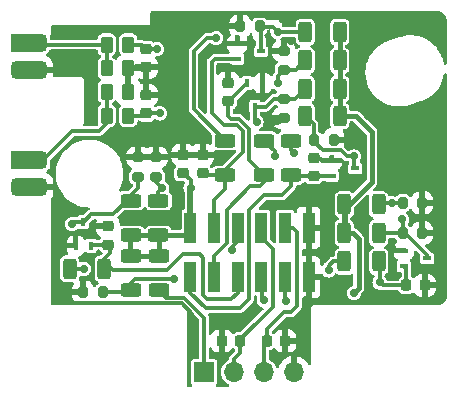
<source format=gbl>
G04 #@! TF.GenerationSoftware,KiCad,Pcbnew,(6.0.5)*
G04 #@! TF.CreationDate,2022-07-25T01:06:31+08:00*
G04 #@! TF.ProjectId,SX7H02060050-1,53583748-3032-4303-9630-3035302d312e,rev?*
G04 #@! TF.SameCoordinates,PX8af34a0PY598cce0*
G04 #@! TF.FileFunction,Copper,L2,Bot*
G04 #@! TF.FilePolarity,Positive*
%FSLAX46Y46*%
G04 Gerber Fmt 4.6, Leading zero omitted, Abs format (unit mm)*
G04 Created by KiCad (PCBNEW (6.0.5)) date 2022-07-25 01:06:31*
%MOMM*%
%LPD*%
G01*
G04 APERTURE LIST*
G04 Aperture macros list*
%AMRoundRect*
0 Rectangle with rounded corners*
0 $1 Rounding radius*
0 $2 $3 $4 $5 $6 $7 $8 $9 X,Y pos of 4 corners*
0 Add a 4 corners polygon primitive as box body*
4,1,4,$2,$3,$4,$5,$6,$7,$8,$9,$2,$3,0*
0 Add four circle primitives for the rounded corners*
1,1,$1+$1,$2,$3*
1,1,$1+$1,$4,$5*
1,1,$1+$1,$6,$7*
1,1,$1+$1,$8,$9*
0 Add four rect primitives between the rounded corners*
20,1,$1+$1,$2,$3,$4,$5,0*
20,1,$1+$1,$4,$5,$6,$7,0*
20,1,$1+$1,$6,$7,$8,$9,0*
20,1,$1+$1,$8,$9,$2,$3,0*%
G04 Aperture macros list end*
G04 #@! TA.AperFunction,SMDPad,CuDef*
%ADD10RoundRect,0.250000X0.625000X-0.312500X0.625000X0.312500X-0.625000X0.312500X-0.625000X-0.312500X0*%
G04 #@! TD*
G04 #@! TA.AperFunction,ComponentPad*
%ADD11R,2.000000X1.500000*%
G04 #@! TD*
G04 #@! TA.AperFunction,ComponentPad*
%ADD12RoundRect,0.375000X-0.625000X-0.375000X0.625000X-0.375000X0.625000X0.375000X-0.625000X0.375000X0*%
G04 #@! TD*
G04 #@! TA.AperFunction,ComponentPad*
%ADD13R,1.700000X1.700000*%
G04 #@! TD*
G04 #@! TA.AperFunction,ComponentPad*
%ADD14O,1.700000X1.700000*%
G04 #@! TD*
G04 #@! TA.AperFunction,SMDPad,CuDef*
%ADD15R,0.700000X0.450000*%
G04 #@! TD*
G04 #@! TA.AperFunction,SMDPad,CuDef*
%ADD16RoundRect,0.225000X0.250000X-0.225000X0.250000X0.225000X-0.250000X0.225000X-0.250000X-0.225000X0*%
G04 #@! TD*
G04 #@! TA.AperFunction,SMDPad,CuDef*
%ADD17RoundRect,0.250000X-0.262500X-0.450000X0.262500X-0.450000X0.262500X0.450000X-0.262500X0.450000X0*%
G04 #@! TD*
G04 #@! TA.AperFunction,SMDPad,CuDef*
%ADD18RoundRect,0.250000X0.312500X0.625000X-0.312500X0.625000X-0.312500X-0.625000X0.312500X-0.625000X0*%
G04 #@! TD*
G04 #@! TA.AperFunction,SMDPad,CuDef*
%ADD19RoundRect,0.225000X-0.225000X-0.250000X0.225000X-0.250000X0.225000X0.250000X-0.225000X0.250000X0*%
G04 #@! TD*
G04 #@! TA.AperFunction,SMDPad,CuDef*
%ADD20RoundRect,0.200000X-0.200000X-0.275000X0.200000X-0.275000X0.200000X0.275000X-0.200000X0.275000X0*%
G04 #@! TD*
G04 #@! TA.AperFunction,SMDPad,CuDef*
%ADD21RoundRect,0.250000X-0.312500X-0.625000X0.312500X-0.625000X0.312500X0.625000X-0.312500X0.625000X0*%
G04 #@! TD*
G04 #@! TA.AperFunction,SMDPad,CuDef*
%ADD22R,1.000000X2.580000*%
G04 #@! TD*
G04 #@! TA.AperFunction,SMDPad,CuDef*
%ADD23RoundRect,0.200000X0.275000X-0.200000X0.275000X0.200000X-0.275000X0.200000X-0.275000X-0.200000X0*%
G04 #@! TD*
G04 #@! TA.AperFunction,SMDPad,CuDef*
%ADD24R,0.450000X0.700000*%
G04 #@! TD*
G04 #@! TA.AperFunction,SMDPad,CuDef*
%ADD25RoundRect,0.200000X0.200000X0.275000X-0.200000X0.275000X-0.200000X-0.275000X0.200000X-0.275000X0*%
G04 #@! TD*
G04 #@! TA.AperFunction,SMDPad,CuDef*
%ADD26RoundRect,0.250000X0.262500X0.450000X-0.262500X0.450000X-0.262500X-0.450000X0.262500X-0.450000X0*%
G04 #@! TD*
G04 #@! TA.AperFunction,SMDPad,CuDef*
%ADD27RoundRect,0.200000X-0.275000X0.200000X-0.275000X-0.200000X0.275000X-0.200000X0.275000X0.200000X0*%
G04 #@! TD*
G04 #@! TA.AperFunction,SMDPad,CuDef*
%ADD28RoundRect,0.225000X-0.250000X0.225000X-0.250000X-0.225000X0.250000X-0.225000X0.250000X0.225000X0*%
G04 #@! TD*
G04 #@! TA.AperFunction,SMDPad,CuDef*
%ADD29RoundRect,0.250000X-0.625000X0.312500X-0.625000X-0.312500X0.625000X-0.312500X0.625000X0.312500X0*%
G04 #@! TD*
G04 #@! TA.AperFunction,SMDPad,CuDef*
%ADD30RoundRect,0.225000X0.225000X0.250000X-0.225000X0.250000X-0.225000X-0.250000X0.225000X-0.250000X0*%
G04 #@! TD*
G04 #@! TA.AperFunction,ViaPad*
%ADD31C,0.700000*%
G04 #@! TD*
G04 #@! TA.AperFunction,Conductor*
%ADD32C,0.300000*%
G04 #@! TD*
G04 #@! TA.AperFunction,Conductor*
%ADD33C,0.400000*%
G04 #@! TD*
G04 #@! TA.AperFunction,Conductor*
%ADD34C,0.500000*%
G04 #@! TD*
G04 APERTURE END LIST*
D10*
G04 #@! TO.P,R224,2*
G04 #@! TO.N,Net-(D213-Pad2)*
X6827000Y21067500D03*
G04 #@! TO.P,R224,1*
G04 #@! TO.N,/N_LED_OH*
X6827000Y18142500D03*
G04 #@! TD*
G04 #@! TO.P,R209,1*
G04 #@! TO.N,VCC*
X-2110000Y13067500D03*
G04 #@! TO.P,R209,2*
G04 #@! TO.N,Net-(D204-Pad2)*
X-2110000Y15992500D03*
G04 #@! TD*
D11*
G04 #@! TO.P,SW202,1*
G04 #@! TO.N,Net-(R202-Pad1)*
X-13600000Y29350000D03*
D12*
X-12550000Y29350000D03*
G04 #@! TO.P,SW202,2*
G04 #@! TO.N,GND*
X-12550000Y27050000D03*
X-13600000Y27050000D03*
G04 #@! TD*
G04 #@! TO.P,SW201,1*
G04 #@! TO.N,Net-(R201-Pad1)*
X-12525000Y19425000D03*
D11*
X-13575000Y19425000D03*
D12*
G04 #@! TO.P,SW201,2*
G04 #@! TO.N,GND*
X-12525000Y17125000D03*
X-13575000Y17125000D03*
G04 #@! TD*
D13*
G04 #@! TO.P,J201,1,Pin_1*
G04 #@! TO.N,Net-(J201-Pad1)*
X1750000Y1475000D03*
D14*
G04 #@! TO.P,J201,2,Pin_2*
G04 #@! TO.N,/P_SW1_AI*
X4290000Y1475000D03*
G04 #@! TO.P,J201,3,Pin_3*
G04 #@! TO.N,/P_SW2_AI*
X6830000Y1475000D03*
G04 #@! TO.P,J201,4,Pin_4*
G04 #@! TO.N,GND*
X9370000Y1475000D03*
G04 #@! TD*
D15*
G04 #@! TO.P,Q204,3,C*
G04 #@! TO.N,Net-(D212-Pad2)*
X6557000Y28622000D03*
G04 #@! TO.P,Q204,2,E*
G04 #@! TO.N,GND*
X4557000Y29272000D03*
G04 #@! TO.P,Q204,1,B*
G04 #@! TO.N,/R_LED_OH*
X4557000Y27972000D03*
G04 #@! TD*
D16*
G04 #@! TO.P,C209,2*
G04 #@! TO.N,GND*
X1620000Y19872000D03*
G04 #@! TO.P,C209,1*
G04 #@! TO.N,/R_LED_OH*
X1620000Y18322000D03*
G04 #@! TD*
D17*
G04 #@! TO.P,R202,1*
G04 #@! TO.N,Net-(R202-Pad1)*
X-6487500Y29200000D03*
G04 #@! TO.P,R202,2*
G04 #@! TO.N,/RELEASE_SW2_AI*
X-4662500Y29200000D03*
G04 #@! TD*
D18*
G04 #@! TO.P,R211,2*
G04 #@! TO.N,Net-(D205-Pad2)*
X13619500Y10842000D03*
G04 #@! TO.P,R211,1*
G04 #@! TO.N,/D_LED_OH*
X16544500Y10842000D03*
G04 #@! TD*
G04 #@! TO.P,R221,1*
G04 #@! TO.N,VCC*
X13242500Y25447000D03*
G04 #@! TO.P,R221,2*
G04 #@! TO.N,Net-(D214-Pad2)*
X10317500Y25447000D03*
G04 #@! TD*
D17*
G04 #@! TO.P,R203,1*
G04 #@! TO.N,Net-(R201-Pad1)*
X-6487500Y25200000D03*
G04 #@! TO.P,R203,2*
G04 #@! TO.N,GND*
X-4662500Y25200000D03*
G04 #@! TD*
D18*
G04 #@! TO.P,R206,1*
G04 #@! TO.N,VCC*
X13242500Y27860000D03*
G04 #@! TO.P,R206,2*
G04 #@! TO.N,Net-(D201-Pad2)*
X10317500Y27860000D03*
G04 #@! TD*
D10*
G04 #@! TO.P,R222,1*
G04 #@! TO.N,/P_LED_OH*
X9113000Y18142500D03*
G04 #@! TO.P,R222,2*
G04 #@! TO.N,Net-(D209-Pad2)*
X9113000Y21067500D03*
G04 #@! TD*
D19*
G04 #@! TO.P,C204,1*
G04 #@! TO.N,/P_SW2_AI*
X7068000Y4111000D03*
G04 #@! TO.P,C204,2*
G04 #@! TO.N,GND*
X8618000Y4111000D03*
G04 #@! TD*
D18*
G04 #@! TO.P,R212,2*
G04 #@! TO.N,Net-(D207-Pad2)*
X-9632500Y10220000D03*
G04 #@! TO.P,R212,1*
G04 #@! TO.N,/M_LED_OH*
X-6707500Y10220000D03*
G04 #@! TD*
D16*
G04 #@! TO.P,C202,1*
G04 #@! TO.N,/RELEASE_SW1_AI*
X-3125000Y23375000D03*
G04 #@! TO.P,C202,2*
G04 #@! TO.N,GND*
X-3125000Y24925000D03*
G04 #@! TD*
D10*
G04 #@! TO.P,R210,1*
G04 #@! TO.N,VCC*
X-4430000Y13067500D03*
G04 #@! TO.P,R210,2*
G04 #@! TO.N,Net-(D208-Pad2)*
X-4430000Y15992500D03*
G04 #@! TD*
D20*
G04 #@! TO.P,R225,2*
G04 #@! TO.N,GND*
X12732000Y21129000D03*
G04 #@! TO.P,R225,1*
G04 #@! TO.N,Net-(D210-Pad2)*
X11082000Y21129000D03*
G04 #@! TD*
G04 #@! TO.P,R216,1*
G04 #@! TO.N,Net-(D202-Pad2)*
X18575000Y15795000D03*
G04 #@! TO.P,R216,2*
G04 #@! TO.N,GND*
X20225000Y15795000D03*
G04 #@! TD*
D21*
G04 #@! TO.P,R205,1*
G04 #@! TO.N,VCC*
X13619500Y13255000D03*
G04 #@! TO.P,R205,2*
G04 #@! TO.N,Net-(D206-Pad2)*
X16544500Y13255000D03*
G04 #@! TD*
D22*
G04 #@! TO.P,J202,1,Pin_1*
G04 #@! TO.N,VCC*
X600000Y13685000D03*
G04 #@! TO.P,J202,2,Pin_2*
G04 #@! TO.N,/P_LED_OH*
X600000Y9515000D03*
G04 #@! TO.P,J202,3,Pin_3*
G04 #@! TO.N,/R_LED_OH*
X2600000Y13685000D03*
G04 #@! TO.P,J202,4,Pin_4*
G04 #@! TO.N,/N_LED_OH*
X2600000Y9515000D03*
G04 #@! TO.P,J202,5,Pin_5*
G04 #@! TO.N,/D_LED_OH*
X4600000Y13685000D03*
G04 #@! TO.P,J202,6,Pin_6*
G04 #@! TO.N,/M_LED_OH*
X4600000Y9515000D03*
G04 #@! TO.P,J202,7,Pin_7*
G04 #@! TO.N,/P_SW1_AI*
X6600000Y13685000D03*
G04 #@! TO.P,J202,8,Pin_8*
G04 #@! TO.N,/RELEASE_SW1_AI*
X6600000Y9515000D03*
G04 #@! TO.P,J202,9,Pin_9*
G04 #@! TO.N,/P_SW2_AI*
X8600000Y13685000D03*
G04 #@! TO.P,J202,10,Pin_10*
G04 #@! TO.N,/RELEASE_SW2_AI*
X8600000Y9515000D03*
G04 #@! TO.P,J202,11,Pin_11*
G04 #@! TO.N,GND*
X10600000Y13685000D03*
G04 #@! TO.P,J202,12,Pin_12*
X10600000Y9515000D03*
G04 #@! TD*
D23*
G04 #@! TO.P,R214,2*
G04 #@! TO.N,GND*
X-2317000Y19668000D03*
G04 #@! TO.P,R214,1*
G04 #@! TO.N,Net-(D204-Pad2)*
X-2317000Y18018000D03*
G04 #@! TD*
D24*
G04 #@! TO.P,Q205,1,B*
G04 #@! TO.N,/N_LED_OH*
X5415000Y25939000D03*
G04 #@! TO.P,Q205,2,E*
G04 #@! TO.N,GND*
X6715000Y25939000D03*
G04 #@! TO.P,Q205,3,C*
G04 #@! TO.N,Net-(D214-Pad2)*
X6065000Y23939000D03*
G04 #@! TD*
D16*
G04 #@! TO.P,C208,1*
G04 #@! TO.N,/P_LED_OH*
X11018000Y18068000D03*
G04 #@! TO.P,C208,2*
G04 #@! TO.N,GND*
X11018000Y19618000D03*
G04 #@! TD*
D15*
G04 #@! TO.P,Q201,1,B*
G04 #@! TO.N,/D_LED_OH*
X18654000Y10446000D03*
G04 #@! TO.P,Q201,2,E*
G04 #@! TO.N,GND*
X18654000Y11746000D03*
G04 #@! TO.P,Q201,3,C*
G04 #@! TO.N,Net-(D206-Pad2)*
X20654000Y11096000D03*
G04 #@! TD*
D19*
G04 #@! TO.P,C206,1*
G04 #@! TO.N,/D_LED_OH*
X18879000Y8810000D03*
G04 #@! TO.P,C206,2*
G04 #@! TO.N,GND*
X20429000Y8810000D03*
G04 #@! TD*
D15*
G04 #@! TO.P,Q203,3,C*
G04 #@! TO.N,Net-(D210-Pad2)*
X14558000Y18716000D03*
G04 #@! TO.P,Q203,2,E*
G04 #@! TO.N,GND*
X12558000Y19366000D03*
G04 #@! TO.P,Q203,1,B*
G04 #@! TO.N,/P_LED_OH*
X12558000Y18066000D03*
G04 #@! TD*
D24*
G04 #@! TO.P,Q202,1,B*
G04 #@! TO.N,/M_LED_OH*
X-7830000Y12180000D03*
G04 #@! TO.P,Q202,2,E*
G04 #@! TO.N,GND*
X-9130000Y12180000D03*
G04 #@! TO.P,Q202,3,C*
G04 #@! TO.N,Net-(D208-Pad2)*
X-8480000Y14180000D03*
G04 #@! TD*
D23*
G04 #@! TO.P,R215,1*
G04 #@! TO.N,Net-(D201-Pad2)*
X8478000Y27035000D03*
G04 #@! TO.P,R215,2*
G04 #@! TO.N,GND*
X8478000Y28685000D03*
G04 #@! TD*
D16*
G04 #@! TO.P,C210,2*
G04 #@! TO.N,GND*
X3779000Y25968000D03*
G04 #@! TO.P,C210,1*
G04 #@! TO.N,/N_LED_OH*
X3779000Y24418000D03*
G04 #@! TD*
D21*
G04 #@! TO.P,R207,1*
G04 #@! TO.N,VCC*
X13619500Y15668000D03*
G04 #@! TO.P,R207,2*
G04 #@! TO.N,Net-(D202-Pad2)*
X16544500Y15668000D03*
G04 #@! TD*
D20*
G04 #@! TO.P,R217,1*
G04 #@! TO.N,Net-(D206-Pad2)*
X18575000Y13255000D03*
G04 #@! TO.P,R217,2*
G04 #@! TO.N,GND*
X20225000Y13255000D03*
G04 #@! TD*
D25*
G04 #@! TO.P,R213,1*
G04 #@! TO.N,Net-(D203-Pad2)*
X-6845000Y8230000D03*
G04 #@! TO.P,R213,2*
G04 #@! TO.N,GND*
X-8495000Y8230000D03*
G04 #@! TD*
D26*
G04 #@! TO.P,R204,1*
G04 #@! TO.N,GND*
X-4662500Y27200000D03*
G04 #@! TO.P,R204,2*
G04 #@! TO.N,Net-(R202-Pad1)*
X-6487500Y27200000D03*
G04 #@! TD*
D25*
G04 #@! TO.P,R226,2*
G04 #@! TO.N,GND*
X4808200Y30755600D03*
G04 #@! TO.P,R226,1*
G04 #@! TO.N,Net-(D212-Pad2)*
X6458200Y30755600D03*
G04 #@! TD*
D23*
G04 #@! TO.P,R218,1*
G04 #@! TO.N,Net-(D208-Pad2)*
X-3841000Y18018000D03*
G04 #@! TO.P,R218,2*
G04 #@! TO.N,GND*
X-3841000Y19668000D03*
G04 #@! TD*
D10*
G04 #@! TO.P,R223,1*
G04 #@! TO.N,/R_LED_OH*
X3525000Y18142500D03*
G04 #@! TO.P,R223,2*
G04 #@! TO.N,Net-(D211-Pad2)*
X3525000Y21067500D03*
G04 #@! TD*
D27*
G04 #@! TO.P,R227,2*
G04 #@! TO.N,GND*
X8478000Y22971000D03*
G04 #@! TO.P,R227,1*
G04 #@! TO.N,Net-(D214-Pad2)*
X8478000Y24621000D03*
G04 #@! TD*
D28*
G04 #@! TO.P,C201,1*
G04 #@! TO.N,GND*
X-31000Y19872000D03*
G04 #@! TO.P,C201,2*
G04 #@! TO.N,VCC*
X-31000Y18322000D03*
G04 #@! TD*
D18*
G04 #@! TO.P,R219,2*
G04 #@! TO.N,Net-(D210-Pad2)*
X10317500Y23161000D03*
G04 #@! TO.P,R219,1*
G04 #@! TO.N,VCC*
X13242500Y23161000D03*
G04 #@! TD*
D29*
G04 #@! TO.P,R208,1*
G04 #@! TO.N,VCC*
X-4420000Y11322500D03*
G04 #@! TO.P,R208,2*
G04 #@! TO.N,Net-(D203-Pad2)*
X-4420000Y8397500D03*
G04 #@! TD*
D10*
G04 #@! TO.P,R228,2*
G04 #@! TO.N,VCC*
X-2100000Y11322500D03*
G04 #@! TO.P,R228,1*
G04 #@! TO.N,Net-(J201-Pad1)*
X-2100000Y8397500D03*
G04 #@! TD*
D16*
G04 #@! TO.P,C207,2*
G04 #@! TO.N,GND*
X-6390000Y13825000D03*
G04 #@! TO.P,C207,1*
G04 #@! TO.N,/M_LED_OH*
X-6390000Y12275000D03*
G04 #@! TD*
D18*
G04 #@! TO.P,R220,1*
G04 #@! TO.N,VCC*
X13242500Y30273000D03*
G04 #@! TO.P,R220,2*
G04 #@! TO.N,Net-(D212-Pad2)*
X10317500Y30273000D03*
G04 #@! TD*
D16*
G04 #@! TO.P,C203,1*
G04 #@! TO.N,GND*
X-3150000Y27275000D03*
G04 #@! TO.P,C203,2*
G04 #@! TO.N,/RELEASE_SW2_AI*
X-3150000Y28825000D03*
G04 #@! TD*
D17*
G04 #@! TO.P,R201,1*
G04 #@! TO.N,Net-(R201-Pad1)*
X-6487500Y23200000D03*
G04 #@! TO.P,R201,2*
G04 #@! TO.N,/RELEASE_SW1_AI*
X-4662500Y23200000D03*
G04 #@! TD*
D30*
G04 #@! TO.P,C205,2*
G04 #@! TO.N,GND*
X3258000Y4111000D03*
G04 #@! TO.P,C205,1*
G04 #@! TO.N,/P_SW1_AI*
X4808000Y4111000D03*
G04 #@! TD*
D31*
G04 #@! TO.N,GND*
X11780000Y24304000D03*
X11780000Y26463000D03*
X11780000Y29003000D03*
X14701000Y24939000D03*
X14701000Y29130000D03*
X-1555000Y27225000D03*
X-1555000Y24939000D03*
X604000Y22018000D03*
X-2952000Y21256000D03*
X-5492000Y21256000D03*
X-8032000Y22907000D03*
X-8032000Y24939000D03*
X-8032000Y26971000D03*
X731000Y3095000D03*
X18765000Y7667000D03*
X21813000Y7794000D03*
X21813000Y11604000D03*
X21813000Y15287000D03*
X21813000Y18589000D03*
X21813000Y21129000D03*
X21813000Y24177000D03*
X21813000Y31543000D03*
X19527000Y31670000D03*
X15463000Y31670000D03*
X11780000Y31670000D03*
X7563600Y31670000D03*
X3398000Y31670000D03*
X1366000Y31670000D03*
X-1301000Y31670000D03*
X-2571000Y30527000D03*
X-5619000Y30527000D03*
X-8032000Y30527000D03*
X731000Y5508000D03*
X-4857000Y17192000D03*
X-7778000Y13255000D03*
X17622000Y11985000D03*
X-412000Y17192000D03*
X1874000Y28368000D03*
X1620000Y24558000D03*
X9113000Y29511000D03*
X3271000Y27250400D03*
X7462000Y22526000D03*
G04 #@! TO.N,Net-(D214-Pad2)*
X6192000Y22653000D03*
G04 #@! TO.N,Net-(D201-Pad2)*
X7970000Y25955000D03*
G04 #@! TO.N,Net-(D212-Pad2)*
X7970000Y30273000D03*
G04 #@! TO.N,Net-(D211-Pad2)*
X2763000Y29765000D03*
G04 #@! TO.N,Net-(D213-Pad2)*
X7716000Y19732000D03*
G04 #@! TO.N,GND*
X2636000Y6016000D03*
X12288000Y13890000D03*
X11907000Y7540000D03*
X16225000Y7667000D03*
X13939000Y9318000D03*
G04 #@! TO.N,VCC*
X14447000Y8175000D03*
G04 #@! TO.N,GND*
X10383000Y7540000D03*
G04 #@! TO.N,VCC*
X604000Y17065000D03*
G04 #@! TO.N,GND*
X15611977Y23182977D03*
X14320000Y21129000D03*
X14193000Y17827000D03*
X17368000Y18843000D03*
X15082000Y15414000D03*
X18384000Y17573000D03*
X12288000Y11985000D03*
X8605000Y15668000D03*
X10383000Y6016000D03*
X20162000Y14525000D03*
G04 #@! TO.N,Net-(D210-Pad2)*
X14447000Y19732000D03*
G04 #@! TO.N,Net-(D202-Pad2)*
X17622000Y15795000D03*
G04 #@! TO.N,Net-(D209-Pad2)*
X9367000Y19986000D03*
G04 #@! TO.N,Net-(D206-Pad2)*
X18511000Y14398000D03*
G04 #@! TO.N,GND*
X4160000Y6016000D03*
G04 #@! TO.N,Net-(D205-Pad2)*
X12288000Y10080000D03*
G04 #@! TO.N,/D_LED_OH*
X16606000Y9064000D03*
X4094016Y11818773D03*
G04 #@! TO.N,GND*
X10340000Y4250000D03*
X5811000Y6651000D03*
X-10064000Y30527000D03*
X-10110000Y26971000D03*
X-10790000Y10080000D03*
X-10826000Y7540000D03*
X-10826000Y15287000D03*
X-3206000Y14398000D03*
X-1047000Y14460000D03*
G04 #@! TO.N,Net-(D207-Pad2)*
X-8450000Y10220000D03*
G04 #@! TO.N,Net-(D208-Pad2)*
X-9429000Y14017000D03*
G04 #@! TO.N,Net-(D204-Pad2)*
X-1809000Y17065000D03*
G04 #@! TO.N,Net-(D203-Pad2)*
X-793000Y9318000D03*
G04 #@! TO.N,/RELEASE_SW2_AI*
X8650000Y7499500D03*
G04 #@! TO.N,/RELEASE_SW1_AI*
X6818359Y7560989D03*
X-2000500Y23375000D03*
G04 #@! TO.N,/RELEASE_SW2_AI*
X-2225000Y28825000D03*
G04 #@! TD*
D32*
G04 #@! TO.N,Net-(D212-Pad2)*
X7586200Y30656800D02*
X7970000Y30273000D01*
X6557000Y30656800D02*
X7586200Y30656800D01*
X6557000Y28749000D02*
X6557000Y30656800D01*
G04 #@! TO.N,/R_LED_OH*
X3525000Y18589000D02*
X3525000Y18142500D01*
X5049000Y20113000D02*
X3525000Y18589000D01*
X5049000Y21891000D02*
X5049000Y20113000D01*
X2382000Y23415000D02*
X3398000Y22399000D01*
X4557000Y28022800D02*
X2671800Y28022800D01*
X2671800Y28022800D02*
X2382000Y27733000D01*
X2382000Y27733000D02*
X2382000Y23415000D01*
X3398000Y22399000D02*
X4541000Y22399000D01*
X4541000Y22399000D02*
X5049000Y21891000D01*
G04 #@! TO.N,Net-(D208-Pad2)*
X-4430000Y16476000D02*
X-3841000Y17065000D01*
X-3841000Y17065000D02*
X-3841000Y18018000D01*
X-4430000Y15992500D02*
X-4430000Y16476000D01*
G04 #@! TO.N,Net-(D204-Pad2)*
X-2110000Y16764000D02*
X-1809000Y17065000D01*
X-2110000Y15992500D02*
X-2110000Y16764000D01*
X-2317000Y17573000D02*
X-2317000Y18018000D01*
X-1809000Y17065000D02*
X-2317000Y17573000D01*
G04 #@! TO.N,/M_LED_OH*
X4600000Y8200000D02*
X4600000Y9515000D01*
X4040000Y7640000D02*
X4600000Y8200000D01*
X1660000Y11170000D02*
X1660000Y7980000D01*
X1660000Y7980000D02*
X2000000Y7640000D01*
X1380000Y11450000D02*
X1660000Y11170000D01*
X2000000Y7640000D02*
X4040000Y7640000D01*
X-58000Y11450000D02*
X1380000Y11450000D01*
X-5930000Y10090000D02*
X-1418000Y10090000D01*
X-6597500Y10757500D02*
X-5930000Y10090000D01*
X-1418000Y10090000D02*
X-58000Y11450000D01*
G04 #@! TO.N,GND*
X-144225Y7286000D02*
X-10572000Y7286000D01*
X-10572000Y7286000D02*
X-10826000Y7540000D01*
X731000Y5508000D02*
X731000Y6410775D01*
X731000Y6410775D02*
X-144225Y7286000D01*
G04 #@! TO.N,Net-(J201-Pad1)*
X1750000Y6098190D02*
X1750000Y1475000D01*
X62679Y7785511D02*
X1750000Y6098190D01*
X-1488011Y7785511D02*
X62679Y7785511D01*
X-2100000Y8397500D02*
X-1488011Y7785511D01*
G04 #@! TO.N,Net-(R201-Pad1)*
X-6487500Y22546500D02*
X-6487500Y23200000D01*
X-9429000Y21891000D02*
X-7143000Y21891000D01*
X-11895000Y19425000D02*
X-9429000Y21891000D01*
X-12525000Y19425000D02*
X-11895000Y19425000D01*
X-7143000Y21891000D02*
X-6487500Y22546500D01*
G04 #@! TO.N,Net-(D209-Pad2)*
X9113000Y20240000D02*
X9113000Y20940500D01*
X9367000Y19986000D02*
X9113000Y20240000D01*
D33*
G04 #@! TO.N,VCC*
X14320000Y13255000D02*
X13619500Y13255000D01*
X14828000Y8556000D02*
X14828000Y12747000D01*
X14447000Y8175000D02*
X14828000Y8556000D01*
X14828000Y12747000D02*
X14320000Y13255000D01*
D32*
G04 #@! TO.N,/N_LED_OH*
X2600000Y11314000D02*
X2600000Y9515000D01*
X3652000Y12366000D02*
X2600000Y11314000D01*
X3652000Y15226022D02*
X3652000Y12366000D01*
X5617978Y17192000D02*
X3652000Y15226022D01*
X6446000Y17192000D02*
X5617978Y17192000D01*
X6827000Y17573000D02*
X6446000Y17192000D01*
X6827000Y18142500D02*
X6827000Y17573000D01*
G04 #@! TO.N,/D_LED_OH*
X4541000Y12493000D02*
X4541000Y13626000D01*
X3906000Y11858000D02*
X4541000Y12493000D01*
X4541000Y13626000D02*
X4600000Y13685000D01*
D33*
G04 #@! TO.N,VCC*
X14574000Y23161000D02*
X13242500Y23161000D01*
X15971000Y21764000D02*
X14574000Y23161000D01*
X13619500Y15668000D02*
X14066000Y15668000D01*
X14066000Y15668000D02*
X15971000Y17573000D01*
X15971000Y17573000D02*
X15971000Y21764000D01*
D32*
G04 #@! TO.N,GND*
X11795000Y19366000D02*
X12558000Y19366000D01*
X11513000Y19618000D02*
X11780000Y19351000D01*
X11018000Y19618000D02*
X11513000Y19618000D01*
X11780000Y19351000D02*
X11795000Y19366000D01*
G04 #@! TO.N,Net-(D210-Pad2)*
X14447000Y18827000D02*
X14558000Y18716000D01*
X14447000Y19732000D02*
X14447000Y18827000D01*
X13812000Y19732000D02*
X14447000Y19732000D01*
X13304000Y20240000D02*
X13812000Y19732000D01*
X11780000Y20240000D02*
X13304000Y20240000D01*
X11082000Y21129000D02*
X11082000Y20938000D01*
X11082000Y20938000D02*
X11780000Y20240000D01*
G04 #@! TO.N,/P_LED_OH*
X12558000Y18066000D02*
X11020000Y18066000D01*
X11020000Y18066000D02*
X11018000Y18068000D01*
X11018000Y18068000D02*
X9187500Y18068000D01*
X8351000Y16430000D02*
X9113000Y17192000D01*
X6827000Y16430000D02*
X8351000Y16430000D01*
G04 #@! TO.N,Net-(D206-Pad2)*
X18765000Y13255000D02*
X20654000Y11366000D01*
X18575000Y13255000D02*
X18765000Y13255000D01*
X20654000Y11096000D02*
X20654000Y11366000D01*
G04 #@! TO.N,Net-(D208-Pad2)*
X-4786500Y15992500D02*
X-4430000Y15992500D01*
X-5949000Y14830000D02*
X-4786500Y15992500D01*
X-8480000Y14180000D02*
X-8450000Y14180000D01*
G04 #@! TO.N,GND*
X-6145000Y13825000D02*
X-6390000Y13825000D01*
G04 #@! TO.N,Net-(D208-Pad2)*
X-8450000Y14180000D02*
X-7800000Y14830000D01*
X-7800000Y14830000D02*
X-5949000Y14830000D01*
G04 #@! TO.N,Net-(D210-Pad2)*
X11018000Y21193000D02*
X11082000Y21129000D01*
X11018000Y22460500D02*
X11018000Y21193000D01*
X10317500Y23161000D02*
X11018000Y22460500D01*
G04 #@! TO.N,/R_LED_OH*
X3525000Y17761500D02*
X3144000Y18142500D01*
X3525000Y16938000D02*
X3525000Y17761500D01*
X2600000Y16013000D02*
X3525000Y16938000D01*
X2600000Y13685000D02*
X2600000Y16013000D01*
G04 #@! TO.N,/P_SW2_AI*
X6830000Y3873000D02*
X6830000Y1475000D01*
X7068000Y5114000D02*
X7068000Y4111000D01*
X7068000Y4111000D02*
X6830000Y3873000D01*
X9621000Y7032000D02*
X9113000Y6524000D01*
X9621000Y13318500D02*
X9621000Y7032000D01*
X8478000Y6524000D02*
X7068000Y5114000D01*
X9254500Y13685000D02*
X9621000Y13318500D01*
X9113000Y6524000D02*
X8478000Y6524000D01*
X8600000Y13685000D02*
X9254500Y13685000D01*
G04 #@! TO.N,/P_SW1_AI*
X4808000Y4241054D02*
X6323973Y5757027D01*
X7589000Y11906000D02*
X7589000Y7022055D01*
X7589000Y7022055D02*
X6323973Y5757027D01*
X6600000Y12895000D02*
X7589000Y11906000D01*
X6600000Y13685000D02*
X6600000Y12895000D01*
X4808000Y4111000D02*
X4808000Y4241054D01*
X4795000Y4098000D02*
X4808000Y4111000D01*
X4795000Y3095000D02*
X4795000Y4098000D01*
X4290000Y1475000D02*
X4290000Y2590000D01*
X4290000Y2590000D02*
X4795000Y3095000D01*
G04 #@! TO.N,Net-(D211-Pad2)*
X858000Y23734500D02*
X3525000Y21067500D01*
X858000Y28622000D02*
X858000Y23734500D01*
X2001000Y29765000D02*
X858000Y28622000D01*
X2763000Y29765000D02*
X2001000Y29765000D01*
G04 #@! TO.N,GND*
X8033000Y22526000D02*
X8478000Y22971000D01*
X7462000Y22526000D02*
X8033000Y22526000D01*
G04 #@! TO.N,Net-(D214-Pad2)*
X6065000Y22780000D02*
X6065000Y23939000D01*
X6192000Y22653000D02*
X6065000Y22780000D01*
X9430000Y24621000D02*
X9491500Y24621000D01*
G04 #@! TO.N,Net-(D213-Pad2)*
X7716000Y19732000D02*
X7716000Y20178500D01*
X7716000Y20178500D02*
X6827000Y21067500D01*
G04 #@! TO.N,Net-(D214-Pad2)*
X7652000Y24621000D02*
X8478000Y24621000D01*
X6970000Y23939000D02*
X7652000Y24621000D01*
X6065000Y23939000D02*
X6970000Y23939000D01*
G04 #@! TO.N,/N_LED_OH*
X3894000Y24418000D02*
X5415000Y25939000D01*
X3779000Y24418000D02*
X3894000Y24418000D01*
X3779000Y23161000D02*
X3779000Y24418000D01*
X3997292Y22942708D02*
X3779000Y23161000D01*
G04 #@! TO.N,Net-(D214-Pad2)*
X9491500Y24621000D02*
X10317500Y25447000D01*
X8478000Y24621000D02*
X9430000Y24621000D01*
G04 #@! TO.N,/N_LED_OH*
X4703708Y22942708D02*
X5548511Y22097905D01*
X3997292Y22942708D02*
X4703708Y22942708D01*
X5548511Y22097905D02*
X5548511Y19420989D01*
X5548511Y19420989D02*
X6827000Y18142500D01*
G04 #@! TO.N,Net-(D201-Pad2)*
X7970000Y26527000D02*
X8478000Y27035000D01*
X7970000Y25955000D02*
X7970000Y26527000D01*
X9492500Y27035000D02*
X10317500Y27860000D01*
X8478000Y27035000D02*
X9492500Y27035000D01*
G04 #@! TO.N,Net-(D212-Pad2)*
X10317500Y30273000D02*
X7970000Y30273000D01*
G04 #@! TO.N,/R_LED_OH*
X1799500Y18142500D02*
X1620000Y18322000D01*
X3525000Y18142500D02*
X1799500Y18142500D01*
G04 #@! TO.N,VCC*
X604000Y16946000D02*
X600000Y16942000D01*
X604000Y17700000D02*
X604000Y16946000D01*
X-18000Y18322000D02*
X604000Y17700000D01*
X-31000Y18322000D02*
X-18000Y18322000D01*
G04 #@! TO.N,Net-(D205-Pad2)*
X12288000Y10461000D02*
X12669000Y10842000D01*
X12288000Y10080000D02*
X12288000Y10461000D01*
X12669000Y10842000D02*
X13619500Y10842000D01*
G04 #@! TO.N,/P_LED_OH*
X5557000Y7667000D02*
X5557000Y15160000D01*
X4795000Y6905000D02*
X5557000Y7667000D01*
X1885000Y6905000D02*
X4795000Y6905000D01*
X600000Y8190000D02*
X1885000Y6905000D01*
X5557000Y15160000D02*
X6827000Y16430000D01*
X9113000Y18015500D02*
X9113000Y17192000D01*
D33*
G04 #@! TO.N,VCC*
X13685000Y13320500D02*
X13619500Y13255000D01*
X13685000Y15602500D02*
X13685000Y13320500D01*
X13619500Y15668000D02*
X13685000Y15602500D01*
D32*
G04 #@! TO.N,Net-(D203-Pad2)*
X-4420000Y8993000D02*
X-4095000Y9318000D01*
X-4095000Y9318000D02*
X-793000Y9318000D01*
X-4420000Y8397500D02*
X-4420000Y8993000D01*
D33*
G04 #@! TO.N,VCC*
X600000Y16942000D02*
X600000Y16053000D01*
X13242500Y23161000D02*
X13242500Y30146000D01*
D34*
X600000Y16942000D02*
X600000Y16260756D01*
D32*
G04 #@! TO.N,Net-(D202-Pad2)*
X17622000Y15795000D02*
X16671500Y15795000D01*
G04 #@! TO.N,VCC*
X13619500Y13255000D02*
X13619500Y15668000D01*
G04 #@! TO.N,Net-(D202-Pad2)*
X16671500Y15795000D02*
X16544500Y15668000D01*
X18575000Y15795000D02*
X17622000Y15795000D01*
G04 #@! TO.N,Net-(D206-Pad2)*
X18575000Y14334000D02*
X18511000Y14398000D01*
X18575000Y13255000D02*
X18575000Y14334000D01*
X16544500Y13255000D02*
X18575000Y13255000D01*
G04 #@! TO.N,/D_LED_OH*
X18879000Y8810000D02*
X18879000Y10221000D01*
X18879000Y10221000D02*
X18654000Y10446000D01*
X16860000Y8810000D02*
X18879000Y8810000D01*
X16606000Y9064000D02*
X16860000Y8810000D01*
X16606000Y10780500D02*
X16544500Y10842000D01*
X16606000Y9064000D02*
X16606000Y10780500D01*
G04 #@! TO.N,Net-(D207-Pad2)*
X-8450000Y10220000D02*
X-9632500Y10220000D01*
G04 #@! TO.N,Net-(D208-Pad2)*
X-9240000Y14180000D02*
X-8480000Y14180000D01*
X-9260000Y14200000D02*
X-9240000Y14180000D01*
G04 #@! TO.N,/M_LED_OH*
X-7735000Y12275000D02*
X-7830000Y12180000D01*
X-6390000Y12275000D02*
X-7735000Y12275000D01*
X-6210000Y12095000D02*
X-6390000Y12275000D01*
X-6210000Y11540000D02*
X-6210000Y12095000D01*
X-6707500Y11042500D02*
X-6210000Y11540000D01*
X-6707500Y10220000D02*
X-6707500Y11042500D01*
G04 #@! TO.N,Net-(D203-Pad2)*
X-6420000Y8255000D02*
X-4632500Y8255000D01*
X-4632500Y8255000D02*
X-4490000Y8397500D01*
D33*
G04 #@! TO.N,VCC*
X-2100000Y13037500D02*
X-2070000Y13067500D01*
X-2100000Y11322500D02*
X-2100000Y13037500D01*
X-4490000Y11322500D02*
X-2100000Y11322500D01*
X-4480000Y13067500D02*
X-4480000Y11332500D01*
X-4480000Y11332500D02*
X-4490000Y11322500D01*
X-2070000Y13067500D02*
X-4480000Y13067500D01*
X47500Y13067500D02*
X-2070000Y13067500D01*
X600000Y13620000D02*
X47500Y13067500D01*
X600000Y13685000D02*
X600000Y13620000D01*
D34*
X600000Y13685000D02*
X600000Y16202926D01*
D32*
G04 #@! TO.N,/RELEASE_SW1_AI*
X6690000Y7620000D02*
X6690000Y9425000D01*
X-3125000Y23375000D02*
X-2000500Y23375000D01*
G04 #@! TO.N,/RELEASE_SW2_AI*
X8600000Y9515000D02*
X8600000Y7450000D01*
X-3150000Y28825000D02*
X-2225000Y28825000D01*
G04 #@! TO.N,/RELEASE_SW1_AI*
X-4662500Y23200000D02*
X-3300000Y23200000D01*
G04 #@! TO.N,/RELEASE_SW2_AI*
X-4662500Y29200000D02*
X-3525000Y29200000D01*
G04 #@! TO.N,Net-(R201-Pad1)*
X-6487500Y23200000D02*
X-6487500Y25200000D01*
G04 #@! TO.N,Net-(R202-Pad1)*
X-6487500Y27200000D02*
X-6487500Y29200000D01*
X-12400000Y29200000D02*
X-6487500Y29200000D01*
X-12550000Y29350000D02*
X-12400000Y29200000D01*
G04 #@! TD*
G04 #@! TA.AperFunction,Conductor*
G04 #@! TO.N,GND*
G36*
X510608Y6765078D02*
G01*
X517191Y6758949D01*
X1308595Y5967545D01*
X1342621Y5905233D01*
X1345500Y5878450D01*
X1345500Y2705499D01*
X1325498Y2637378D01*
X1271842Y2590885D01*
X1219500Y2579499D01*
X874934Y2579499D01*
X839182Y2572388D01*
X812874Y2567156D01*
X812872Y2567155D01*
X800699Y2564734D01*
X790379Y2557839D01*
X790378Y2557838D01*
X729985Y2517484D01*
X716516Y2508484D01*
X660266Y2424301D01*
X645500Y2350067D01*
X645501Y599934D01*
X660266Y525699D01*
X667161Y515380D01*
X667162Y515378D01*
X691963Y478262D01*
X714184Y445006D01*
X716516Y441516D01*
X715674Y440953D01*
X743892Y389277D01*
X738827Y318462D01*
X696280Y261626D01*
X629760Y236815D01*
X620771Y236494D01*
X428096Y236494D01*
X359975Y256496D01*
X313482Y310152D01*
X302096Y362494D01*
X302096Y6669854D01*
X322098Y6737975D01*
X375754Y6784468D01*
X446028Y6794572D01*
X510608Y6765078D01*
G37*
G04 #@! TD.AperFunction*
G04 #@! TA.AperFunction,Conductor*
G36*
X6213227Y7950498D02*
G01*
X6259720Y7896842D01*
X6269824Y7826568D01*
X6261515Y7796283D01*
X6232578Y7726423D01*
X6232577Y7726419D01*
X6229419Y7718795D01*
X6228342Y7710615D01*
X6228341Y7710611D01*
X6212422Y7589693D01*
X6209938Y7584077D01*
X6209922Y7570704D01*
X6208643Y7560989D01*
X6229419Y7403183D01*
X6232577Y7395559D01*
X6232578Y7395555D01*
X6253506Y7345031D01*
X6290329Y7256131D01*
X6295356Y7249580D01*
X6295357Y7249578D01*
X6325591Y7210177D01*
X6387225Y7129855D01*
X6513501Y7032959D01*
X6521131Y7029799D01*
X6521132Y7029798D01*
X6652925Y6975208D01*
X6652929Y6975207D01*
X6660553Y6972049D01*
X6676144Y6969996D01*
X6677984Y6969754D01*
X6742911Y6941030D01*
X6782002Y6881764D01*
X6782845Y6810773D01*
X6750632Y6755737D01*
X6015438Y6020542D01*
X6015424Y6020527D01*
X4872301Y4877405D01*
X4809989Y4843379D01*
X4783207Y4840500D01*
X4555916Y4840499D01*
X4537612Y4840499D01*
X4534218Y4840130D01*
X4534212Y4840130D01*
X4486834Y4834984D01*
X4486830Y4834983D01*
X4478976Y4834130D01*
X4350365Y4785917D01*
X4343186Y4780537D01*
X4343183Y4780535D01*
X4277308Y4731163D01*
X4210802Y4706315D01*
X4141419Y4721367D01*
X4094598Y4765686D01*
X4065212Y4813173D01*
X4056176Y4824574D01*
X3945571Y4934986D01*
X3934160Y4943998D01*
X3801120Y5026004D01*
X3787939Y5032151D01*
X3639186Y5081491D01*
X3625810Y5084358D01*
X3534903Y5093672D01*
X3529874Y5093929D01*
X3514876Y5089525D01*
X3513671Y5088135D01*
X3512000Y5080452D01*
X3512000Y3146115D01*
X3516475Y3130876D01*
X3517865Y3129671D01*
X3525548Y3128000D01*
X3528438Y3128000D01*
X3534953Y3128337D01*
X3627057Y3137894D01*
X3640456Y3140788D01*
X3789107Y3190381D01*
X3802286Y3196555D01*
X3935173Y3278788D01*
X3946574Y3287824D01*
X4056986Y3398429D01*
X4065998Y3409840D01*
X4094514Y3456102D01*
X4147286Y3503595D01*
X4217358Y3515019D01*
X4277339Y3490813D01*
X4307393Y3468289D01*
X4340066Y3443802D01*
X4382580Y3386943D01*
X4390500Y3342976D01*
X4390500Y3314740D01*
X4370498Y3246619D01*
X4353595Y3225645D01*
X3981465Y2853515D01*
X3981462Y2853511D01*
X3958674Y2830723D01*
X3954171Y2821885D01*
X3948546Y2810846D01*
X3938216Y2793989D01*
X3925095Y2775929D01*
X3922030Y2766496D01*
X3918199Y2754705D01*
X3910634Y2736439D01*
X3900502Y2716555D01*
X3898951Y2706762D01*
X3897011Y2694513D01*
X3892395Y2675287D01*
X3885500Y2654066D01*
X3885500Y2589927D01*
X3865498Y2521806D01*
X3814616Y2476970D01*
X3812463Y2476176D01*
X3638010Y2372388D01*
X3633670Y2368582D01*
X3633666Y2368579D01*
X3489733Y2242352D01*
X3485392Y2238545D01*
X3359720Y2079131D01*
X3357031Y2074020D01*
X3357029Y2074017D01*
X3344073Y2049391D01*
X3265203Y1899485D01*
X3205007Y1705622D01*
X3181148Y1504036D01*
X3194424Y1301478D01*
X3195845Y1295882D01*
X3195846Y1295877D01*
X3214863Y1221000D01*
X3244392Y1104731D01*
X3246809Y1099488D01*
X3284010Y1018792D01*
X3329377Y920384D01*
X3446533Y754611D01*
X3450675Y750576D01*
X3507637Y695087D01*
X3591938Y612965D01*
X3760720Y500188D01*
X3766023Y497910D01*
X3766026Y497908D01*
X3811754Y478262D01*
X3866447Y432994D01*
X3887984Y365342D01*
X3869527Y296787D01*
X3816936Y249093D01*
X3762016Y236494D01*
X2879229Y236494D01*
X2811108Y256496D01*
X2764615Y310152D01*
X2754511Y380426D01*
X2781940Y440484D01*
X2783484Y441516D01*
X2839734Y525699D01*
X2854500Y599933D01*
X2854499Y2350066D01*
X2847388Y2385818D01*
X2842156Y2412126D01*
X2842155Y2412128D01*
X2839734Y2424301D01*
X2813654Y2463333D01*
X2790377Y2498168D01*
X2783484Y2508484D01*
X2699301Y2564734D01*
X2625067Y2579500D01*
X2280500Y2579500D01*
X2212379Y2599502D01*
X2165886Y2653158D01*
X2154500Y2705500D01*
X2154500Y3444563D01*
X2174502Y3512684D01*
X2228158Y3559177D01*
X2298432Y3569281D01*
X2363012Y3539787D01*
X2387644Y3510866D01*
X2450788Y3408827D01*
X2459824Y3397426D01*
X2570429Y3287014D01*
X2581840Y3278002D01*
X2714880Y3195996D01*
X2728061Y3189849D01*
X2876814Y3140509D01*
X2890190Y3137642D01*
X2981097Y3128328D01*
X2986126Y3128071D01*
X3001124Y3132475D01*
X3002329Y3133865D01*
X3004000Y3141548D01*
X3004000Y5075885D01*
X2999525Y5091124D01*
X2998135Y5092329D01*
X2990452Y5094000D01*
X2987562Y5094000D01*
X2981047Y5093663D01*
X2888943Y5084106D01*
X2875544Y5081212D01*
X2726893Y5031619D01*
X2713714Y5025445D01*
X2580827Y4943212D01*
X2569426Y4934176D01*
X2459014Y4823571D01*
X2450002Y4812160D01*
X2387760Y4711184D01*
X2334988Y4663691D01*
X2264916Y4652267D01*
X2199793Y4680541D01*
X2160293Y4739535D01*
X2154500Y4777300D01*
X2154500Y6162256D01*
X2147605Y6183476D01*
X2142988Y6202708D01*
X2141050Y6214946D01*
X2141050Y6214947D01*
X2139498Y6224745D01*
X2134996Y6233580D01*
X2134995Y6233584D01*
X2129365Y6244633D01*
X2121801Y6262895D01*
X2117969Y6274687D01*
X2117968Y6274689D01*
X2114904Y6284119D01*
X2103046Y6300440D01*
X2079188Y6367308D01*
X2095269Y6436459D01*
X2146184Y6485939D01*
X2204983Y6500500D01*
X4859066Y6500500D01*
X4868498Y6503565D01*
X4868500Y6503565D01*
X4880287Y6507395D01*
X4899513Y6512011D01*
X4911762Y6513951D01*
X4921555Y6515502D01*
X4941439Y6525634D01*
X4959705Y6533199D01*
X4971496Y6537030D01*
X4980929Y6540095D01*
X4998989Y6553216D01*
X5015846Y6563546D01*
X5035723Y6573674D01*
X5058501Y6596452D01*
X5058516Y6596466D01*
X5865535Y7403486D01*
X5888326Y7426277D01*
X5895091Y7439553D01*
X5898455Y7446157D01*
X5908784Y7463013D01*
X5921905Y7481071D01*
X5928801Y7502296D01*
X5936367Y7520562D01*
X5941997Y7531612D01*
X5946498Y7540445D01*
X5949989Y7562487D01*
X5954605Y7581713D01*
X5958435Y7593501D01*
X5961500Y7602934D01*
X5961500Y7844500D01*
X5981502Y7912621D01*
X6035158Y7959114D01*
X6087500Y7970500D01*
X6145106Y7970500D01*
X6213227Y7950498D01*
G37*
G04 #@! TD.AperFunction*
G04 #@! TA.AperFunction,Conductor*
G36*
X21539160Y32035123D02*
G01*
X21725752Y32010562D01*
X21757531Y32002047D01*
X21908228Y31939620D01*
X21936706Y31923178D01*
X22066108Y31823892D01*
X22089375Y31800625D01*
X22188685Y31671187D01*
X22205126Y31642710D01*
X22246365Y31543159D01*
X22267542Y31492036D01*
X22276056Y31460262D01*
X22292254Y31337235D01*
X22290911Y31296208D01*
X22290515Y31294217D01*
X22290515Y31294214D01*
X22288094Y31282043D01*
X22290515Y31269873D01*
X22290515Y31269872D01*
X22290673Y31269078D01*
X22293095Y31244543D01*
X22293915Y29030484D01*
X22294445Y27597774D01*
X22274468Y27529646D01*
X22220830Y27483133D01*
X22150560Y27473003D01*
X22085968Y27502472D01*
X22047562Y27562184D01*
X22043783Y27579414D01*
X22038548Y27615050D01*
X22024573Y27710182D01*
X22021983Y27719998D01*
X21973764Y27902682D01*
X21953468Y27979576D01*
X21951720Y27987140D01*
X21949856Y27996515D01*
X21940920Y28041437D01*
X21933284Y28052866D01*
X21920591Y28077270D01*
X21833498Y28301640D01*
X21826739Y28319054D01*
X21820306Y28331338D01*
X21679633Y28599930D01*
X21677990Y28603067D01*
X21676005Y28606002D01*
X21500356Y28865715D01*
X21500352Y28865720D01*
X21498378Y28868639D01*
X21448800Y28926688D01*
X21348500Y29044124D01*
X21290160Y29112431D01*
X21143450Y29249584D01*
X21058540Y29328963D01*
X21058533Y29328969D01*
X21055956Y29331378D01*
X20798710Y29522725D01*
X20795658Y29524502D01*
X20795654Y29524505D01*
X20524711Y29682289D01*
X20521658Y29684067D01*
X20228283Y29813374D01*
X20224917Y29814426D01*
X20224912Y29814428D01*
X19967889Y29894764D01*
X19922276Y29909021D01*
X19918810Y29909690D01*
X19918807Y29909691D01*
X19610945Y29969137D01*
X19610937Y29969138D01*
X19607483Y29969805D01*
X19423419Y29984292D01*
X19291376Y29994685D01*
X19291369Y29994685D01*
X19287864Y29994961D01*
X19121148Y29989348D01*
X18970961Y29984292D01*
X18970954Y29984291D01*
X18967438Y29984173D01*
X18963945Y29983660D01*
X18963946Y29983660D01*
X18653740Y29938092D01*
X18653738Y29938092D01*
X18650235Y29937577D01*
X18646820Y29936676D01*
X18646812Y29936674D01*
X18420295Y29876887D01*
X18343553Y29856632D01*
X18340092Y29856222D01*
X18329269Y29850161D01*
X18329268Y29850161D01*
X18328617Y29849796D01*
X18305993Y29839901D01*
X18038244Y29752902D01*
X17490374Y29574884D01*
X17426221Y29554039D01*
X17402095Y29548746D01*
X17389037Y29547200D01*
X17385906Y29545446D01*
X17090315Y29430705D01*
X16806308Y29281954D01*
X16540741Y29102340D01*
X16538061Y29100051D01*
X16299639Y28896415D01*
X16299632Y28896408D01*
X16296954Y28894121D01*
X16294543Y28891542D01*
X16294542Y28891541D01*
X16270551Y28865877D01*
X16078013Y28659916D01*
X16031414Y28597267D01*
X15897371Y28417057D01*
X15886670Y28402671D01*
X15884896Y28399624D01*
X15884893Y28399620D01*
X15827374Y28300846D01*
X15725334Y28125619D01*
X15723910Y28122388D01*
X15597454Y27835476D01*
X15597451Y27835467D01*
X15596031Y27832246D01*
X15500388Y27526240D01*
X15439609Y27211449D01*
X15439333Y27207941D01*
X15439332Y27207934D01*
X15415665Y26907190D01*
X15414456Y26891833D01*
X15418636Y26767723D01*
X15425077Y26576500D01*
X15425248Y26571410D01*
X15425760Y26567928D01*
X15425760Y26567923D01*
X15468338Y26278099D01*
X15471847Y26254210D01*
X15511331Y26104622D01*
X15542844Y25985229D01*
X15544595Y25977655D01*
X15550666Y25947134D01*
X15555471Y25922979D01*
X15563158Y25911475D01*
X15575852Y25887070D01*
X15607562Y25805378D01*
X15669681Y25645345D01*
X15671320Y25642216D01*
X15795290Y25405516D01*
X15818429Y25361335D01*
X15820402Y25358418D01*
X15820406Y25358411D01*
X15936933Y25186119D01*
X15998041Y25095766D01*
X16000326Y25093091D01*
X16000328Y25093088D01*
X16063943Y25018605D01*
X16206257Y24851977D01*
X16208836Y24849566D01*
X16208837Y24849565D01*
X16437875Y24635448D01*
X16437882Y24635443D01*
X16440459Y24633033D01*
X16443289Y24630928D01*
X16443295Y24630923D01*
X16622866Y24497354D01*
X16697703Y24441688D01*
X16700755Y24439911D01*
X16700759Y24439908D01*
X16777770Y24395061D01*
X16974752Y24280348D01*
X17268124Y24151042D01*
X17271497Y24149988D01*
X17271499Y24149987D01*
X17345612Y24126822D01*
X17574129Y24055396D01*
X17577595Y24054727D01*
X17577598Y24054726D01*
X17664501Y24037946D01*
X17888919Y23994613D01*
X17892423Y23994337D01*
X17892432Y23994336D01*
X18205024Y23969733D01*
X18205030Y23969733D01*
X18208535Y23969457D01*
X18381267Y23975273D01*
X18525435Y23980126D01*
X18525442Y23980127D01*
X18528958Y23980245D01*
X18685390Y24003224D01*
X18842653Y24026325D01*
X18842655Y24026325D01*
X18846158Y24026840D01*
X18849573Y24027741D01*
X18849581Y24027743D01*
X19140736Y24104590D01*
X19152837Y24107784D01*
X19156298Y24108194D01*
X19167759Y24114613D01*
X19190394Y24124513D01*
X19805084Y24324202D01*
X20070167Y24410317D01*
X20094282Y24415608D01*
X20107351Y24417155D01*
X20110615Y24418983D01*
X20406070Y24533668D01*
X20690081Y24682418D01*
X20693008Y24684398D01*
X20693017Y24684403D01*
X20952713Y24860044D01*
X20952716Y24860046D01*
X20955652Y24862032D01*
X21067296Y24957386D01*
X21196759Y25067958D01*
X21196765Y25067964D01*
X21199443Y25070251D01*
X21209839Y25081371D01*
X21263188Y25138439D01*
X21418388Y25304457D01*
X21441634Y25335709D01*
X21607627Y25558871D01*
X21607629Y25558874D01*
X21609734Y25561704D01*
X21771074Y25838757D01*
X21786214Y25873106D01*
X21898959Y26128908D01*
X21900380Y26132132D01*
X21901431Y26135494D01*
X21994971Y26434767D01*
X21994973Y26434776D01*
X21996025Y26438141D01*
X22045074Y26692169D01*
X22077628Y26755263D01*
X22139125Y26790740D01*
X22210040Y26787338D01*
X22267858Y26746137D01*
X22294222Y26680217D01*
X22294789Y26668329D01*
X22300738Y10607438D01*
X22301669Y8094541D01*
X22301738Y7906939D01*
X22300659Y7890444D01*
X22278054Y7718795D01*
X22276088Y7703865D01*
X22267575Y7672096D01*
X22205162Y7521426D01*
X22205155Y7521410D01*
X22188714Y7492933D01*
X22089407Y7363498D01*
X22066140Y7340231D01*
X21936740Y7240946D01*
X21908262Y7224504D01*
X21757561Y7162076D01*
X21725782Y7153561D01*
X21602714Y7137362D01*
X21561694Y7138704D01*
X21559783Y7139084D01*
X21547611Y7141505D01*
X21534714Y7138940D01*
X21510135Y7136519D01*
X11085087Y7136519D01*
X11060508Y7138940D01*
X11047611Y7141505D01*
X11035439Y7139084D01*
X11033529Y7138704D01*
X11022544Y7136519D01*
X10948310Y7121753D01*
X10864127Y7065503D01*
X10857234Y7055187D01*
X10820462Y7000154D01*
X10807877Y6981320D01*
X10805456Y6969150D01*
X10805456Y6969149D01*
X10797371Y6928501D01*
X10797371Y6928500D01*
X10794734Y6915241D01*
X10788125Y6882019D01*
X10790546Y6869849D01*
X10790690Y6869125D01*
X10793111Y6844543D01*
X10793111Y2202192D01*
X10773109Y2134071D01*
X10719453Y2087578D01*
X10649179Y2077474D01*
X10584599Y2106968D01*
X10561319Y2133752D01*
X10452427Y2302074D01*
X10446136Y2310243D01*
X10302806Y2467760D01*
X10295273Y2474785D01*
X10128139Y2606778D01*
X10119552Y2612483D01*
X9933117Y2715401D01*
X9923705Y2719631D01*
X9722959Y2790720D01*
X9712988Y2793354D01*
X9641837Y2806028D01*
X9628540Y2804568D01*
X9624000Y2790011D01*
X9624000Y1347000D01*
X9603998Y1278879D01*
X9550342Y1232386D01*
X9498000Y1221000D01*
X9242000Y1221000D01*
X9173879Y1241002D01*
X9127386Y1294658D01*
X9116000Y1347000D01*
X9116000Y2791898D01*
X9112082Y2805242D01*
X9097806Y2807229D01*
X9059324Y2801340D01*
X9049288Y2798949D01*
X8846868Y2732788D01*
X8837359Y2728791D01*
X8648463Y2630458D01*
X8639738Y2624964D01*
X8469433Y2497095D01*
X8461726Y2490252D01*
X8314590Y2336283D01*
X8308104Y2328273D01*
X8188098Y2152351D01*
X8183000Y2143377D01*
X8093338Y1950217D01*
X8089777Y1940536D01*
X8085291Y1924360D01*
X8047813Y1864061D01*
X7983684Y1833597D01*
X7913266Y1842640D01*
X7858915Y1888318D01*
X7850867Y1902302D01*
X7778331Y2049391D01*
X7775776Y2054572D01*
X7654320Y2217221D01*
X7505258Y2355013D01*
X7500375Y2358094D01*
X7500371Y2358097D01*
X7338464Y2460252D01*
X7333581Y2463333D01*
X7328221Y2465472D01*
X7328214Y2465475D01*
X7313811Y2471221D01*
X7257951Y2515041D01*
X7234500Y2588251D01*
X7234500Y3257162D01*
X7254502Y3325283D01*
X7308158Y3371776D01*
X7346893Y3382425D01*
X7353334Y3383124D01*
X7389166Y3387016D01*
X7389170Y3387017D01*
X7397024Y3387870D01*
X7525635Y3436083D01*
X7532814Y3441463D01*
X7532817Y3441465D01*
X7598692Y3490837D01*
X7665198Y3515685D01*
X7734581Y3500633D01*
X7781402Y3456314D01*
X7810788Y3408827D01*
X7819824Y3397426D01*
X7930429Y3287014D01*
X7941840Y3278002D01*
X8074880Y3195996D01*
X8088061Y3189849D01*
X8236814Y3140509D01*
X8250190Y3137642D01*
X8341097Y3128328D01*
X8346126Y3128071D01*
X8361124Y3132475D01*
X8362329Y3133865D01*
X8364000Y3141548D01*
X8364000Y3146115D01*
X8872000Y3146115D01*
X8876475Y3130876D01*
X8877865Y3129671D01*
X8885548Y3128000D01*
X8888438Y3128000D01*
X8894953Y3128337D01*
X8987057Y3137894D01*
X9000456Y3140788D01*
X9149107Y3190381D01*
X9162286Y3196555D01*
X9295173Y3278788D01*
X9306574Y3287824D01*
X9416986Y3398429D01*
X9425998Y3409840D01*
X9508004Y3542880D01*
X9514151Y3556061D01*
X9563491Y3704814D01*
X9566358Y3718190D01*
X9575672Y3809097D01*
X9576000Y3815513D01*
X9576000Y3838885D01*
X9571525Y3854124D01*
X9570135Y3855329D01*
X9562452Y3857000D01*
X8890115Y3857000D01*
X8874876Y3852525D01*
X8873671Y3851135D01*
X8872000Y3843452D01*
X8872000Y3146115D01*
X8364000Y3146115D01*
X8364000Y4383115D01*
X8872000Y4383115D01*
X8876475Y4367876D01*
X8877865Y4366671D01*
X8885548Y4365000D01*
X9557885Y4365000D01*
X9573124Y4369475D01*
X9574329Y4370865D01*
X9576000Y4378548D01*
X9576000Y4406438D01*
X9575663Y4412953D01*
X9566106Y4505057D01*
X9563212Y4518456D01*
X9513619Y4667107D01*
X9507445Y4680286D01*
X9425212Y4813173D01*
X9416176Y4824574D01*
X9305571Y4934986D01*
X9294160Y4943998D01*
X9161120Y5026004D01*
X9147939Y5032151D01*
X8999186Y5081491D01*
X8985810Y5084358D01*
X8894903Y5093672D01*
X8889874Y5093929D01*
X8874876Y5089525D01*
X8873671Y5088135D01*
X8872000Y5080452D01*
X8872000Y4383115D01*
X8364000Y4383115D01*
X8364000Y5075885D01*
X8359525Y5091124D01*
X8358135Y5092329D01*
X8350452Y5094000D01*
X8347562Y5094000D01*
X8341047Y5093663D01*
X8248943Y5084106D01*
X8235544Y5081212D01*
X8086893Y5031619D01*
X8073714Y5025445D01*
X7940827Y4943212D01*
X7929426Y4934176D01*
X7819014Y4823571D01*
X7810002Y4812160D01*
X7781486Y4765898D01*
X7728714Y4718405D01*
X7658642Y4706981D01*
X7598661Y4731188D01*
X7525636Y4785917D01*
X7527419Y4788296D01*
X7487841Y4827967D01*
X7472500Y4888222D01*
X7472500Y4894260D01*
X7492502Y4962381D01*
X7509405Y4983355D01*
X8608645Y6082595D01*
X8670957Y6116621D01*
X8697740Y6119500D01*
X9177066Y6119500D01*
X9186498Y6122565D01*
X9186500Y6122565D01*
X9198287Y6126395D01*
X9217513Y6131011D01*
X9229762Y6132951D01*
X9239555Y6134502D01*
X9259439Y6144634D01*
X9277705Y6152199D01*
X9289496Y6156030D01*
X9298929Y6159095D01*
X9312927Y6169265D01*
X9316989Y6172216D01*
X9333846Y6182546D01*
X9353723Y6192674D01*
X9376501Y6215452D01*
X9376516Y6215466D01*
X9929534Y6768485D01*
X9952326Y6791277D01*
X9962459Y6811164D01*
X9972791Y6828023D01*
X9980073Y6838045D01*
X9980074Y6838047D01*
X9985904Y6846071D01*
X9988970Y6855507D01*
X9992801Y6867296D01*
X10000367Y6885563D01*
X10002070Y6888904D01*
X10010498Y6905445D01*
X10013990Y6927493D01*
X10018606Y6946718D01*
X10022433Y6958498D01*
X10025499Y6967934D01*
X10025499Y7000160D01*
X10025500Y7000166D01*
X10025500Y7591000D01*
X10045502Y7659121D01*
X10099158Y7705614D01*
X10151500Y7717000D01*
X10327885Y7717000D01*
X10343124Y7721475D01*
X10344329Y7722865D01*
X10346000Y7730548D01*
X10346000Y7735116D01*
X10854000Y7735116D01*
X10858475Y7719877D01*
X10859865Y7718672D01*
X10867548Y7717001D01*
X11144669Y7717001D01*
X11151490Y7717371D01*
X11202352Y7722895D01*
X11217604Y7726521D01*
X11338054Y7771676D01*
X11353649Y7780214D01*
X11455724Y7856715D01*
X11468285Y7869276D01*
X11544786Y7971351D01*
X11553324Y7986946D01*
X11598478Y8107394D01*
X11602105Y8122649D01*
X11607631Y8173514D01*
X11608000Y8180328D01*
X11608000Y9242885D01*
X11603525Y9258124D01*
X11602135Y9259329D01*
X11594452Y9261000D01*
X10872115Y9261000D01*
X10856876Y9256525D01*
X10855671Y9255135D01*
X10854000Y9247452D01*
X10854000Y7735116D01*
X10346000Y7735116D01*
X10346000Y11294884D01*
X10341525Y11310123D01*
X10340135Y11311328D01*
X10332452Y11312999D01*
X10151500Y11312999D01*
X10083379Y11333001D01*
X10036886Y11386657D01*
X10025500Y11438999D01*
X10025500Y11761000D01*
X10045502Y11829121D01*
X10099158Y11875614D01*
X10151500Y11887000D01*
X10327885Y11887000D01*
X10343124Y11891475D01*
X10344329Y11892865D01*
X10346000Y11900548D01*
X10346000Y11905116D01*
X10854000Y11905116D01*
X10858475Y11889877D01*
X10859865Y11888672D01*
X10867548Y11887001D01*
X11144669Y11887001D01*
X11151490Y11887371D01*
X11202352Y11892895D01*
X11217604Y11896521D01*
X11338054Y11941676D01*
X11353649Y11950214D01*
X11455724Y12026715D01*
X11468285Y12039276D01*
X11544786Y12141351D01*
X11553324Y12156946D01*
X11598478Y12277394D01*
X11602105Y12292649D01*
X11607631Y12343514D01*
X11608000Y12350328D01*
X11608000Y13412885D01*
X11603525Y13428124D01*
X11602135Y13429329D01*
X11594452Y13431000D01*
X10872115Y13431000D01*
X10856876Y13426525D01*
X10855671Y13425135D01*
X10854000Y13417452D01*
X10854000Y11905116D01*
X10346000Y11905116D01*
X10346000Y13957115D01*
X10854000Y13957115D01*
X10858475Y13941876D01*
X10859865Y13940671D01*
X10867548Y13939000D01*
X11589884Y13939000D01*
X11605123Y13943475D01*
X11606328Y13944865D01*
X11607999Y13952548D01*
X11607999Y15019669D01*
X11607629Y15026490D01*
X11602105Y15077352D01*
X11598479Y15092604D01*
X11553324Y15213054D01*
X11544786Y15228649D01*
X11468285Y15330724D01*
X11455724Y15343285D01*
X11353649Y15419786D01*
X11338054Y15428324D01*
X11217606Y15473478D01*
X11202351Y15477105D01*
X11151486Y15482631D01*
X11144672Y15483000D01*
X10872115Y15483000D01*
X10856876Y15478525D01*
X10855671Y15477135D01*
X10854000Y15469452D01*
X10854000Y13957115D01*
X10346000Y13957115D01*
X10346000Y15464884D01*
X10341525Y15480123D01*
X10340135Y15481328D01*
X10332452Y15482999D01*
X10055331Y15482999D01*
X10048510Y15482629D01*
X9997648Y15477105D01*
X9982396Y15473479D01*
X9861946Y15428324D01*
X9846351Y15419786D01*
X9744276Y15343285D01*
X9731715Y15330724D01*
X9655214Y15228649D01*
X9646676Y15213054D01*
X9601522Y15092606D01*
X9597895Y15077351D01*
X9595159Y15052171D01*
X9567916Y14986609D01*
X9509553Y14946184D01*
X9438599Y14943729D01*
X9377581Y14980025D01*
X9346318Y15041198D01*
X9339734Y15074301D01*
X9331633Y15086426D01*
X9290377Y15148168D01*
X9283484Y15158484D01*
X9199301Y15214734D01*
X9125067Y15229500D01*
X8600085Y15229500D01*
X8074934Y15229499D01*
X8039182Y15222388D01*
X8012874Y15217156D01*
X8012872Y15217155D01*
X8000699Y15214734D01*
X7990379Y15207839D01*
X7990378Y15207838D01*
X7952500Y15182528D01*
X7916516Y15158484D01*
X7860266Y15074301D01*
X7845500Y15000067D01*
X7845501Y13686104D01*
X7845501Y12525739D01*
X7825499Y12457618D01*
X7771843Y12411125D01*
X7701569Y12401021D01*
X7636989Y12430515D01*
X7630406Y12436644D01*
X7391405Y12675645D01*
X7357379Y12737957D01*
X7354500Y12764740D01*
X7354499Y14993877D01*
X7354499Y15000066D01*
X7344136Y15052171D01*
X7342156Y15062126D01*
X7342155Y15062128D01*
X7339734Y15074301D01*
X7331633Y15086426D01*
X7290377Y15148168D01*
X7283484Y15158484D01*
X7199301Y15214734D01*
X7125067Y15229500D01*
X7106598Y15229500D01*
X6502738Y15229499D01*
X6434618Y15249501D01*
X6388125Y15303157D01*
X6378021Y15373430D01*
X6407514Y15438011D01*
X6413644Y15444594D01*
X6957645Y15988595D01*
X7019957Y16022621D01*
X7046740Y16025500D01*
X8415066Y16025500D01*
X8424498Y16028565D01*
X8424500Y16028565D01*
X8436287Y16032395D01*
X8455513Y16037011D01*
X8467762Y16038951D01*
X8477555Y16040502D01*
X8497439Y16050634D01*
X8515705Y16058199D01*
X8527496Y16062030D01*
X8536929Y16065095D01*
X8554989Y16078216D01*
X8571846Y16088546D01*
X8591723Y16098674D01*
X8614501Y16121452D01*
X8614516Y16121466D01*
X9421535Y16928486D01*
X9444326Y16951277D01*
X9454457Y16971160D01*
X9464784Y16988013D01*
X9477905Y17006071D01*
X9484801Y17027296D01*
X9492367Y17045562D01*
X9497997Y17056612D01*
X9502498Y17065445D01*
X9505019Y17081362D01*
X9505989Y17087487D01*
X9510605Y17106713D01*
X9514435Y17118500D01*
X9514435Y17118502D01*
X9517500Y17127934D01*
X9517500Y17199500D01*
X9537502Y17267621D01*
X9591158Y17314114D01*
X9643500Y17325500D01*
X9785756Y17325500D01*
X9789153Y17325869D01*
X9839597Y17331349D01*
X9839598Y17331349D01*
X9847448Y17332202D01*
X9854841Y17334974D01*
X9854843Y17334974D01*
X9916062Y17357924D01*
X9982764Y17382929D01*
X9989943Y17388309D01*
X9989946Y17388311D01*
X10091224Y17464215D01*
X10098404Y17469596D01*
X10172669Y17568689D01*
X10229526Y17611201D01*
X10300344Y17616227D01*
X10362637Y17582167D01*
X10374319Y17568687D01*
X10404943Y17527826D01*
X10425456Y17500456D01*
X10432633Y17495077D01*
X10528183Y17423465D01*
X10528186Y17423463D01*
X10535365Y17418083D01*
X10543769Y17414933D01*
X10543770Y17414932D01*
X10656581Y17372642D01*
X10656582Y17372642D01*
X10663976Y17369870D01*
X10671826Y17369017D01*
X10671827Y17369017D01*
X10705361Y17365374D01*
X10722611Y17363500D01*
X11017956Y17363500D01*
X11313388Y17363501D01*
X11316782Y17363870D01*
X11316788Y17363870D01*
X11364166Y17369016D01*
X11364170Y17369017D01*
X11372024Y17369870D01*
X11483851Y17411791D01*
X11492230Y17414932D01*
X11492231Y17414933D01*
X11500635Y17418083D01*
X11507814Y17423463D01*
X11507817Y17423465D01*
X11603367Y17495077D01*
X11610544Y17500456D01*
X11692917Y17610365D01*
X11695814Y17608194D01*
X11733890Y17646169D01*
X11794127Y17661500D01*
X11980332Y17661500D01*
X12050332Y17640266D01*
X12108699Y17601266D01*
X12182933Y17586500D01*
X12557939Y17586500D01*
X12933066Y17586501D01*
X12977547Y17595348D01*
X12995126Y17598844D01*
X12995128Y17598845D01*
X13007301Y17601266D01*
X13017621Y17608161D01*
X13017622Y17608162D01*
X13081168Y17650623D01*
X13091484Y17657516D01*
X13128663Y17713157D01*
X13140839Y17731380D01*
X13147734Y17741699D01*
X13162500Y17815933D01*
X13162499Y18316066D01*
X13151415Y18371796D01*
X13150156Y18378126D01*
X13150155Y18378128D01*
X13147734Y18390301D01*
X13127556Y18420500D01*
X13098377Y18464168D01*
X13091484Y18474484D01*
X13085474Y18478500D01*
X13053167Y18537664D01*
X13058232Y18608479D01*
X13100779Y18665315D01*
X13132058Y18682429D01*
X13146054Y18687676D01*
X13161649Y18696214D01*
X13263724Y18772715D01*
X13276285Y18785276D01*
X13352786Y18887351D01*
X13361324Y18902946D01*
X13406478Y19023394D01*
X13410105Y19038649D01*
X13415631Y19089514D01*
X13416000Y19096328D01*
X13416000Y19122885D01*
X13411525Y19138124D01*
X13410135Y19139329D01*
X13402452Y19141000D01*
X11786000Y19141000D01*
X11717879Y19161002D01*
X11671386Y19214658D01*
X11660000Y19267000D01*
X11660000Y19465000D01*
X11680002Y19533121D01*
X11733658Y19579614D01*
X11786000Y19591000D01*
X12314885Y19591000D01*
X12330124Y19595475D01*
X12331329Y19596865D01*
X12333000Y19604548D01*
X12333000Y19709500D01*
X12353002Y19777621D01*
X12406658Y19824114D01*
X12459000Y19835500D01*
X12657000Y19835500D01*
X12725121Y19815498D01*
X12771614Y19761842D01*
X12783000Y19709500D01*
X12783000Y19609115D01*
X12787475Y19593876D01*
X12788865Y19592671D01*
X12796548Y19591000D01*
X13328761Y19591000D01*
X13396882Y19570998D01*
X13417855Y19554096D01*
X13571277Y19400674D01*
X13591164Y19390541D01*
X13608022Y19380209D01*
X13626071Y19367096D01*
X13635506Y19364031D01*
X13635507Y19364030D01*
X13647296Y19360199D01*
X13665560Y19352634D01*
X13685445Y19342502D01*
X13706969Y19339093D01*
X13707493Y19339010D01*
X13726718Y19334394D01*
X13735183Y19331644D01*
X13747934Y19327501D01*
X13780162Y19327501D01*
X13780166Y19327500D01*
X13916500Y19327500D01*
X13984621Y19307498D01*
X14031114Y19253842D01*
X14042500Y19201500D01*
X14042500Y19189621D01*
X14021265Y19119619D01*
X13984628Y19064788D01*
X13968266Y19040301D01*
X13953500Y18966067D01*
X13953501Y18465934D01*
X13959601Y18435266D01*
X13962538Y18420500D01*
X13968266Y18391699D01*
X14024516Y18307516D01*
X14108699Y18251266D01*
X14182933Y18236500D01*
X14557939Y18236500D01*
X14933066Y18236501D01*
X14968818Y18243612D01*
X14995126Y18248844D01*
X14995128Y18248845D01*
X15007301Y18251266D01*
X15017621Y18258161D01*
X15017622Y18258162D01*
X15081168Y18300623D01*
X15091484Y18307516D01*
X15147734Y18391699D01*
X15162500Y18465933D01*
X15162499Y18966066D01*
X15151532Y19021208D01*
X15150156Y19028126D01*
X15150155Y19028128D01*
X15147734Y19040301D01*
X15131898Y19064002D01*
X15098377Y19114168D01*
X15091484Y19124484D01*
X15065297Y19141982D01*
X15017619Y19173840D01*
X15017618Y19173841D01*
X15007301Y19180734D01*
X14995132Y19183155D01*
X14989518Y19185480D01*
X14934238Y19230029D01*
X14911818Y19297393D01*
X14929377Y19366184D01*
X14937776Y19378592D01*
X14970002Y19420589D01*
X14970003Y19420591D01*
X14975030Y19427142D01*
X14987799Y19457970D01*
X15032781Y19566566D01*
X15032782Y19566570D01*
X15035940Y19574194D01*
X15056716Y19732000D01*
X15035940Y19889806D01*
X15032782Y19897430D01*
X15032781Y19897434D01*
X14978191Y20029227D01*
X14978190Y20029228D01*
X14975030Y20036858D01*
X14962151Y20053643D01*
X14883160Y20156584D01*
X14878134Y20163134D01*
X14851500Y20183571D01*
X14758411Y20255002D01*
X14758408Y20255004D01*
X14751858Y20260030D01*
X14743005Y20263697D01*
X14612434Y20317781D01*
X14612430Y20317782D01*
X14604806Y20320940D01*
X14447000Y20341716D01*
X14289194Y20320940D01*
X14281570Y20317782D01*
X14281566Y20317781D01*
X14150995Y20263697D01*
X14142142Y20260030D01*
X14067909Y20203068D01*
X14001693Y20177469D01*
X13932144Y20191733D01*
X13902112Y20213937D01*
X13772972Y20343078D01*
X13629654Y20486396D01*
X13595629Y20548708D01*
X13598516Y20613170D01*
X13631256Y20717644D01*
X13633869Y20730694D01*
X13639734Y20794521D01*
X13640000Y20800309D01*
X13640000Y20856885D01*
X13635525Y20872124D01*
X13634135Y20873329D01*
X13626452Y20875000D01*
X13004115Y20875000D01*
X12988876Y20870525D01*
X12987671Y20869135D01*
X12986000Y20861452D01*
X12986000Y20770500D01*
X12965998Y20702379D01*
X12912342Y20655886D01*
X12860000Y20644500D01*
X12604000Y20644500D01*
X12535879Y20664502D01*
X12489386Y20718158D01*
X12478000Y20770500D01*
X12478000Y21257000D01*
X12498002Y21325121D01*
X12551658Y21371614D01*
X12604000Y21383000D01*
X13621884Y21383000D01*
X13637123Y21387475D01*
X13638328Y21388865D01*
X13639999Y21396548D01*
X13639999Y21457705D01*
X13639736Y21463454D01*
X13633868Y21527315D01*
X13631257Y21540351D01*
X13584285Y21690243D01*
X13578079Y21703988D01*
X13495550Y21840259D01*
X13477371Y21908889D01*
X13499181Y21976453D01*
X13554057Y22021499D01*
X13596513Y22031347D01*
X13599338Y22031500D01*
X13602756Y22031500D01*
X13627632Y22034202D01*
X13656597Y22037349D01*
X13656598Y22037349D01*
X13664448Y22038202D01*
X13671841Y22040974D01*
X13671843Y22040974D01*
X13712685Y22056285D01*
X13799764Y22088929D01*
X13806943Y22094309D01*
X13806946Y22094311D01*
X13908224Y22170215D01*
X13915404Y22175596D01*
X13954990Y22228416D01*
X13996689Y22284054D01*
X13996691Y22284057D01*
X14002071Y22291236D01*
X14038944Y22389596D01*
X14050026Y22419157D01*
X14050026Y22419159D01*
X14052798Y22426552D01*
X14059500Y22488244D01*
X14059500Y22580500D01*
X14079502Y22648621D01*
X14133158Y22695114D01*
X14185500Y22706500D01*
X14333550Y22706500D01*
X14401671Y22686498D01*
X14422645Y22669595D01*
X15479595Y21612645D01*
X15513621Y21550333D01*
X15516500Y21523550D01*
X15516500Y17813450D01*
X15496498Y17745329D01*
X15479595Y17724355D01*
X14436092Y16680852D01*
X14373780Y16646826D01*
X14302965Y16651891D01*
X14271435Y16669119D01*
X14222078Y16706110D01*
X14183946Y16734689D01*
X14183943Y16734691D01*
X14176764Y16740071D01*
X14078487Y16776913D01*
X14048843Y16788026D01*
X14048841Y16788026D01*
X14041448Y16790798D01*
X14033598Y16791651D01*
X14033597Y16791651D01*
X13983153Y16797131D01*
X13983152Y16797131D01*
X13979756Y16797500D01*
X13259244Y16797500D01*
X13255848Y16797131D01*
X13255847Y16797131D01*
X13205403Y16791651D01*
X13205402Y16791651D01*
X13197552Y16790798D01*
X13190159Y16788026D01*
X13190157Y16788026D01*
X13160513Y16776913D01*
X13062236Y16740071D01*
X13055057Y16734691D01*
X13055054Y16734689D01*
X12969786Y16670784D01*
X12946596Y16653404D01*
X12941215Y16646224D01*
X12865311Y16544946D01*
X12865309Y16544943D01*
X12859929Y16537764D01*
X12836740Y16475907D01*
X12813701Y16414448D01*
X12809202Y16402448D01*
X12808349Y16394598D01*
X12808349Y16394597D01*
X12806848Y16380781D01*
X12802500Y16340756D01*
X12802500Y14995244D01*
X12809202Y14933552D01*
X12811974Y14926159D01*
X12811974Y14926157D01*
X12826296Y14887954D01*
X12859929Y14798236D01*
X12865309Y14791057D01*
X12865311Y14791054D01*
X12881290Y14769734D01*
X12946596Y14682596D01*
X12953776Y14677215D01*
X13055054Y14601311D01*
X13055057Y14601309D01*
X13062236Y14595929D01*
X13099499Y14581960D01*
X13106109Y14579482D01*
X13162874Y14536841D01*
X13187574Y14470280D01*
X13172367Y14400931D01*
X13122081Y14350812D01*
X13106109Y14343518D01*
X13062236Y14327071D01*
X13055057Y14321691D01*
X13055054Y14321689D01*
X13045098Y14314227D01*
X12946596Y14240404D01*
X12941215Y14233224D01*
X12865311Y14131946D01*
X12865309Y14131943D01*
X12859929Y14124764D01*
X12831866Y14049905D01*
X12815130Y14005260D01*
X12809202Y13989448D01*
X12808349Y13981598D01*
X12808349Y13981597D01*
X12803418Y13936209D01*
X12802500Y13927756D01*
X12802500Y12582244D01*
X12802869Y12578848D01*
X12802869Y12578847D01*
X12807681Y12534557D01*
X12809202Y12520552D01*
X12811974Y12513159D01*
X12811974Y12513157D01*
X12821780Y12487000D01*
X12859929Y12385236D01*
X12865309Y12378057D01*
X12865311Y12378054D01*
X12894367Y12339285D01*
X12946596Y12269596D01*
X12953776Y12264215D01*
X13055054Y12188311D01*
X13055057Y12188309D01*
X13062236Y12182929D01*
X13098029Y12169511D01*
X13106109Y12166482D01*
X13162874Y12123841D01*
X13187574Y12057280D01*
X13172367Y11987931D01*
X13122081Y11937812D01*
X13106109Y11930518D01*
X13062236Y11914071D01*
X13055057Y11908691D01*
X13055054Y11908689D01*
X13004099Y11870500D01*
X12946596Y11827404D01*
X12939526Y11817970D01*
X12865311Y11718946D01*
X12865309Y11718943D01*
X12859929Y11711764D01*
X12809202Y11576448D01*
X12808349Y11568598D01*
X12808349Y11568597D01*
X12804415Y11532386D01*
X12802500Y11514756D01*
X12802500Y11372500D01*
X12782498Y11304379D01*
X12728842Y11257886D01*
X12676500Y11246500D01*
X12637166Y11246500D01*
X12637162Y11246499D01*
X12604934Y11246499D01*
X12595497Y11243433D01*
X12595498Y11243433D01*
X12583718Y11239606D01*
X12564493Y11234990D01*
X12542445Y11231498D01*
X12522560Y11221366D01*
X12504296Y11213801D01*
X12492507Y11209970D01*
X12492506Y11209969D01*
X12483071Y11206904D01*
X12475047Y11201074D01*
X12475045Y11201073D01*
X12465023Y11193791D01*
X12448164Y11183459D01*
X12428277Y11173326D01*
X12405485Y11150534D01*
X11979465Y10724515D01*
X11979462Y10724511D01*
X11956674Y10701723D01*
X11950638Y10689877D01*
X11946546Y10681846D01*
X11936216Y10664989D01*
X11923095Y10646929D01*
X11920030Y10637496D01*
X11916199Y10625705D01*
X11908634Y10607439D01*
X11898502Y10587555D01*
X11896951Y10577762D01*
X11893886Y10568329D01*
X11890260Y10569507D01*
X11862855Y10515729D01*
X11856866Y10511134D01*
X11833959Y10481282D01*
X11776623Y10439416D01*
X11705752Y10435195D01*
X11643849Y10469960D01*
X11610568Y10532673D01*
X11607999Y10557988D01*
X11607999Y10849669D01*
X11607629Y10856490D01*
X11602105Y10907352D01*
X11598479Y10922604D01*
X11553324Y11043054D01*
X11544786Y11058649D01*
X11468285Y11160724D01*
X11455724Y11173285D01*
X11353649Y11249786D01*
X11338054Y11258324D01*
X11217606Y11303478D01*
X11202351Y11307105D01*
X11151486Y11312631D01*
X11144672Y11313000D01*
X10872115Y11313000D01*
X10856876Y11308525D01*
X10855671Y11307135D01*
X10854000Y11299452D01*
X10854000Y9787115D01*
X10858475Y9771876D01*
X10859865Y9770671D01*
X10867548Y9769000D01*
X11589884Y9769000D01*
X11632013Y9781370D01*
X11646500Y9790680D01*
X11717497Y9790678D01*
X11777222Y9752294D01*
X11781958Y9746487D01*
X11856866Y9648866D01*
X11863416Y9643840D01*
X11973329Y9559500D01*
X11983142Y9551970D01*
X11990772Y9548810D01*
X11990773Y9548809D01*
X12122566Y9494219D01*
X12122570Y9494218D01*
X12130194Y9491060D01*
X12288000Y9470284D01*
X12445806Y9491060D01*
X12453430Y9494218D01*
X12453434Y9494219D01*
X12585227Y9548809D01*
X12585228Y9548810D01*
X12592858Y9551970D01*
X12602672Y9559500D01*
X12712584Y9643840D01*
X12719134Y9648866D01*
X12773917Y9720260D01*
X12811002Y9768589D01*
X12811003Y9768591D01*
X12816030Y9775142D01*
X12817702Y9779180D01*
X12867783Y9826929D01*
X12937497Y9840364D01*
X13001080Y9815763D01*
X13062236Y9769929D01*
X13146066Y9738503D01*
X13190157Y9721974D01*
X13190159Y9721974D01*
X13197552Y9719202D01*
X13205402Y9718349D01*
X13205403Y9718349D01*
X13255847Y9712869D01*
X13259244Y9712500D01*
X13979756Y9712500D01*
X13983153Y9712869D01*
X14033597Y9718349D01*
X14033598Y9718349D01*
X14041448Y9719202D01*
X14048841Y9721974D01*
X14048843Y9721974D01*
X14095420Y9739435D01*
X14176764Y9769929D01*
X14183950Y9775315D01*
X14186992Y9776980D01*
X14256350Y9792148D01*
X14322897Y9767411D01*
X14365507Y9710622D01*
X14373500Y9666459D01*
X14373500Y8882097D01*
X14353498Y8813976D01*
X14299842Y8767483D01*
X14290443Y8764104D01*
X14289194Y8763940D01*
X14283995Y8761786D01*
X14283988Y8761784D01*
X14165968Y8712899D01*
X14142142Y8703030D01*
X14135591Y8698003D01*
X14135589Y8698002D01*
X14036500Y8621967D01*
X14015866Y8606134D01*
X14000950Y8586696D01*
X13926649Y8489865D01*
X13918970Y8479858D01*
X13915810Y8472228D01*
X13915809Y8472227D01*
X13861219Y8340434D01*
X13861218Y8340430D01*
X13858060Y8332806D01*
X13837284Y8175000D01*
X13858060Y8017194D01*
X13861218Y8009570D01*
X13861219Y8009566D01*
X13911001Y7889381D01*
X13918970Y7870142D01*
X13923997Y7863591D01*
X13923998Y7863589D01*
X13987975Y7780214D01*
X14015866Y7743866D01*
X14022416Y7738840D01*
X14131662Y7655012D01*
X14142142Y7646970D01*
X14149772Y7643810D01*
X14149773Y7643809D01*
X14281566Y7589219D01*
X14281570Y7589218D01*
X14289194Y7586060D01*
X14447000Y7565284D01*
X14604806Y7586060D01*
X14612430Y7589218D01*
X14612434Y7589219D01*
X14744227Y7643809D01*
X14744228Y7643810D01*
X14751858Y7646970D01*
X14762339Y7655012D01*
X14871584Y7738840D01*
X14878134Y7743866D01*
X14906025Y7780214D01*
X14970002Y7863589D01*
X14970003Y7863591D01*
X14975030Y7870142D01*
X14982999Y7889381D01*
X15032781Y8009566D01*
X15032782Y8009570D01*
X15035940Y8017194D01*
X15037017Y8025376D01*
X15037018Y8025379D01*
X15045478Y8089642D01*
X15046123Y8094541D01*
X15074845Y8159468D01*
X15081950Y8167190D01*
X15125011Y8210251D01*
X15136100Y8220106D01*
X15141842Y8224633D01*
X15163059Y8241359D01*
X15168413Y8249106D01*
X15168417Y8249110D01*
X15196728Y8290072D01*
X15199029Y8293292D01*
X15228610Y8333342D01*
X15228611Y8333344D01*
X15234209Y8340923D01*
X15236623Y8347798D01*
X15240764Y8353789D01*
X15258636Y8410301D01*
X15259866Y8413985D01*
X15276371Y8460984D01*
X15276372Y8460988D01*
X15279492Y8469873D01*
X15279775Y8477073D01*
X15279809Y8477249D01*
X15281975Y8484097D01*
X15282500Y8490768D01*
X15282500Y8543948D01*
X15282597Y8548895D01*
X15282763Y8553124D01*
X15284858Y8606437D01*
X15282961Y8613592D01*
X15282500Y8621967D01*
X15282500Y12712544D01*
X15283373Y12727353D01*
X15286300Y12752085D01*
X15287407Y12761438D01*
X15285450Y12772156D01*
X15276768Y12819690D01*
X15276118Y12823596D01*
X15268715Y12872839D01*
X15267315Y12882151D01*
X15264162Y12888717D01*
X15262853Y12895884D01*
X15235560Y12948426D01*
X15233792Y12951963D01*
X15232370Y12954924D01*
X15208154Y13005353D01*
X15203258Y13010649D01*
X15203166Y13010785D01*
X15199852Y13017166D01*
X15195506Y13022254D01*
X15157924Y13059836D01*
X15154494Y13063402D01*
X15121774Y13098798D01*
X15115383Y13105712D01*
X15108983Y13109430D01*
X15102723Y13115037D01*
X14665749Y13552011D01*
X14655894Y13563100D01*
X14646118Y13575500D01*
X14634641Y13590059D01*
X14596584Y13616362D01*
X14585906Y13623742D01*
X14582713Y13626024D01*
X14535076Y13661209D01*
X14528203Y13663623D01*
X14522211Y13667764D01*
X14513232Y13670604D01*
X14507065Y13673625D01*
X14454691Y13721558D01*
X14436500Y13786775D01*
X14436500Y13927756D01*
X14435582Y13936209D01*
X14430651Y13981597D01*
X14430651Y13981598D01*
X14429798Y13989448D01*
X14423871Y14005260D01*
X14407134Y14049905D01*
X14379071Y14124764D01*
X14373691Y14131943D01*
X14373689Y14131946D01*
X14297785Y14233224D01*
X14292404Y14240404D01*
X14189935Y14317200D01*
X14147420Y14374059D01*
X14139500Y14418026D01*
X14139500Y14504974D01*
X14159502Y14573095D01*
X14189935Y14605800D01*
X14285224Y14677215D01*
X14292404Y14682596D01*
X14357710Y14769734D01*
X14373689Y14791054D01*
X14373691Y14791057D01*
X14379071Y14798236D01*
X14412704Y14887954D01*
X14427026Y14926157D01*
X14427026Y14926159D01*
X14429798Y14933552D01*
X14436500Y14995244D01*
X14436500Y15343550D01*
X14456502Y15411671D01*
X14473405Y15432645D01*
X15516667Y16475907D01*
X15578979Y16509933D01*
X15649794Y16504868D01*
X15706630Y16462321D01*
X15731441Y16395801D01*
X15731025Y16373204D01*
X15727500Y16340756D01*
X15727500Y14995244D01*
X15734202Y14933552D01*
X15736974Y14926159D01*
X15736974Y14926157D01*
X15751296Y14887954D01*
X15784929Y14798236D01*
X15790309Y14791057D01*
X15790311Y14791054D01*
X15806290Y14769734D01*
X15871596Y14682596D01*
X15878776Y14677215D01*
X15980054Y14601311D01*
X15980057Y14601309D01*
X15987236Y14595929D01*
X16024499Y14581960D01*
X16031109Y14579482D01*
X16087874Y14536841D01*
X16112574Y14470280D01*
X16097367Y14400931D01*
X16047081Y14350812D01*
X16031109Y14343518D01*
X15987236Y14327071D01*
X15980057Y14321691D01*
X15980054Y14321689D01*
X15970098Y14314227D01*
X15871596Y14240404D01*
X15866215Y14233224D01*
X15790311Y14131946D01*
X15790309Y14131943D01*
X15784929Y14124764D01*
X15756866Y14049905D01*
X15740130Y14005260D01*
X15734202Y13989448D01*
X15733349Y13981598D01*
X15733349Y13981597D01*
X15728418Y13936209D01*
X15727500Y13927756D01*
X15727500Y12582244D01*
X15727869Y12578848D01*
X15727869Y12578847D01*
X15732681Y12534557D01*
X15734202Y12520552D01*
X15736974Y12513159D01*
X15736974Y12513157D01*
X15746780Y12487000D01*
X15784929Y12385236D01*
X15790309Y12378057D01*
X15790311Y12378054D01*
X15819367Y12339285D01*
X15871596Y12269596D01*
X15878776Y12264215D01*
X15980054Y12188311D01*
X15980057Y12188309D01*
X15987236Y12182929D01*
X16023029Y12169511D01*
X16031109Y12166482D01*
X16087874Y12123841D01*
X16112574Y12057280D01*
X16097367Y11987931D01*
X16047081Y11937812D01*
X16031109Y11930518D01*
X15987236Y11914071D01*
X15980057Y11908691D01*
X15980054Y11908689D01*
X15929099Y11870500D01*
X15871596Y11827404D01*
X15864526Y11817970D01*
X15790311Y11718946D01*
X15790309Y11718943D01*
X15784929Y11711764D01*
X15734202Y11576448D01*
X15733349Y11568598D01*
X15733349Y11568597D01*
X15729415Y11532386D01*
X15727500Y11514756D01*
X15727500Y10169244D01*
X15734202Y10107552D01*
X15784929Y9972236D01*
X15790309Y9965057D01*
X15790311Y9965054D01*
X15833865Y9906940D01*
X15871596Y9856596D01*
X15878776Y9851215D01*
X15980054Y9775311D01*
X15980057Y9775309D01*
X15987236Y9769929D01*
X16071066Y9738503D01*
X16119729Y9720260D01*
X16176494Y9677619D01*
X16201194Y9611057D01*
X16201500Y9602278D01*
X16201500Y9572434D01*
X16181498Y9504313D01*
X16174393Y9495497D01*
X16174866Y9495134D01*
X16085972Y9379286D01*
X16077970Y9368858D01*
X16074810Y9361229D01*
X16074809Y9361227D01*
X16020219Y9229434D01*
X16020218Y9229430D01*
X16017060Y9221806D01*
X15996284Y9064000D01*
X16017060Y8906194D01*
X16020218Y8898570D01*
X16020219Y8898566D01*
X16065201Y8789970D01*
X16077970Y8759142D01*
X16082997Y8752591D01*
X16082998Y8752589D01*
X16149515Y8665904D01*
X16174866Y8632866D01*
X16181416Y8627840D01*
X16292695Y8542452D01*
X16301142Y8535970D01*
X16308772Y8532810D01*
X16308773Y8532809D01*
X16440566Y8478219D01*
X16440570Y8478218D01*
X16448194Y8475060D01*
X16593148Y8455976D01*
X16597812Y8455362D01*
X16606000Y8454284D01*
X16614187Y8455362D01*
X16622448Y8455362D01*
X16622448Y8452575D01*
X16673645Y8443778D01*
X16674073Y8445095D01*
X16678127Y8443778D01*
X16683510Y8442029D01*
X16695295Y8438199D01*
X16713557Y8430635D01*
X16724606Y8425005D01*
X16724610Y8425004D01*
X16733445Y8420502D01*
X16743243Y8418950D01*
X16743244Y8418950D01*
X16749363Y8417981D01*
X16755483Y8417012D01*
X16774714Y8412395D01*
X16795934Y8405500D01*
X18113092Y8405500D01*
X18181213Y8385498D01*
X18223614Y8340006D01*
X18225930Y8335776D01*
X18229083Y8327365D01*
X18311456Y8217456D01*
X18318633Y8212077D01*
X18414183Y8140465D01*
X18414186Y8140463D01*
X18421365Y8135083D01*
X18429769Y8131933D01*
X18429770Y8131932D01*
X18542581Y8089642D01*
X18542582Y8089642D01*
X18549976Y8086870D01*
X18557826Y8086017D01*
X18557827Y8086017D01*
X18605205Y8080870D01*
X18608611Y8080500D01*
X18878920Y8080500D01*
X19149388Y8080501D01*
X19152782Y8080870D01*
X19152788Y8080870D01*
X19200166Y8086016D01*
X19200170Y8086017D01*
X19208024Y8086870D01*
X19336635Y8135083D01*
X19343814Y8140463D01*
X19343817Y8140465D01*
X19406649Y8187556D01*
X19409693Y8189837D01*
X19476198Y8214685D01*
X19545581Y8199633D01*
X19592402Y8155314D01*
X19621788Y8107827D01*
X19630824Y8096426D01*
X19741429Y7986014D01*
X19752840Y7977002D01*
X19885880Y7894996D01*
X19899061Y7888849D01*
X20047814Y7839509D01*
X20061190Y7836642D01*
X20152097Y7827328D01*
X20157126Y7827071D01*
X20172124Y7831475D01*
X20173329Y7832865D01*
X20175000Y7840548D01*
X20175000Y7845115D01*
X20683000Y7845115D01*
X20687475Y7829876D01*
X20688865Y7828671D01*
X20696548Y7827000D01*
X20699438Y7827000D01*
X20705953Y7827337D01*
X20798057Y7836894D01*
X20811456Y7839788D01*
X20960107Y7889381D01*
X20973286Y7895555D01*
X21106173Y7977788D01*
X21117574Y7986824D01*
X21227986Y8097429D01*
X21236998Y8108840D01*
X21319004Y8241880D01*
X21325151Y8255061D01*
X21374491Y8403814D01*
X21377358Y8417190D01*
X21386672Y8508097D01*
X21387000Y8514513D01*
X21387000Y8537885D01*
X21382525Y8553124D01*
X21381135Y8554329D01*
X21373452Y8556000D01*
X20701115Y8556000D01*
X20685876Y8551525D01*
X20684671Y8550135D01*
X20683000Y8542452D01*
X20683000Y7845115D01*
X20175000Y7845115D01*
X20175000Y9082115D01*
X20683000Y9082115D01*
X20687475Y9066876D01*
X20688865Y9065671D01*
X20696548Y9064000D01*
X21368885Y9064000D01*
X21384124Y9068475D01*
X21385329Y9069865D01*
X21387000Y9077548D01*
X21387000Y9105438D01*
X21386663Y9111953D01*
X21377106Y9204057D01*
X21374212Y9217456D01*
X21324619Y9366107D01*
X21318445Y9379286D01*
X21236212Y9512173D01*
X21227176Y9523574D01*
X21116571Y9633986D01*
X21105160Y9642998D01*
X20972120Y9725004D01*
X20958939Y9731151D01*
X20810186Y9780491D01*
X20796810Y9783358D01*
X20705903Y9792672D01*
X20700874Y9792929D01*
X20685876Y9788525D01*
X20684671Y9787135D01*
X20683000Y9779452D01*
X20683000Y9082115D01*
X20175000Y9082115D01*
X20175000Y9774885D01*
X20170525Y9790124D01*
X20169135Y9791329D01*
X20161452Y9793000D01*
X20158562Y9793000D01*
X20152047Y9792663D01*
X20059943Y9783106D01*
X20046544Y9780212D01*
X19897893Y9730619D01*
X19884714Y9724445D01*
X19751827Y9642212D01*
X19740426Y9633176D01*
X19630014Y9522571D01*
X19621002Y9511160D01*
X19592486Y9464898D01*
X19539714Y9417405D01*
X19469642Y9405981D01*
X19409661Y9430188D01*
X19336636Y9484917D01*
X19338419Y9487296D01*
X19298841Y9526967D01*
X19283500Y9587222D01*
X19283500Y10285066D01*
X19276605Y10306287D01*
X19271989Y10325513D01*
X19270049Y10337761D01*
X19268498Y10347555D01*
X19264495Y10355413D01*
X19258500Y10393264D01*
X19258499Y10689877D01*
X19258499Y10696066D01*
X19243734Y10770301D01*
X19187484Y10854484D01*
X19181474Y10858500D01*
X19149167Y10917664D01*
X19154232Y10988479D01*
X19196779Y11045315D01*
X19228058Y11062429D01*
X19242054Y11067676D01*
X19257649Y11076214D01*
X19359724Y11152715D01*
X19372285Y11165276D01*
X19448786Y11267351D01*
X19457324Y11282946D01*
X19502478Y11403394D01*
X19506105Y11418649D01*
X19511631Y11469514D01*
X19512000Y11476328D01*
X19512000Y11631761D01*
X19532002Y11699882D01*
X19585658Y11746375D01*
X19655932Y11756479D01*
X19720512Y11726985D01*
X19727095Y11720856D01*
X20012612Y11435339D01*
X20046638Y11373027D01*
X20048236Y11346067D01*
X20049500Y11346067D01*
X20049501Y10845934D01*
X20064266Y10771699D01*
X20120516Y10687516D01*
X20204699Y10631266D01*
X20278933Y10616500D01*
X20653939Y10616500D01*
X21029066Y10616501D01*
X21075342Y10625705D01*
X21091126Y10628844D01*
X21091128Y10628845D01*
X21103301Y10631266D01*
X21113621Y10638161D01*
X21113622Y10638162D01*
X21177168Y10680623D01*
X21187484Y10687516D01*
X21243734Y10771699D01*
X21258500Y10845933D01*
X21258499Y11346066D01*
X21250230Y11387639D01*
X21246156Y11408126D01*
X21246155Y11408128D01*
X21243734Y11420301D01*
X21234908Y11433511D01*
X21194377Y11494168D01*
X21187484Y11504484D01*
X21117773Y11551064D01*
X21113620Y11553839D01*
X21103301Y11560734D01*
X21050579Y11571221D01*
X20987670Y11604129D01*
X20985373Y11606770D01*
X20985326Y11606723D01*
X20894723Y11697326D01*
X20518083Y12073967D01*
X20484057Y12136279D01*
X20489122Y12207094D01*
X20531669Y12263930D01*
X20569499Y12283296D01*
X20711243Y12327715D01*
X20724988Y12333921D01*
X20858574Y12414824D01*
X20870443Y12424131D01*
X20980869Y12534557D01*
X20990176Y12546426D01*
X21071079Y12680012D01*
X21077285Y12693757D01*
X21124256Y12843644D01*
X21126869Y12856694D01*
X21132734Y12920521D01*
X21133000Y12926309D01*
X21133000Y12982885D01*
X21128525Y12998124D01*
X21127135Y12999329D01*
X21119452Y13001000D01*
X20097000Y13001000D01*
X20028879Y13021002D01*
X19982386Y13074658D01*
X19971000Y13127000D01*
X19971000Y13527115D01*
X20479000Y13527115D01*
X20483475Y13511876D01*
X20484865Y13510671D01*
X20492548Y13509000D01*
X21114884Y13509000D01*
X21130123Y13513475D01*
X21131328Y13514865D01*
X21132999Y13522548D01*
X21132999Y13583705D01*
X21132736Y13589454D01*
X21126868Y13653315D01*
X21124257Y13666351D01*
X21077285Y13816243D01*
X21071079Y13829988D01*
X20990176Y13963574D01*
X20980869Y13975443D01*
X20870443Y14085869D01*
X20858574Y14095176D01*
X20724988Y14176079D01*
X20711243Y14182285D01*
X20561356Y14229256D01*
X20548306Y14231869D01*
X20493414Y14236913D01*
X20481876Y14233525D01*
X20480671Y14232135D01*
X20479000Y14224452D01*
X20479000Y13527115D01*
X19971000Y13527115D01*
X19971000Y14219884D01*
X19966525Y14235123D01*
X19965135Y14236328D01*
X19960706Y14237291D01*
X19901685Y14231868D01*
X19888649Y14229257D01*
X19738757Y14182285D01*
X19725012Y14176079D01*
X19591426Y14095176D01*
X19579557Y14085869D01*
X19469131Y13975443D01*
X19459824Y13963574D01*
X19378921Y13829988D01*
X19369591Y13809323D01*
X19367144Y13810428D01*
X19334755Y13761963D01*
X19269655Y13733633D01*
X19199574Y13744996D01*
X19152613Y13783792D01*
X19105602Y13847439D01*
X19100010Y13855010D01*
X19047688Y13893656D01*
X19004778Y13950217D01*
X18999258Y14020999D01*
X19022586Y14071711D01*
X19034002Y14086588D01*
X19034005Y14086594D01*
X19039030Y14093142D01*
X19075954Y14182285D01*
X19096781Y14232566D01*
X19096782Y14232570D01*
X19099940Y14240194D01*
X19120716Y14398000D01*
X19099940Y14555806D01*
X19096782Y14563430D01*
X19096781Y14563434D01*
X19042191Y14695227D01*
X19042190Y14695228D01*
X19039030Y14702858D01*
X19030877Y14713484D01*
X18947160Y14822584D01*
X18942134Y14829134D01*
X18887370Y14871156D01*
X18845504Y14928493D01*
X18841283Y14999364D01*
X18876048Y15061267D01*
X18922327Y15089999D01*
X18934427Y15094248D01*
X18990076Y15113791D01*
X19100010Y15194990D01*
X19140273Y15249501D01*
X19152613Y15266208D01*
X19209174Y15309119D01*
X19279956Y15314638D01*
X19342486Y15281014D01*
X19367628Y15239791D01*
X19369591Y15240677D01*
X19378921Y15220012D01*
X19459824Y15086426D01*
X19469131Y15074557D01*
X19579557Y14964131D01*
X19591426Y14954824D01*
X19725012Y14873921D01*
X19738757Y14867715D01*
X19888644Y14820744D01*
X19901694Y14818131D01*
X19956586Y14813087D01*
X19968124Y14816475D01*
X19969329Y14817865D01*
X19971000Y14825548D01*
X19971000Y14830116D01*
X20479000Y14830116D01*
X20483475Y14814877D01*
X20484865Y14813672D01*
X20489294Y14812709D01*
X20548315Y14818132D01*
X20561351Y14820743D01*
X20711243Y14867715D01*
X20724988Y14873921D01*
X20858574Y14954824D01*
X20870443Y14964131D01*
X20980869Y15074557D01*
X20990176Y15086426D01*
X21071079Y15220012D01*
X21077285Y15233757D01*
X21124256Y15383644D01*
X21126869Y15396694D01*
X21132734Y15460521D01*
X21133000Y15466309D01*
X21133000Y15522885D01*
X21128525Y15538124D01*
X21127135Y15539329D01*
X21119452Y15541000D01*
X20497115Y15541000D01*
X20481876Y15536525D01*
X20480671Y15535135D01*
X20479000Y15527452D01*
X20479000Y14830116D01*
X19971000Y14830116D01*
X19971000Y16067115D01*
X20479000Y16067115D01*
X20483475Y16051876D01*
X20484865Y16050671D01*
X20492548Y16049000D01*
X21114884Y16049000D01*
X21130123Y16053475D01*
X21131328Y16054865D01*
X21132999Y16062548D01*
X21132999Y16123705D01*
X21132736Y16129454D01*
X21126868Y16193315D01*
X21124257Y16206351D01*
X21077285Y16356243D01*
X21071079Y16369988D01*
X20990176Y16503574D01*
X20980869Y16515443D01*
X20870443Y16625869D01*
X20858574Y16635176D01*
X20724988Y16716079D01*
X20711243Y16722285D01*
X20561356Y16769256D01*
X20548306Y16771869D01*
X20493414Y16776913D01*
X20481876Y16773525D01*
X20480671Y16772135D01*
X20479000Y16764452D01*
X20479000Y16067115D01*
X19971000Y16067115D01*
X19971000Y16759884D01*
X19966525Y16775123D01*
X19965135Y16776328D01*
X19960706Y16777291D01*
X19901685Y16771868D01*
X19888649Y16769257D01*
X19738757Y16722285D01*
X19725012Y16716079D01*
X19591426Y16635176D01*
X19579557Y16625869D01*
X19469131Y16515443D01*
X19459824Y16503574D01*
X19378921Y16369988D01*
X19369591Y16349323D01*
X19367144Y16350428D01*
X19334755Y16301963D01*
X19269655Y16273633D01*
X19199574Y16284996D01*
X19152613Y16323792D01*
X19105602Y16387439D01*
X19100010Y16395010D01*
X18990076Y16476209D01*
X18861127Y16521493D01*
X18853485Y16522215D01*
X18853482Y16522216D01*
X18837461Y16523730D01*
X18829315Y16524500D01*
X18575172Y16524500D01*
X18320686Y16524499D01*
X18317738Y16524220D01*
X18317729Y16524220D01*
X18296522Y16522216D01*
X18296520Y16522216D01*
X18288873Y16521493D01*
X18159924Y16476209D01*
X18049990Y16395010D01*
X18038974Y16380095D01*
X17982417Y16337183D01*
X17911635Y16331661D01*
X17889411Y16338541D01*
X17779806Y16383940D01*
X17622000Y16404716D01*
X17613812Y16403638D01*
X17465834Y16384156D01*
X17395685Y16395095D01*
X17342586Y16442223D01*
X17331405Y16464849D01*
X17327147Y16476209D01*
X17304071Y16537764D01*
X17298691Y16544943D01*
X17298689Y16544946D01*
X17222785Y16646224D01*
X17217404Y16653404D01*
X17194214Y16670784D01*
X17108946Y16734689D01*
X17108943Y16734691D01*
X17101764Y16740071D01*
X17003487Y16776913D01*
X16973843Y16788026D01*
X16973841Y16788026D01*
X16966448Y16790798D01*
X16958598Y16791651D01*
X16958597Y16791651D01*
X16908153Y16797131D01*
X16908152Y16797131D01*
X16904756Y16797500D01*
X16184244Y16797500D01*
X16180848Y16797131D01*
X16180847Y16797131D01*
X16151796Y16793975D01*
X16081913Y16806503D01*
X16029898Y16854824D01*
X16012263Y16923595D01*
X16034609Y16990984D01*
X16049093Y17008333D01*
X16268011Y17227251D01*
X16279100Y17237106D01*
X16297792Y17251842D01*
X16306059Y17258359D01*
X16339742Y17307094D01*
X16342024Y17310287D01*
X16377209Y17357924D01*
X16379623Y17364797D01*
X16383764Y17370789D01*
X16401629Y17427278D01*
X16402880Y17431027D01*
X16422493Y17486874D01*
X16422776Y17494078D01*
X16422809Y17494249D01*
X16424975Y17501097D01*
X16425500Y17507768D01*
X16425500Y17560938D01*
X16425597Y17565884D01*
X16426290Y17583517D01*
X16427858Y17623437D01*
X16425961Y17630592D01*
X16425500Y17638970D01*
X16425500Y21729544D01*
X16426373Y21744353D01*
X16429300Y21769085D01*
X16430407Y21778438D01*
X16419768Y21836693D01*
X16419118Y21840596D01*
X16411715Y21889839D01*
X16410315Y21899151D01*
X16407162Y21905717D01*
X16405853Y21912884D01*
X16378560Y21965426D01*
X16376792Y21968963D01*
X16357325Y22009502D01*
X16351154Y22022353D01*
X16346258Y22027649D01*
X16346166Y22027785D01*
X16342852Y22034166D01*
X16338506Y22039254D01*
X16300924Y22076836D01*
X16297494Y22080402D01*
X16275515Y22104179D01*
X16258383Y22122712D01*
X16251983Y22126430D01*
X16245723Y22132037D01*
X14919749Y23458011D01*
X14909894Y23469100D01*
X14895970Y23486762D01*
X14888641Y23496059D01*
X14847314Y23524622D01*
X14839906Y23529742D01*
X14836713Y23532024D01*
X14789076Y23567209D01*
X14782203Y23569623D01*
X14776211Y23573764D01*
X14719722Y23591629D01*
X14716001Y23592871D01*
X14660126Y23612493D01*
X14652922Y23612776D01*
X14652751Y23612809D01*
X14645903Y23614975D01*
X14639232Y23615500D01*
X14586062Y23615500D01*
X14581116Y23615597D01*
X14580224Y23615632D01*
X14523563Y23617858D01*
X14516408Y23615961D01*
X14508033Y23615500D01*
X14185500Y23615500D01*
X14117379Y23635502D01*
X14070886Y23689158D01*
X14059500Y23741500D01*
X14059500Y23833756D01*
X14052798Y23895448D01*
X14049707Y23903695D01*
X14025311Y23968770D01*
X14002071Y24030764D01*
X13996691Y24037943D01*
X13996689Y24037946D01*
X13920785Y24139224D01*
X13915404Y24146404D01*
X13856074Y24190869D01*
X13839656Y24203174D01*
X13797141Y24260033D01*
X13792115Y24330852D01*
X13826175Y24393145D01*
X13839656Y24404826D01*
X13908224Y24456215D01*
X13915404Y24461596D01*
X13960553Y24521838D01*
X13996689Y24570054D01*
X13996691Y24570057D01*
X14002071Y24577236D01*
X14040886Y24680776D01*
X14050026Y24705157D01*
X14050026Y24705159D01*
X14052798Y24712552D01*
X14059500Y24774244D01*
X14059500Y26119756D01*
X14057009Y26142684D01*
X14053651Y26173597D01*
X14053651Y26173598D01*
X14052798Y26181448D01*
X14002071Y26316764D01*
X13996691Y26323943D01*
X13996689Y26323946D01*
X13920785Y26425224D01*
X13915404Y26432404D01*
X13861925Y26472484D01*
X13806946Y26513689D01*
X13806943Y26513691D01*
X13799764Y26519071D01*
X13778769Y26526941D01*
X13722006Y26569583D01*
X13697306Y26636144D01*
X13697000Y26644923D01*
X13697000Y26662077D01*
X13717002Y26730198D01*
X13770658Y26776691D01*
X13778765Y26780057D01*
X13799764Y26787929D01*
X13806943Y26793309D01*
X13806946Y26793311D01*
X13908224Y26869215D01*
X13915404Y26874596D01*
X13946703Y26916358D01*
X13996689Y26983054D01*
X13996691Y26983057D01*
X14002071Y26990236D01*
X14052798Y27125552D01*
X14059500Y27187244D01*
X14059500Y28532756D01*
X14052798Y28594448D01*
X14002071Y28729764D01*
X13996691Y28736943D01*
X13996689Y28736946D01*
X13920785Y28838224D01*
X13915404Y28845404D01*
X13888083Y28865880D01*
X13806946Y28926689D01*
X13806943Y28926691D01*
X13799764Y28932071D01*
X13778769Y28939941D01*
X13722006Y28982583D01*
X13697306Y29049144D01*
X13697000Y29057923D01*
X13697000Y29075077D01*
X13717002Y29143198D01*
X13770658Y29189691D01*
X13778765Y29193057D01*
X13799764Y29200929D01*
X13806943Y29206309D01*
X13806946Y29206311D01*
X13908224Y29282215D01*
X13915404Y29287596D01*
X13964444Y29353030D01*
X13996689Y29396054D01*
X13996691Y29396057D01*
X14002071Y29403236D01*
X14037221Y29497000D01*
X14050026Y29531157D01*
X14050026Y29531159D01*
X14052798Y29538552D01*
X14053738Y29547200D01*
X14059131Y29596847D01*
X14059131Y29596848D01*
X14059500Y29600244D01*
X14059500Y30945756D01*
X14058986Y30950488D01*
X14053651Y30999597D01*
X14053651Y30999598D01*
X14052798Y31007448D01*
X14046913Y31023148D01*
X14021821Y31090079D01*
X14002071Y31142764D01*
X13996691Y31149943D01*
X13996689Y31149946D01*
X13920785Y31251224D01*
X13915404Y31258404D01*
X13886854Y31279801D01*
X13806946Y31339689D01*
X13806943Y31339691D01*
X13799764Y31345071D01*
X13710046Y31378704D01*
X13671843Y31393026D01*
X13671841Y31393026D01*
X13664448Y31395798D01*
X13656598Y31396651D01*
X13656597Y31396651D01*
X13606153Y31402131D01*
X13606152Y31402131D01*
X13602756Y31402500D01*
X12882244Y31402500D01*
X12878848Y31402131D01*
X12878847Y31402131D01*
X12828403Y31396651D01*
X12828402Y31396651D01*
X12820552Y31395798D01*
X12813159Y31393026D01*
X12813157Y31393026D01*
X12774954Y31378704D01*
X12685236Y31345071D01*
X12678057Y31339691D01*
X12678054Y31339689D01*
X12598146Y31279801D01*
X12569596Y31258404D01*
X12564215Y31251224D01*
X12488311Y31149946D01*
X12488309Y31149943D01*
X12482929Y31142764D01*
X12463179Y31090079D01*
X12438088Y31023148D01*
X12432202Y31007448D01*
X12431349Y30999598D01*
X12431349Y30999597D01*
X12426014Y30950488D01*
X12425500Y30945756D01*
X12425500Y29600244D01*
X12425869Y29596848D01*
X12425869Y29596847D01*
X12431263Y29547200D01*
X12432202Y29538552D01*
X12434974Y29531159D01*
X12434974Y29531157D01*
X12447779Y29497000D01*
X12482929Y29403236D01*
X12488309Y29396057D01*
X12488311Y29396054D01*
X12520556Y29353030D01*
X12569596Y29287596D01*
X12576776Y29282215D01*
X12678054Y29206311D01*
X12678057Y29206309D01*
X12685236Y29200929D01*
X12706231Y29193059D01*
X12762994Y29150417D01*
X12787694Y29083856D01*
X12788000Y29075077D01*
X12788000Y29057923D01*
X12767998Y28989802D01*
X12714342Y28943309D01*
X12706235Y28939943D01*
X12685236Y28932071D01*
X12678057Y28926691D01*
X12678054Y28926689D01*
X12596917Y28865880D01*
X12569596Y28845404D01*
X12564215Y28838224D01*
X12488311Y28736946D01*
X12488309Y28736943D01*
X12482929Y28729764D01*
X12432202Y28594448D01*
X12425500Y28532756D01*
X12425500Y27187244D01*
X12432202Y27125552D01*
X12482929Y26990236D01*
X12488309Y26983057D01*
X12488311Y26983054D01*
X12538297Y26916358D01*
X12569596Y26874596D01*
X12576776Y26869215D01*
X12678054Y26793311D01*
X12678057Y26793309D01*
X12685236Y26787929D01*
X12706231Y26780059D01*
X12762994Y26737417D01*
X12787694Y26670856D01*
X12788000Y26662077D01*
X12788000Y26644923D01*
X12767998Y26576802D01*
X12714342Y26530309D01*
X12706235Y26526943D01*
X12685236Y26519071D01*
X12678057Y26513691D01*
X12678054Y26513689D01*
X12623075Y26472484D01*
X12569596Y26432404D01*
X12564215Y26425224D01*
X12488311Y26323946D01*
X12488309Y26323943D01*
X12482929Y26316764D01*
X12432202Y26181448D01*
X12431349Y26173598D01*
X12431349Y26173597D01*
X12427991Y26142684D01*
X12425500Y26119756D01*
X12425500Y24774244D01*
X12432202Y24712552D01*
X12434974Y24705159D01*
X12434974Y24705157D01*
X12444114Y24680776D01*
X12482929Y24577236D01*
X12488309Y24570057D01*
X12488311Y24570054D01*
X12524447Y24521838D01*
X12569596Y24461596D01*
X12576776Y24456215D01*
X12645344Y24404826D01*
X12687859Y24347967D01*
X12692885Y24277148D01*
X12658825Y24214855D01*
X12645344Y24203174D01*
X12628926Y24190869D01*
X12569596Y24146404D01*
X12564215Y24139224D01*
X12488311Y24037946D01*
X12488309Y24037943D01*
X12482929Y24030764D01*
X12459689Y23968770D01*
X12435294Y23903695D01*
X12432202Y23895448D01*
X12425500Y23833756D01*
X12425500Y22488244D01*
X12432202Y22426552D01*
X12434974Y22419159D01*
X12434974Y22419157D01*
X12479726Y22299779D01*
X12482929Y22291236D01*
X12486371Y22286643D01*
X12501193Y22218878D01*
X12476457Y22152330D01*
X12419670Y22109719D01*
X12400251Y22104179D01*
X12395648Y22103257D01*
X12245757Y22056285D01*
X12232012Y22050079D01*
X12098426Y21969176D01*
X12086557Y21959869D01*
X11976131Y21849443D01*
X11966824Y21837574D01*
X11885921Y21703988D01*
X11876591Y21683323D01*
X11874144Y21684428D01*
X11841755Y21635963D01*
X11776655Y21607633D01*
X11706574Y21618996D01*
X11659613Y21657792D01*
X11612602Y21721439D01*
X11607010Y21729010D01*
X11497076Y21810209D01*
X11489154Y21812991D01*
X11438697Y21862168D01*
X11422500Y21923969D01*
X11422500Y22524566D01*
X11415605Y22545787D01*
X11410989Y22565013D01*
X11410961Y22565187D01*
X11407498Y22587055D01*
X11402517Y22596832D01*
X11397370Y22606932D01*
X11389803Y22625200D01*
X11385971Y22636994D01*
X11385969Y22636999D01*
X11382905Y22646428D01*
X11369786Y22664484D01*
X11359454Y22681345D01*
X11353826Y22692391D01*
X11349326Y22701223D01*
X11171405Y22879144D01*
X11137379Y22941456D01*
X11134500Y22968239D01*
X11134500Y23833756D01*
X11127798Y23895448D01*
X11124707Y23903695D01*
X11100311Y23968770D01*
X11077071Y24030764D01*
X11071691Y24037943D01*
X11071689Y24037946D01*
X10995785Y24139224D01*
X10990404Y24146404D01*
X10931074Y24190869D01*
X10914656Y24203174D01*
X10872141Y24260033D01*
X10867115Y24330852D01*
X10901175Y24393145D01*
X10914656Y24404826D01*
X10983224Y24456215D01*
X10990404Y24461596D01*
X11035553Y24521838D01*
X11071689Y24570054D01*
X11071691Y24570057D01*
X11077071Y24577236D01*
X11115886Y24680776D01*
X11125026Y24705157D01*
X11125026Y24705159D01*
X11127798Y24712552D01*
X11134500Y24774244D01*
X11134500Y26119756D01*
X11132009Y26142684D01*
X11128651Y26173597D01*
X11128651Y26173598D01*
X11127798Y26181448D01*
X11077071Y26316764D01*
X11071691Y26323943D01*
X11071689Y26323946D01*
X10995785Y26425224D01*
X10990404Y26432404D01*
X10936925Y26472484D01*
X10881946Y26513689D01*
X10881943Y26513691D01*
X10874764Y26519071D01*
X10830891Y26535518D01*
X10774126Y26578159D01*
X10749426Y26644720D01*
X10764633Y26714069D01*
X10814919Y26764188D01*
X10830891Y26771482D01*
X10833129Y26772321D01*
X10874764Y26787929D01*
X10881943Y26793309D01*
X10881946Y26793311D01*
X10983224Y26869215D01*
X10990404Y26874596D01*
X11021703Y26916358D01*
X11071689Y26983054D01*
X11071691Y26983057D01*
X11077071Y26990236D01*
X11127798Y27125552D01*
X11134500Y27187244D01*
X11134500Y28532756D01*
X11127798Y28594448D01*
X11077071Y28729764D01*
X11071691Y28736943D01*
X11071689Y28736946D01*
X10995785Y28838224D01*
X10990404Y28845404D01*
X10963083Y28865880D01*
X10881946Y28926689D01*
X10881943Y28926691D01*
X10874764Y28932071D01*
X10830891Y28948518D01*
X10774126Y28991159D01*
X10749426Y29057720D01*
X10764633Y29127069D01*
X10814919Y29177188D01*
X10830891Y29184482D01*
X10844786Y29189691D01*
X10874764Y29200929D01*
X10881943Y29206309D01*
X10881946Y29206311D01*
X10983224Y29282215D01*
X10990404Y29287596D01*
X11039444Y29353030D01*
X11071689Y29396054D01*
X11071691Y29396057D01*
X11077071Y29403236D01*
X11112221Y29497000D01*
X11125026Y29531157D01*
X11125026Y29531159D01*
X11127798Y29538552D01*
X11128738Y29547200D01*
X11134131Y29596847D01*
X11134131Y29596848D01*
X11134500Y29600244D01*
X11134500Y30945756D01*
X11133986Y30950488D01*
X11128651Y30999597D01*
X11128651Y30999598D01*
X11127798Y31007448D01*
X11121913Y31023148D01*
X11096821Y31090079D01*
X11077071Y31142764D01*
X11071691Y31149943D01*
X11071689Y31149946D01*
X10995785Y31251224D01*
X10990404Y31258404D01*
X10961854Y31279801D01*
X10881946Y31339689D01*
X10881943Y31339691D01*
X10874764Y31345071D01*
X10785046Y31378704D01*
X10746843Y31393026D01*
X10746841Y31393026D01*
X10739448Y31395798D01*
X10731598Y31396651D01*
X10731597Y31396651D01*
X10681153Y31402131D01*
X10681152Y31402131D01*
X10677756Y31402500D01*
X9957244Y31402500D01*
X9953848Y31402131D01*
X9953847Y31402131D01*
X9903403Y31396651D01*
X9903402Y31396651D01*
X9895552Y31395798D01*
X9888159Y31393026D01*
X9888157Y31393026D01*
X9849954Y31378704D01*
X9760236Y31345071D01*
X9753057Y31339691D01*
X9753054Y31339689D01*
X9673146Y31279801D01*
X9644596Y31258404D01*
X9639215Y31251224D01*
X9563311Y31149946D01*
X9563309Y31149943D01*
X9557929Y31142764D01*
X9538179Y31090079D01*
X9513088Y31023148D01*
X9507202Y31007448D01*
X9506349Y30999598D01*
X9506349Y30999597D01*
X9501014Y30950488D01*
X9500500Y30945756D01*
X9500500Y30803500D01*
X9480498Y30735379D01*
X9426842Y30688886D01*
X9374500Y30677500D01*
X8500500Y30677500D01*
X8432379Y30697502D01*
X8385886Y30751158D01*
X8374500Y30803500D01*
X8374500Y30845066D01*
X8367605Y30866286D01*
X8362988Y30885518D01*
X8361050Y30897756D01*
X8361050Y30897757D01*
X8359498Y30907555D01*
X8354996Y30916390D01*
X8354995Y30916394D01*
X8349365Y30927443D01*
X8341801Y30945705D01*
X8337969Y30957497D01*
X8337968Y30957499D01*
X8334904Y30966929D01*
X8321787Y30984983D01*
X8311457Y31001840D01*
X8307503Y31009600D01*
X8301326Y31021723D01*
X8278538Y31044511D01*
X8278535Y31044515D01*
X8106515Y31216535D01*
X8106511Y31216538D01*
X8083723Y31239326D01*
X8063844Y31249455D01*
X8046989Y31259784D01*
X8036953Y31267075D01*
X8028929Y31272905D01*
X8007704Y31279801D01*
X7989438Y31287367D01*
X7969555Y31297498D01*
X7947513Y31300989D01*
X7928287Y31305605D01*
X7916500Y31309435D01*
X7916498Y31309435D01*
X7907066Y31312500D01*
X7076531Y31312500D01*
X7008410Y31332502D01*
X6988318Y31348694D01*
X6983210Y31355610D01*
X6873276Y31436809D01*
X6744327Y31482093D01*
X6736685Y31482815D01*
X6736682Y31482816D01*
X6721779Y31484224D01*
X6712515Y31485100D01*
X6458372Y31485100D01*
X6203886Y31485099D01*
X6200938Y31484820D01*
X6200929Y31484820D01*
X6179722Y31482816D01*
X6179720Y31482816D01*
X6172073Y31482093D01*
X6043124Y31436809D01*
X5933190Y31355610D01*
X5919618Y31337235D01*
X5880587Y31284392D01*
X5824026Y31241481D01*
X5753244Y31235962D01*
X5690714Y31269586D01*
X5665572Y31310809D01*
X5663609Y31309923D01*
X5654279Y31330588D01*
X5573376Y31464174D01*
X5564069Y31476043D01*
X5453643Y31586469D01*
X5441774Y31595776D01*
X5308188Y31676679D01*
X5294443Y31682885D01*
X5144556Y31729856D01*
X5131506Y31732469D01*
X5076614Y31737513D01*
X5065076Y31734125D01*
X5063871Y31732735D01*
X5062200Y31725052D01*
X5062200Y30627600D01*
X5042198Y30559479D01*
X4988542Y30512986D01*
X4936200Y30501600D01*
X3918316Y30501600D01*
X3903077Y30497125D01*
X3901872Y30495735D01*
X3900201Y30488052D01*
X3900201Y30426895D01*
X3900464Y30421146D01*
X3906332Y30357285D01*
X3908943Y30344249D01*
X3955915Y30194357D01*
X3962121Y30180612D01*
X4000376Y30117446D01*
X4018555Y30048816D01*
X3996745Y29981253D01*
X3959992Y29947900D01*
X3960538Y29947172D01*
X3851276Y29865285D01*
X3838715Y29852724D01*
X3762214Y29750649D01*
X3753676Y29735054D01*
X3708522Y29614606D01*
X3704895Y29599351D01*
X3699369Y29548486D01*
X3699000Y29541672D01*
X3699000Y29515115D01*
X3703475Y29499876D01*
X3704865Y29498671D01*
X3712548Y29497000D01*
X4313885Y29497000D01*
X4329124Y29501475D01*
X4330329Y29502865D01*
X4332000Y29510548D01*
X4332000Y29919000D01*
X4352002Y29987121D01*
X4405658Y30033614D01*
X4458000Y30045000D01*
X4656000Y30045000D01*
X4724121Y30024998D01*
X4770614Y29971342D01*
X4782000Y29919000D01*
X4782000Y29515115D01*
X4786475Y29499876D01*
X4787865Y29498671D01*
X4795548Y29497000D01*
X5396884Y29497000D01*
X5412123Y29501475D01*
X5413328Y29502865D01*
X5414999Y29510548D01*
X5414999Y29541669D01*
X5414629Y29548490D01*
X5409105Y29599352D01*
X5405479Y29614604D01*
X5357172Y29743462D01*
X5360634Y29744760D01*
X5349200Y29797001D01*
X5373924Y29863553D01*
X5409620Y29895950D01*
X5441768Y29915419D01*
X5453643Y29924731D01*
X5564069Y30035157D01*
X5573379Y30047029D01*
X5616724Y30118601D01*
X5669121Y30166508D01*
X5739101Y30178481D01*
X5804445Y30150720D01*
X5844407Y30092038D01*
X5850500Y30053330D01*
X5850500Y29917334D01*
X5853565Y29907902D01*
X5853565Y29907900D01*
X5857395Y29896113D01*
X5862011Y29876887D01*
X5865502Y29854845D01*
X5874676Y29836840D01*
X5875633Y29834962D01*
X5883199Y29816696D01*
X5890095Y29795471D01*
X5898497Y29783907D01*
X5903216Y29777411D01*
X5913545Y29760556D01*
X5923674Y29740677D01*
X5946452Y29717899D01*
X5946465Y29717885D01*
X6048973Y29615378D01*
X6115595Y29548756D01*
X6149620Y29486444D01*
X6152500Y29459660D01*
X6152500Y29184017D01*
X6132498Y29115896D01*
X6096503Y29079253D01*
X6023516Y29030484D01*
X5967266Y28946301D01*
X5952500Y28872067D01*
X5952501Y28371934D01*
X5957759Y28345500D01*
X5963767Y28315293D01*
X5967266Y28297699D01*
X5974161Y28287380D01*
X5974162Y28287378D01*
X6002145Y28245500D01*
X6023516Y28213516D01*
X6107699Y28157266D01*
X6181933Y28142500D01*
X6556939Y28142500D01*
X6932066Y28142501D01*
X6967818Y28149612D01*
X6994126Y28154844D01*
X6994128Y28154845D01*
X7006301Y28157266D01*
X7016621Y28164161D01*
X7016622Y28164162D01*
X7080168Y28206623D01*
X7090484Y28213516D01*
X7146734Y28297699D01*
X7161500Y28371933D01*
X7161499Y28872066D01*
X7150097Y28929394D01*
X7149156Y28934126D01*
X7149155Y28934128D01*
X7146734Y28946301D01*
X7127811Y28974622D01*
X7097377Y29020168D01*
X7090484Y29030484D01*
X7017497Y29079253D01*
X6971970Y29133729D01*
X6961500Y29184017D01*
X6961500Y29711234D01*
X6961499Y29711240D01*
X6961499Y29743466D01*
X6954606Y29764682D01*
X6949990Y29783907D01*
X6948049Y29796159D01*
X6946498Y29805955D01*
X6936366Y29825840D01*
X6928801Y29844104D01*
X6924970Y29855893D01*
X6924969Y29855894D01*
X6921904Y29865329D01*
X6913507Y29876887D01*
X6908791Y29883377D01*
X6898457Y29900239D01*
X6888326Y29920123D01*
X6882144Y29926305D01*
X6858506Y29992557D01*
X6874585Y30061708D01*
X6909440Y30101102D01*
X6968908Y30145026D01*
X6983210Y30155590D01*
X7064409Y30265524D01*
X7109693Y30394473D01*
X7110416Y30402126D01*
X7110938Y30404503D01*
X7145075Y30466754D01*
X7207447Y30500668D01*
X7234011Y30503500D01*
X7246955Y30503500D01*
X7315076Y30483498D01*
X7361569Y30429842D01*
X7371877Y30361054D01*
X7360284Y30273000D01*
X7381060Y30115194D01*
X7384218Y30107570D01*
X7384219Y30107566D01*
X7435330Y29984173D01*
X7441970Y29968142D01*
X7446997Y29961591D01*
X7446998Y29961589D01*
X7500854Y29891404D01*
X7538866Y29841866D01*
X7545416Y29836840D01*
X7658587Y29750000D01*
X7665142Y29744970D01*
X7672772Y29741810D01*
X7672773Y29741809D01*
X7692442Y29733662D01*
X7786180Y29694835D01*
X7841460Y29650289D01*
X7863882Y29582925D01*
X7846324Y29514134D01*
X7803233Y29470651D01*
X7769429Y29450179D01*
X7757557Y29440869D01*
X7647131Y29330443D01*
X7637824Y29318574D01*
X7556921Y29184988D01*
X7550715Y29171243D01*
X7503744Y29021356D01*
X7501131Y29008306D01*
X7496087Y28953414D01*
X7499475Y28941876D01*
X7500865Y28940671D01*
X7508548Y28939000D01*
X8205885Y28939000D01*
X8221124Y28943475D01*
X8222329Y28944865D01*
X8224000Y28952548D01*
X8224000Y29574884D01*
X8216273Y29601200D01*
X8216273Y29672197D01*
X8254657Y29731923D01*
X8270365Y29743109D01*
X8274858Y29744970D01*
X8281411Y29749998D01*
X8281414Y29750000D01*
X8401134Y29841866D01*
X8403205Y29839167D01*
X8451651Y29865621D01*
X8478434Y29868500D01*
X9374500Y29868500D01*
X9442621Y29848498D01*
X9489114Y29794842D01*
X9500500Y29742500D01*
X9500500Y29600244D01*
X9500869Y29596848D01*
X9500869Y29596847D01*
X9506263Y29547200D01*
X9507202Y29538552D01*
X9509974Y29531159D01*
X9509974Y29531157D01*
X9556226Y29407779D01*
X9556731Y29400878D01*
X9557077Y29400709D01*
X9572883Y29383282D01*
X9610202Y29333488D01*
X9644596Y29287596D01*
X9651776Y29282215D01*
X9753054Y29206311D01*
X9753057Y29206309D01*
X9760236Y29200929D01*
X9790214Y29189691D01*
X9804109Y29184482D01*
X9860874Y29141841D01*
X9885574Y29075280D01*
X9870367Y29005931D01*
X9820081Y28955812D01*
X9804109Y28948518D01*
X9760236Y28932071D01*
X9712660Y28896415D01*
X9661504Y28858076D01*
X9594997Y28833228D01*
X9525615Y28848281D01*
X9475385Y28898456D01*
X9460467Y28947375D01*
X9454869Y29008315D01*
X9452257Y29021351D01*
X9405285Y29171243D01*
X9399076Y29184994D01*
X9364282Y29242445D01*
X9355880Y29274163D01*
X9337502Y29287873D01*
X9330468Y29298278D01*
X9318176Y29318574D01*
X9308869Y29330443D01*
X9198443Y29440869D01*
X9186574Y29450176D01*
X9052988Y29531079D01*
X9039243Y29537285D01*
X8889356Y29584256D01*
X8876306Y29586869D01*
X8812479Y29592734D01*
X8806691Y29593000D01*
X8750115Y29593000D01*
X8734876Y29588525D01*
X8733671Y29587135D01*
X8732000Y29579452D01*
X8732000Y28557000D01*
X8711998Y28488879D01*
X8658342Y28442386D01*
X8606000Y28431000D01*
X7513116Y28431000D01*
X7497877Y28426525D01*
X7496672Y28425135D01*
X7495709Y28420706D01*
X7501132Y28361685D01*
X7503743Y28348649D01*
X7550715Y28198757D01*
X7556921Y28185012D01*
X7637824Y28051426D01*
X7647131Y28039557D01*
X7757557Y27929131D01*
X7769426Y27919824D01*
X7903012Y27838921D01*
X7923677Y27829591D01*
X7922572Y27827144D01*
X7971037Y27794755D01*
X7999367Y27729655D01*
X7988004Y27659574D01*
X7949208Y27612613D01*
X7904261Y27579414D01*
X7877990Y27560010D01*
X7796791Y27450076D01*
X7751507Y27321127D01*
X7748500Y27289315D01*
X7748500Y27286351D01*
X7748501Y26929741D01*
X7728499Y26861621D01*
X7711596Y26840646D01*
X7661465Y26790515D01*
X7661462Y26790511D01*
X7638674Y26767723D01*
X7629340Y26749405D01*
X7628546Y26747846D01*
X7618216Y26730989D01*
X7615265Y26726927D01*
X7605095Y26712929D01*
X7602030Y26703496D01*
X7598199Y26691705D01*
X7590634Y26673439D01*
X7580502Y26653555D01*
X7578951Y26643764D01*
X7578951Y26643763D01*
X7578461Y26640668D01*
X7576823Y26637212D01*
X7575886Y26634329D01*
X7575513Y26634450D01*
X7548049Y26576515D01*
X7487781Y26538988D01*
X7416792Y26540001D01*
X7353186Y26584813D01*
X7308285Y26644724D01*
X7295724Y26657285D01*
X7193649Y26733786D01*
X7178054Y26742324D01*
X7057606Y26787478D01*
X7042351Y26791105D01*
X6991486Y26796631D01*
X6984672Y26797000D01*
X6958115Y26797000D01*
X6942876Y26792525D01*
X6941671Y26791135D01*
X6940000Y26783452D01*
X6940000Y25099116D01*
X6944475Y25083877D01*
X6945865Y25082672D01*
X6953548Y25081001D01*
X6984669Y25081001D01*
X6991490Y25081371D01*
X7042352Y25086895D01*
X7057604Y25090521D01*
X7178054Y25135676D01*
X7193649Y25144214D01*
X7295724Y25220715D01*
X7308285Y25233276D01*
X7384786Y25335351D01*
X7393324Y25350946D01*
X7416463Y25412669D01*
X7459105Y25469433D01*
X7525666Y25494133D01*
X7595015Y25478926D01*
X7611141Y25468407D01*
X7665142Y25426970D01*
X7672772Y25423810D01*
X7672773Y25423809D01*
X7804566Y25369219D01*
X7804570Y25369218D01*
X7812194Y25366060D01*
X7820377Y25364983D01*
X7828359Y25362844D01*
X7827493Y25359611D01*
X7878151Y25337198D01*
X7917239Y25277931D01*
X7918080Y25206939D01*
X7885867Y25151908D01*
X7885561Y25151602D01*
X7877990Y25146010D01*
X7872398Y25138439D01*
X7826752Y25076640D01*
X7770191Y25033730D01*
X7725401Y25025500D01*
X7587934Y25025500D01*
X7578502Y25022435D01*
X7578500Y25022435D01*
X7566713Y25018605D01*
X7547487Y25013989D01*
X7525445Y25010498D01*
X7505562Y25000367D01*
X7487296Y24992801D01*
X7466071Y24985905D01*
X7448013Y24972784D01*
X7431160Y24962457D01*
X7411277Y24952326D01*
X7388486Y24929535D01*
X6839355Y24380405D01*
X6777043Y24346379D01*
X6750260Y24343500D01*
X6627017Y24343500D01*
X6558896Y24363502D01*
X6522252Y24399498D01*
X6509233Y24418983D01*
X6473484Y24472484D01*
X6424468Y24505236D01*
X6399620Y24521839D01*
X6389301Y24528734D01*
X6315067Y24543500D01*
X6065041Y24543500D01*
X5814934Y24543499D01*
X5779182Y24536388D01*
X5752874Y24531156D01*
X5752872Y24531155D01*
X5740699Y24528734D01*
X5730379Y24521839D01*
X5730378Y24521838D01*
X5705532Y24505236D01*
X5656516Y24472484D01*
X5600266Y24388301D01*
X5585500Y24314067D01*
X5585501Y23563934D01*
X5600266Y23489699D01*
X5639265Y23431334D01*
X5660500Y23361332D01*
X5660500Y22974543D01*
X5650909Y22926326D01*
X5617992Y22846856D01*
X5573444Y22791574D01*
X5506081Y22769153D01*
X5437290Y22786711D01*
X5412488Y22805978D01*
X4967223Y23251243D01*
X4967219Y23251246D01*
X4944431Y23274034D01*
X4924552Y23284163D01*
X4907697Y23294492D01*
X4897661Y23301783D01*
X4889637Y23307613D01*
X4868412Y23314509D01*
X4850146Y23322075D01*
X4830263Y23332206D01*
X4808221Y23335697D01*
X4788995Y23340313D01*
X4777208Y23344143D01*
X4777206Y23344143D01*
X4767774Y23347208D01*
X4309500Y23347208D01*
X4241379Y23367210D01*
X4194886Y23420866D01*
X4183500Y23473208D01*
X4183500Y23652092D01*
X4203502Y23720213D01*
X4248994Y23762614D01*
X4253224Y23764930D01*
X4261635Y23768083D01*
X4371544Y23850456D01*
X4399380Y23887597D01*
X4448535Y23953183D01*
X4448537Y23953186D01*
X4453917Y23960365D01*
X4457068Y23968770D01*
X4499358Y24081581D01*
X4499358Y24081582D01*
X4502130Y24088976D01*
X4503010Y24097071D01*
X4508131Y24144214D01*
X4508131Y24144215D01*
X4508500Y24147611D01*
X4508499Y24408260D01*
X4528501Y24476379D01*
X4545404Y24497354D01*
X5345645Y25297595D01*
X5407957Y25331621D01*
X5434739Y25334500D01*
X5635115Y25334501D01*
X5665066Y25334501D01*
X5700818Y25341612D01*
X5727126Y25346844D01*
X5727128Y25346845D01*
X5739301Y25349266D01*
X5749621Y25356161D01*
X5749622Y25356162D01*
X5813168Y25398623D01*
X5823484Y25405516D01*
X5827500Y25411526D01*
X5886664Y25443833D01*
X5957479Y25438768D01*
X6014315Y25396221D01*
X6031429Y25364942D01*
X6036676Y25350946D01*
X6045214Y25335351D01*
X6121715Y25233276D01*
X6134276Y25220715D01*
X6236351Y25144214D01*
X6251946Y25135676D01*
X6372394Y25090522D01*
X6387649Y25086895D01*
X6438514Y25081369D01*
X6445328Y25081000D01*
X6471885Y25081000D01*
X6487124Y25085475D01*
X6488329Y25086865D01*
X6490000Y25094548D01*
X6490000Y26778884D01*
X6485525Y26794123D01*
X6484135Y26795328D01*
X6476452Y26796999D01*
X6445331Y26796999D01*
X6438510Y26796629D01*
X6387648Y26791105D01*
X6372396Y26787479D01*
X6251946Y26742324D01*
X6236351Y26733786D01*
X6134276Y26657285D01*
X6121715Y26644724D01*
X6045214Y26542649D01*
X6036676Y26527054D01*
X6031429Y26513058D01*
X5988787Y26456294D01*
X5922225Y26431594D01*
X5852877Y26446802D01*
X5828359Y26465188D01*
X5823484Y26472484D01*
X5763917Y26512286D01*
X5749620Y26521839D01*
X5739301Y26528734D01*
X5665067Y26543500D01*
X5415041Y26543500D01*
X5164934Y26543499D01*
X5129182Y26536388D01*
X5102874Y26531156D01*
X5102872Y26531155D01*
X5090699Y26528734D01*
X5080379Y26521839D01*
X5080378Y26521838D01*
X5044784Y26498054D01*
X5006516Y26472484D01*
X4974938Y26425224D01*
X4950639Y26388859D01*
X4896162Y26343331D01*
X4825719Y26334484D01*
X4761675Y26365125D01*
X4726350Y26418985D01*
X4699619Y26499107D01*
X4693445Y26512286D01*
X4611212Y26645173D01*
X4602176Y26656574D01*
X4491571Y26766986D01*
X4480160Y26775998D01*
X4347120Y26858004D01*
X4333939Y26864151D01*
X4185186Y26913491D01*
X4171810Y26916358D01*
X4080903Y26925672D01*
X4074486Y26926000D01*
X4051115Y26926000D01*
X4035876Y26921525D01*
X4034671Y26920135D01*
X4033000Y26912452D01*
X4033000Y25840000D01*
X4012998Y25771879D01*
X3959342Y25725386D01*
X3907000Y25714000D01*
X3651000Y25714000D01*
X3582879Y25734002D01*
X3536386Y25787658D01*
X3525000Y25840000D01*
X3525000Y26907885D01*
X3520525Y26923124D01*
X3519135Y26924329D01*
X3511452Y26926000D01*
X3483562Y26926000D01*
X3477047Y26925663D01*
X3384943Y26916106D01*
X3371544Y26913212D01*
X3222893Y26863619D01*
X3209714Y26857445D01*
X3076827Y26775212D01*
X3065426Y26766176D01*
X3001673Y26702312D01*
X2939390Y26668233D01*
X2868570Y26673236D01*
X2811698Y26715733D01*
X2786829Y26782232D01*
X2786500Y26791330D01*
X2786500Y27492300D01*
X2806502Y27560421D01*
X2860158Y27606914D01*
X2912500Y27618300D01*
X3919964Y27618300D01*
X3988085Y27598298D01*
X4009058Y27581397D01*
X4016623Y27573832D01*
X4023516Y27563516D01*
X4033832Y27556623D01*
X4033834Y27556621D01*
X4079479Y27526122D01*
X4107699Y27507266D01*
X4181933Y27492500D01*
X4556939Y27492500D01*
X4932066Y27492501D01*
X4967818Y27499612D01*
X4994126Y27504844D01*
X4994128Y27504845D01*
X5006301Y27507266D01*
X5016621Y27514161D01*
X5016622Y27514162D01*
X5080168Y27556623D01*
X5090484Y27563516D01*
X5146734Y27647699D01*
X5161500Y27721933D01*
X5161499Y28222066D01*
X5146734Y28296301D01*
X5133735Y28315756D01*
X5097377Y28370168D01*
X5090484Y28380484D01*
X5084474Y28384500D01*
X5052167Y28443664D01*
X5057232Y28514479D01*
X5099779Y28571315D01*
X5131058Y28588429D01*
X5145054Y28593676D01*
X5160649Y28602214D01*
X5262724Y28678715D01*
X5275285Y28691276D01*
X5351786Y28793351D01*
X5360324Y28808946D01*
X5405478Y28929394D01*
X5409105Y28944649D01*
X5414631Y28995514D01*
X5415000Y29002328D01*
X5415000Y29028885D01*
X5410525Y29044124D01*
X5409135Y29045329D01*
X5401452Y29047000D01*
X3717116Y29047000D01*
X3701877Y29042525D01*
X3700672Y29041135D01*
X3699001Y29033452D01*
X3699001Y29002331D01*
X3699371Y28995510D01*
X3704895Y28944648D01*
X3708521Y28929396D01*
X3753676Y28808946D01*
X3762214Y28793351D01*
X3838715Y28691276D01*
X3851276Y28678715D01*
X3884085Y28654126D01*
X3926600Y28597267D01*
X3931626Y28526449D01*
X3897566Y28464155D01*
X3835235Y28430165D01*
X3808520Y28427300D01*
X2607734Y28427300D01*
X2598302Y28424235D01*
X2598300Y28424235D01*
X2586513Y28420405D01*
X2567287Y28415789D01*
X2545245Y28412298D01*
X2525362Y28402167D01*
X2507096Y28394601D01*
X2485871Y28387705D01*
X2477847Y28381875D01*
X2467811Y28374584D01*
X2450956Y28364255D01*
X2431077Y28354126D01*
X2408289Y28331338D01*
X2408285Y28331335D01*
X2073465Y27996515D01*
X2073462Y27996511D01*
X2050674Y27973723D01*
X2040546Y27953846D01*
X2030216Y27936989D01*
X2017095Y27918929D01*
X2014030Y27909496D01*
X2010199Y27897705D01*
X2002634Y27879439D01*
X1992502Y27859555D01*
X1990951Y27849762D01*
X1989011Y27837513D01*
X1984395Y27818287D01*
X1977500Y27797066D01*
X1977500Y23491240D01*
X1957498Y23423119D01*
X1903842Y23376626D01*
X1833568Y23366522D01*
X1768988Y23396016D01*
X1762405Y23402145D01*
X1299405Y23865145D01*
X1265379Y23927457D01*
X1262500Y23954240D01*
X1262500Y28402260D01*
X1282502Y28470381D01*
X1299405Y28491355D01*
X2131645Y29323595D01*
X2193957Y29357621D01*
X2220740Y29360500D01*
X2254566Y29360500D01*
X2322687Y29340498D01*
X2331503Y29333393D01*
X2331866Y29333866D01*
X2451007Y29242445D01*
X2458142Y29236970D01*
X2465772Y29233810D01*
X2465773Y29233809D01*
X2597566Y29179219D01*
X2597570Y29179218D01*
X2605194Y29176060D01*
X2763000Y29155284D01*
X2920806Y29176060D01*
X2928430Y29179218D01*
X2928434Y29179219D01*
X3060227Y29233809D01*
X3060228Y29233810D01*
X3067858Y29236970D01*
X3074994Y29242445D01*
X3187584Y29328840D01*
X3194134Y29333866D01*
X3268442Y29430705D01*
X3286002Y29453589D01*
X3286003Y29453591D01*
X3291030Y29460142D01*
X3294191Y29467773D01*
X3348781Y29599566D01*
X3348782Y29599570D01*
X3351940Y29607194D01*
X3372716Y29765000D01*
X3351940Y29922806D01*
X3348782Y29930430D01*
X3348781Y29930434D01*
X3294191Y30062227D01*
X3294190Y30062228D01*
X3291030Y30069858D01*
X3274279Y30091689D01*
X3199160Y30189584D01*
X3194134Y30196134D01*
X3161160Y30221436D01*
X3074411Y30288002D01*
X3074409Y30288003D01*
X3067858Y30293030D01*
X3060227Y30296191D01*
X2928434Y30350781D01*
X2928430Y30350782D01*
X2920806Y30353940D01*
X2763000Y30374716D01*
X2605194Y30353940D01*
X2597570Y30350782D01*
X2597566Y30350781D01*
X2465773Y30296191D01*
X2458142Y30293030D01*
X2451591Y30288003D01*
X2451589Y30288002D01*
X2364840Y30221436D01*
X2331866Y30196134D01*
X2329795Y30198833D01*
X2281349Y30172379D01*
X2254566Y30169500D01*
X1936934Y30169500D01*
X1927502Y30166435D01*
X1927500Y30166435D01*
X1915713Y30162605D01*
X1896487Y30157989D01*
X1874445Y30154498D01*
X1855855Y30145026D01*
X1854562Y30144367D01*
X1836296Y30136801D01*
X1815071Y30129905D01*
X1801073Y30119735D01*
X1797011Y30116784D01*
X1780156Y30106455D01*
X1760277Y30096326D01*
X1737489Y30073538D01*
X1737485Y30073535D01*
X549465Y28885515D01*
X549462Y28885511D01*
X526674Y28862723D01*
X522171Y28853885D01*
X516546Y28842846D01*
X506216Y28825989D01*
X493095Y28807929D01*
X490030Y28798496D01*
X486199Y28786705D01*
X478634Y28768439D01*
X468502Y28748555D01*
X466951Y28738762D01*
X465011Y28726513D01*
X460395Y28707287D01*
X458757Y28702244D01*
X453500Y28686066D01*
X453500Y23670434D01*
X456565Y23661002D01*
X456565Y23661000D01*
X460395Y23649213D01*
X465011Y23629987D01*
X468502Y23607945D01*
X473003Y23599112D01*
X478633Y23588062D01*
X486199Y23569796D01*
X493095Y23548571D01*
X498925Y23540547D01*
X506216Y23530511D01*
X516545Y23513656D01*
X526674Y23493777D01*
X549462Y23470989D01*
X549465Y23470985D01*
X1486451Y22534000D01*
X2379958Y21640493D01*
X2413983Y21578181D01*
X2408846Y21507172D01*
X2402202Y21489448D01*
X2401349Y21481598D01*
X2401349Y21481597D01*
X2395869Y21431153D01*
X2395500Y21427756D01*
X2395500Y20859856D01*
X2375498Y20791735D01*
X2321842Y20745242D01*
X2251568Y20735138D01*
X2203385Y20752595D01*
X2188118Y20762005D01*
X2174939Y20768151D01*
X2026186Y20817491D01*
X2012810Y20820358D01*
X1921903Y20829672D01*
X1915486Y20830000D01*
X1892115Y20830000D01*
X1876876Y20825525D01*
X1875671Y20824135D01*
X1874000Y20816452D01*
X1874000Y20144115D01*
X1878475Y20128876D01*
X1879865Y20127671D01*
X1887548Y20126000D01*
X2584885Y20126000D01*
X2600124Y20130475D01*
X2601329Y20131865D01*
X2603000Y20139548D01*
X2603000Y20145704D01*
X2604339Y20145704D01*
X2605879Y20152783D01*
X2607256Y20152483D01*
X2616749Y20202949D01*
X2665512Y20254551D01*
X2734432Y20271597D01*
X2773227Y20263697D01*
X2790552Y20257202D01*
X2798402Y20256349D01*
X2798403Y20256349D01*
X2827519Y20253186D01*
X2852244Y20250500D01*
X4197756Y20250500D01*
X4222481Y20253186D01*
X4251597Y20256349D01*
X4251598Y20256349D01*
X4259448Y20257202D01*
X4293529Y20269978D01*
X4364333Y20275161D01*
X4426702Y20241241D01*
X4460831Y20178986D01*
X4455885Y20108162D01*
X4426851Y20062901D01*
X3360355Y18996405D01*
X3298043Y18962379D01*
X3271260Y18959500D01*
X2852244Y18959500D01*
X2848848Y18959131D01*
X2848847Y18959131D01*
X2798403Y18953651D01*
X2798402Y18953651D01*
X2790552Y18952798D01*
X2783159Y18950026D01*
X2783157Y18950026D01*
X2768590Y18944565D01*
X2655236Y18902071D01*
X2648057Y18896691D01*
X2648054Y18896689D01*
X2627382Y18881196D01*
X2539596Y18815404D01*
X2523726Y18794229D01*
X2503416Y18767129D01*
X2446557Y18724614D01*
X2375739Y18719588D01*
X2313445Y18753648D01*
X2295856Y18777131D01*
X2294917Y18779635D01*
X2289532Y18786821D01*
X2263225Y18821921D01*
X2240163Y18852693D01*
X2215315Y18919198D01*
X2230367Y18988581D01*
X2274686Y19035402D01*
X2322173Y19064788D01*
X2333574Y19073824D01*
X2443986Y19184429D01*
X2452998Y19195840D01*
X2535004Y19328880D01*
X2541151Y19342061D01*
X2590491Y19490814D01*
X2593358Y19504190D01*
X2602672Y19595097D01*
X2602929Y19600126D01*
X2598525Y19615124D01*
X2597135Y19616329D01*
X2589452Y19618000D01*
X-995885Y19618000D01*
X-1011124Y19613525D01*
X-1012329Y19612135D01*
X-1014000Y19604452D01*
X-1014000Y19601562D01*
X-1013663Y19595047D01*
X-1004106Y19502943D01*
X-1001212Y19489544D01*
X-951619Y19340893D01*
X-945445Y19327714D01*
X-863212Y19194827D01*
X-854176Y19183426D01*
X-743571Y19073014D01*
X-732160Y19064002D01*
X-685898Y19035486D01*
X-638405Y18982714D01*
X-626981Y18912642D01*
X-651188Y18852661D01*
X-700532Y18786821D01*
X-700533Y18786819D01*
X-705917Y18779635D01*
X-709067Y18771231D01*
X-709068Y18771230D01*
X-750349Y18661109D01*
X-754130Y18651024D01*
X-760500Y18592389D01*
X-760499Y18051612D01*
X-760130Y18048218D01*
X-760130Y18048212D01*
X-758970Y18037538D01*
X-754130Y17992976D01*
X-705917Y17864365D01*
X-700537Y17857186D01*
X-700535Y17857183D01*
X-636774Y17772108D01*
X-623544Y17754456D01*
X-616367Y17749077D01*
X-520817Y17677465D01*
X-520814Y17677463D01*
X-513635Y17672083D01*
X-505231Y17668933D01*
X-505230Y17668932D01*
X-392419Y17626642D01*
X-392418Y17626642D01*
X-385024Y17623870D01*
X-377174Y17623017D01*
X-377173Y17623017D01*
X-330973Y17617998D01*
X-326389Y17617500D01*
X-312364Y17617500D01*
X10492Y17617501D01*
X78611Y17597499D01*
X125104Y17543844D01*
X135209Y17473570D01*
X110453Y17414797D01*
X105752Y17408670D01*
X75970Y17369858D01*
X72810Y17362228D01*
X72809Y17362227D01*
X18219Y17230434D01*
X18218Y17230430D01*
X15060Y17222806D01*
X-5716Y17065000D01*
X15060Y16907194D01*
X18218Y16899570D01*
X18219Y16899566D01*
X72195Y16769256D01*
X75970Y16760142D01*
X79040Y16756141D01*
X95500Y16694709D01*
X95500Y15335571D01*
X75498Y15267450D01*
X17716Y15219161D01*
X12874Y15217156D01*
X699Y15214734D01*
X-9621Y15207839D01*
X-9622Y15207838D01*
X-47500Y15182528D01*
X-83484Y15158484D01*
X-139734Y15074301D01*
X-154500Y15000067D01*
X-154499Y14281568D01*
X-154499Y13648000D01*
X-174501Y13579879D01*
X-228157Y13533386D01*
X-280499Y13522000D01*
X-912077Y13522000D01*
X-980198Y13542002D01*
X-1026691Y13595658D01*
X-1030059Y13603770D01*
X-1032093Y13609196D01*
X-1037929Y13624764D01*
X-1043309Y13631943D01*
X-1043311Y13631946D01*
X-1117323Y13730699D01*
X-1124596Y13740404D01*
X-1153362Y13761963D01*
X-1233054Y13821689D01*
X-1233057Y13821691D01*
X-1240236Y13827071D01*
X-1358098Y13871255D01*
X-1368157Y13875026D01*
X-1368159Y13875026D01*
X-1375552Y13877798D01*
X-1383402Y13878651D01*
X-1383403Y13878651D01*
X-1433847Y13884131D01*
X-1433848Y13884131D01*
X-1437244Y13884500D01*
X-2782756Y13884500D01*
X-2786152Y13884131D01*
X-2786153Y13884131D01*
X-2836597Y13878651D01*
X-2836598Y13878651D01*
X-2844448Y13877798D01*
X-2851841Y13875026D01*
X-2851843Y13875026D01*
X-2861902Y13871255D01*
X-2979764Y13827071D01*
X-2986943Y13821691D01*
X-2986946Y13821689D01*
X-3066638Y13761963D01*
X-3095404Y13740404D01*
X-3102677Y13730699D01*
X-3169174Y13641973D01*
X-3226033Y13599458D01*
X-3296852Y13594432D01*
X-3359145Y13628492D01*
X-3370826Y13641973D01*
X-3437323Y13730699D01*
X-3444596Y13740404D01*
X-3473362Y13761963D01*
X-3553054Y13821689D01*
X-3553057Y13821691D01*
X-3560236Y13827071D01*
X-3678098Y13871255D01*
X-3688157Y13875026D01*
X-3688159Y13875026D01*
X-3695552Y13877798D01*
X-3703402Y13878651D01*
X-3703403Y13878651D01*
X-3753847Y13884131D01*
X-3753848Y13884131D01*
X-3757244Y13884500D01*
X-5102756Y13884500D01*
X-5106152Y13884131D01*
X-5106153Y13884131D01*
X-5156597Y13878651D01*
X-5156598Y13878651D01*
X-5164448Y13877798D01*
X-5171841Y13875026D01*
X-5171843Y13875026D01*
X-5236771Y13850686D01*
X-5307579Y13845503D01*
X-5369947Y13879425D01*
X-5404076Y13941680D01*
X-5407000Y13968668D01*
X-5407000Y14095438D01*
X-5407337Y14101953D01*
X-5416894Y14194057D01*
X-5419788Y14207456D01*
X-5469381Y14356107D01*
X-5475555Y14369286D01*
X-5561473Y14508128D01*
X-5580311Y14576580D01*
X-5559150Y14644350D01*
X-5543424Y14663526D01*
X-5068355Y15138595D01*
X-5006043Y15172621D01*
X-4979260Y15175500D01*
X-3757244Y15175500D01*
X-3753037Y15175957D01*
X-3703403Y15181349D01*
X-3703402Y15181349D01*
X-3695552Y15182202D01*
X-3688159Y15184974D01*
X-3688157Y15184974D01*
X-3627167Y15207838D01*
X-3560236Y15232929D01*
X-3553057Y15238309D01*
X-3553054Y15238311D01*
X-3459858Y15308158D01*
X-3444596Y15319596D01*
X-3418089Y15354964D01*
X-3370826Y15418027D01*
X-3313967Y15460542D01*
X-3243148Y15465568D01*
X-3180855Y15431508D01*
X-3169174Y15418027D01*
X-3121911Y15354964D01*
X-3095404Y15319596D01*
X-3080142Y15308158D01*
X-2986946Y15238311D01*
X-2986943Y15238309D01*
X-2979764Y15232929D01*
X-2912833Y15207838D01*
X-2851843Y15184974D01*
X-2851841Y15184974D01*
X-2844448Y15182202D01*
X-2836598Y15181349D01*
X-2836597Y15181349D01*
X-2786963Y15175957D01*
X-2782756Y15175500D01*
X-1437244Y15175500D01*
X-1433037Y15175957D01*
X-1383403Y15181349D01*
X-1383402Y15181349D01*
X-1375552Y15182202D01*
X-1368159Y15184974D01*
X-1368157Y15184974D01*
X-1307167Y15207838D01*
X-1240236Y15232929D01*
X-1233057Y15238309D01*
X-1233054Y15238311D01*
X-1139858Y15308158D01*
X-1124596Y15319596D01*
X-1098089Y15354964D01*
X-1043311Y15428054D01*
X-1043309Y15428057D01*
X-1037929Y15435236D01*
X-999958Y15536525D01*
X-989974Y15563157D01*
X-989974Y15563159D01*
X-987202Y15570552D01*
X-980500Y15632244D01*
X-980500Y16352756D01*
X-983470Y16380097D01*
X-986349Y16406597D01*
X-986349Y16406598D01*
X-987202Y16414448D01*
X-1037929Y16549764D01*
X-1043309Y16556943D01*
X-1043311Y16556946D01*
X-1119215Y16658224D01*
X-1124596Y16665404D01*
X-1195593Y16718613D01*
X-1238108Y16775472D01*
X-1243134Y16846290D01*
X-1236440Y16867650D01*
X-1220060Y16907194D01*
X-1199284Y17065000D01*
X-1220060Y17222806D01*
X-1223218Y17230430D01*
X-1223219Y17230434D01*
X-1277809Y17362227D01*
X-1277810Y17362228D01*
X-1280970Y17369858D01*
X-1288575Y17379770D01*
X-1363943Y17477989D01*
X-1377866Y17496134D01*
X-1432370Y17537957D01*
X-1497589Y17588002D01*
X-1497591Y17588003D01*
X-1504142Y17593030D01*
X-1514646Y17597381D01*
X-1516700Y17599035D01*
X-1518926Y17600321D01*
X-1518726Y17600668D01*
X-1569928Y17641926D01*
X-1592352Y17709288D01*
X-1590312Y17731855D01*
X-1590507Y17731873D01*
X-1588372Y17754456D01*
X-1587500Y17763685D01*
X-1587501Y18272314D01*
X-1588414Y18281982D01*
X-1589784Y18296478D01*
X-1589785Y18296482D01*
X-1590507Y18304127D01*
X-1635791Y18433076D01*
X-1716990Y18543010D01*
X-1736916Y18557727D01*
X-1788208Y18595613D01*
X-1831119Y18652174D01*
X-1836638Y18722956D01*
X-1803014Y18785486D01*
X-1761791Y18810628D01*
X-1762677Y18812591D01*
X-1742012Y18821921D01*
X-1608426Y18902824D01*
X-1596557Y18912131D01*
X-1486131Y19022557D01*
X-1476824Y19034426D01*
X-1395921Y19168012D01*
X-1389715Y19181757D01*
X-1342744Y19331644D01*
X-1340131Y19344694D01*
X-1335087Y19399586D01*
X-1338475Y19411124D01*
X-1339865Y19412329D01*
X-1347548Y19414000D01*
X-4805884Y19414000D01*
X-4821123Y19409525D01*
X-4822328Y19408135D01*
X-4823291Y19403706D01*
X-4817868Y19344685D01*
X-4815257Y19331649D01*
X-4768285Y19181757D01*
X-4762079Y19168012D01*
X-4681176Y19034426D01*
X-4671869Y19022557D01*
X-4561443Y18912131D01*
X-4549574Y18902824D01*
X-4415988Y18821921D01*
X-4395323Y18812591D01*
X-4396428Y18810144D01*
X-4347963Y18777755D01*
X-4319633Y18712655D01*
X-4330996Y18642574D01*
X-4369792Y18595613D01*
X-4421084Y18557727D01*
X-4441010Y18543010D01*
X-4522209Y18433076D01*
X-4567493Y18304127D01*
X-4570500Y18272315D01*
X-4570499Y17763686D01*
X-4570220Y17760738D01*
X-4570220Y17760729D01*
X-4568216Y17739522D01*
X-4567493Y17731873D01*
X-4522209Y17602924D01*
X-4441010Y17492990D01*
X-4433439Y17487398D01*
X-4338649Y17417384D01*
X-4338646Y17417383D01*
X-4331076Y17411791D01*
X-4322194Y17408672D01*
X-4313865Y17404262D01*
X-4315536Y17401106D01*
X-4272104Y17369879D01*
X-4246017Y17303849D01*
X-4245500Y17292443D01*
X-4245500Y17284740D01*
X-4265502Y17216619D01*
X-4282405Y17195645D01*
X-4631645Y16846405D01*
X-4693957Y16812379D01*
X-4720740Y16809500D01*
X-5102756Y16809500D01*
X-5106152Y16809131D01*
X-5106153Y16809131D01*
X-5156597Y16803651D01*
X-5156598Y16803651D01*
X-5164448Y16802798D01*
X-5171841Y16800026D01*
X-5171843Y16800026D01*
X-5217988Y16782727D01*
X-5257883Y16767771D01*
X-5271405Y16762702D01*
X-5342212Y16757519D01*
X-5404581Y16791440D01*
X-5438710Y16853696D01*
X-5433763Y16924520D01*
X-5428199Y16937298D01*
X-5426590Y16940496D01*
X-5380711Y17031716D01*
X-5324657Y17143166D01*
X-5324654Y17143174D01*
X-5323030Y17146402D01*
X-5295070Y17222806D01*
X-5211149Y17452131D01*
X-5211148Y17452135D01*
X-5209901Y17455542D01*
X-5209056Y17459064D01*
X-5209053Y17459072D01*
X-5133900Y17772108D01*
X-5133899Y17772112D01*
X-5133053Y17775637D01*
X-5128477Y17813450D01*
X-5093841Y18099664D01*
X-5093840Y18099671D01*
X-5093505Y18102443D01*
X-5087863Y18281982D01*
X-5089140Y18304127D01*
X-5106604Y18607006D01*
X-5106605Y18607011D01*
X-5106813Y18610626D01*
X-5113673Y18649934D01*
X-5162786Y18931341D01*
X-5162788Y18931348D01*
X-5163410Y18934914D01*
X-5166268Y18944565D01*
X-5211371Y19096829D01*
X-5256905Y19250548D01*
X-5258329Y19253887D01*
X-5384634Y19550006D01*
X-5384636Y19550009D01*
X-5386058Y19553344D01*
X-5393599Y19566566D01*
X-5547367Y19836149D01*
X-5549158Y19839289D01*
X-5557394Y19850502D01*
X-5620503Y19936414D01*
X-4822913Y19936414D01*
X-4819525Y19924876D01*
X-4818135Y19923671D01*
X-4810452Y19922000D01*
X-4113115Y19922000D01*
X-4097876Y19926475D01*
X-4096671Y19927865D01*
X-4095000Y19935548D01*
X-4095000Y19940115D01*
X-3587000Y19940115D01*
X-3582525Y19924876D01*
X-3581135Y19923671D01*
X-3573452Y19922000D01*
X-2589115Y19922000D01*
X-2573876Y19926475D01*
X-2572671Y19927865D01*
X-2571000Y19935548D01*
X-2571000Y19940115D01*
X-2063000Y19940115D01*
X-2058525Y19924876D01*
X-2057135Y19923671D01*
X-2049452Y19922000D01*
X-1352116Y19922000D01*
X-1336877Y19926475D01*
X-1335672Y19927865D01*
X-1334709Y19932294D01*
X-1340132Y19991315D01*
X-1342743Y20004351D01*
X-1386466Y20143874D01*
X-1013929Y20143874D01*
X-1009525Y20128876D01*
X-1008135Y20127671D01*
X-1000452Y20126000D01*
X-303115Y20126000D01*
X-287876Y20130475D01*
X-286671Y20131865D01*
X-285000Y20139548D01*
X-285000Y20144115D01*
X223000Y20144115D01*
X227475Y20128876D01*
X228865Y20127671D01*
X236548Y20126000D01*
X1347885Y20126000D01*
X1363124Y20130475D01*
X1364329Y20131865D01*
X1366000Y20139548D01*
X1366000Y20811885D01*
X1361525Y20827124D01*
X1360135Y20828329D01*
X1352452Y20830000D01*
X1324562Y20830000D01*
X1318047Y20829663D01*
X1225943Y20820106D01*
X1212544Y20817212D01*
X1063893Y20767619D01*
X1050714Y20761445D01*
X917825Y20679211D01*
X906425Y20670175D01*
X883618Y20647328D01*
X821336Y20613248D01*
X750516Y20618251D01*
X705428Y20647171D01*
X681572Y20670985D01*
X670160Y20679998D01*
X537120Y20762004D01*
X523939Y20768151D01*
X375186Y20817491D01*
X361810Y20820358D01*
X270903Y20829672D01*
X264486Y20830000D01*
X241115Y20830000D01*
X225876Y20825525D01*
X224671Y20824135D01*
X223000Y20816452D01*
X223000Y20144115D01*
X-285000Y20144115D01*
X-285000Y20811885D01*
X-289475Y20827124D01*
X-290865Y20828329D01*
X-298548Y20830000D01*
X-326438Y20830000D01*
X-332953Y20829663D01*
X-425057Y20820106D01*
X-438456Y20817212D01*
X-587107Y20767619D01*
X-600286Y20761445D01*
X-733173Y20679212D01*
X-744574Y20670176D01*
X-854986Y20559571D01*
X-863998Y20548160D01*
X-946004Y20415120D01*
X-952151Y20401939D01*
X-1001491Y20253186D01*
X-1004358Y20239810D01*
X-1013672Y20148903D01*
X-1013929Y20143874D01*
X-1386466Y20143874D01*
X-1389715Y20154243D01*
X-1395921Y20167988D01*
X-1476824Y20301574D01*
X-1486131Y20313443D01*
X-1596557Y20423869D01*
X-1608426Y20433176D01*
X-1742012Y20514079D01*
X-1755757Y20520285D01*
X-1905644Y20567256D01*
X-1918694Y20569869D01*
X-1982521Y20575734D01*
X-1988309Y20576000D01*
X-2044885Y20576000D01*
X-2060124Y20571525D01*
X-2061329Y20570135D01*
X-2063000Y20562452D01*
X-2063000Y19940115D01*
X-2571000Y19940115D01*
X-2571000Y20557884D01*
X-2575475Y20573123D01*
X-2576865Y20574328D01*
X-2584548Y20575999D01*
X-2645705Y20575999D01*
X-2651454Y20575736D01*
X-2715315Y20569868D01*
X-2728351Y20567257D01*
X-2878243Y20520285D01*
X-2891988Y20514079D01*
X-3013728Y20440350D01*
X-3082358Y20422171D01*
X-3144272Y20440350D01*
X-3266012Y20514079D01*
X-3279757Y20520285D01*
X-3429644Y20567256D01*
X-3442694Y20569869D01*
X-3506521Y20575734D01*
X-3512309Y20576000D01*
X-3568885Y20576000D01*
X-3584124Y20571525D01*
X-3585329Y20570135D01*
X-3587000Y20562452D01*
X-3587000Y19940115D01*
X-4095000Y19940115D01*
X-4095000Y20557884D01*
X-4099475Y20573123D01*
X-4100865Y20574328D01*
X-4108548Y20575999D01*
X-4169705Y20575999D01*
X-4175454Y20575736D01*
X-4239315Y20569868D01*
X-4252351Y20567257D01*
X-4402243Y20520285D01*
X-4415988Y20514079D01*
X-4549574Y20433176D01*
X-4561443Y20423869D01*
X-4671869Y20313443D01*
X-4681176Y20301574D01*
X-4762079Y20167988D01*
X-4768285Y20154243D01*
X-4815256Y20004356D01*
X-4817869Y19991306D01*
X-4822913Y19936414D01*
X-5620503Y19936414D01*
X-5741900Y20101676D01*
X-5741902Y20101679D01*
X-5744043Y20104593D01*
X-5747359Y20108162D01*
X-5965658Y20343078D01*
X-5965659Y20343079D01*
X-5968130Y20345738D01*
X-5970884Y20348090D01*
X-5970888Y20348094D01*
X-6088965Y20448941D01*
X-6218448Y20559530D01*
X-6221451Y20561548D01*
X-6221459Y20561554D01*
X-6454512Y20718158D01*
X-6491680Y20743134D01*
X-6577906Y20787639D01*
X-6780983Y20892455D01*
X-6784203Y20894117D01*
X-6787584Y20895395D01*
X-6787594Y20895399D01*
X-7006532Y20978129D01*
X-7092142Y21010478D01*
X-7095663Y21011362D01*
X-7095668Y21011364D01*
X-7248564Y21049768D01*
X-7411414Y21090673D01*
X-7432704Y21093476D01*
X-7734184Y21133167D01*
X-7734192Y21133168D01*
X-7737788Y21133641D01*
X-7875027Y21135797D01*
X-8063296Y21138755D01*
X-8063300Y21138755D01*
X-8066938Y21138812D01*
X-8070552Y21138451D01*
X-8070558Y21138451D01*
X-8301182Y21115431D01*
X-8394500Y21106117D01*
X-8465332Y21090673D01*
X-8712590Y21036762D01*
X-8712595Y21036761D01*
X-8716134Y21035989D01*
X-9027576Y20929359D01*
X-9324698Y20787639D01*
X-9603562Y20612708D01*
X-9606396Y20610438D01*
X-9606401Y20610434D01*
X-9679499Y20551871D01*
X-9860472Y20406884D01*
X-9948647Y20317781D01*
X-10085995Y20178986D01*
X-10092022Y20172896D01*
X-10295144Y19913845D01*
X-10467145Y19633164D01*
X-10468672Y19629874D01*
X-10468677Y19629865D01*
X-10571809Y19407685D01*
X-10605746Y19334575D01*
X-10606886Y19331128D01*
X-10608086Y19327500D01*
X-10709109Y19022033D01*
X-10709845Y19018478D01*
X-10709846Y19018475D01*
X-10762104Y18766130D01*
X-10775865Y18699683D01*
X-10789530Y18546566D01*
X-10803476Y18390301D01*
X-10805128Y18371796D01*
X-10805033Y18368167D01*
X-10805033Y18368165D01*
X-10802776Y18281982D01*
X-10800041Y18177550D01*
X-10796511Y18042719D01*
X-10796001Y18039134D01*
X-10796000Y18039125D01*
X-10787255Y17977682D01*
X-10750128Y17716813D01*
X-10749209Y17713310D01*
X-10749208Y17713305D01*
X-10695218Y17507510D01*
X-10666593Y17398398D01*
X-10547014Y17091695D01*
X-10528439Y17056612D01*
X-10397600Y16809500D01*
X-10392977Y16800768D01*
X-10390927Y16797785D01*
X-10390925Y16797782D01*
X-10208578Y16532466D01*
X-10208572Y16532459D01*
X-10206521Y16529474D01*
X-10094103Y16400606D01*
X-10025640Y16322126D01*
X-9990120Y16281408D01*
X-9746641Y16059859D01*
X-9479311Y15867763D01*
X-9191674Y15707666D01*
X-8887542Y15581691D01*
X-8884048Y15580696D01*
X-8884046Y15580695D01*
X-8574447Y15492503D01*
X-8574442Y15492502D01*
X-8570946Y15491506D01*
X-8346729Y15454789D01*
X-8249663Y15438894D01*
X-8249659Y15438894D01*
X-8246083Y15438308D01*
X-8242457Y15438137D01*
X-8042286Y15428697D01*
X-7975184Y15405508D01*
X-7931270Y15349722D01*
X-7924488Y15279050D01*
X-7956990Y15215930D01*
X-7984644Y15195323D01*
X-7985929Y15194905D01*
X-7993952Y15189076D01*
X-8003989Y15181784D01*
X-8020844Y15171455D01*
X-8040723Y15161326D01*
X-8063511Y15138538D01*
X-8063515Y15138535D01*
X-8380645Y14821405D01*
X-8442957Y14787379D01*
X-8469740Y14784500D01*
X-8696935Y14784499D01*
X-8730066Y14784499D01*
X-8765818Y14777388D01*
X-8792126Y14772156D01*
X-8792128Y14772155D01*
X-8804301Y14769734D01*
X-8814621Y14762839D01*
X-8814622Y14762838D01*
X-8875015Y14722484D01*
X-8888484Y14713484D01*
X-8895377Y14703168D01*
X-8937252Y14640498D01*
X-8991729Y14594970D01*
X-9042017Y14584500D01*
X-9114424Y14584500D01*
X-9153359Y14590667D01*
X-9186498Y14601434D01*
X-9186497Y14601434D01*
X-9195934Y14604500D01*
X-9253396Y14604500D01*
X-9271077Y14606828D01*
X-9271194Y14605940D01*
X-9420812Y14625638D01*
X-9429000Y14626716D01*
X-9586806Y14605940D01*
X-9594430Y14602782D01*
X-9594434Y14602781D01*
X-9726227Y14548191D01*
X-9733858Y14545030D01*
X-9740409Y14540003D01*
X-9740411Y14540002D01*
X-9794270Y14498674D01*
X-9860134Y14448134D01*
X-9865160Y14441584D01*
X-9916974Y14374059D01*
X-9957030Y14321858D01*
X-9960190Y14314228D01*
X-9960191Y14314227D01*
X-10014781Y14182434D01*
X-10014782Y14182430D01*
X-10017940Y14174806D01*
X-10038716Y14017000D01*
X-10017940Y13859194D01*
X-10014782Y13851570D01*
X-10014781Y13851566D01*
X-9964235Y13729536D01*
X-9957030Y13712142D01*
X-9952003Y13705591D01*
X-9952002Y13705589D01*
X-9892121Y13627552D01*
X-9860134Y13585866D01*
X-9853584Y13580840D01*
X-9754004Y13504429D01*
X-9733858Y13488970D01*
X-9726228Y13485810D01*
X-9726227Y13485809D01*
X-9594434Y13431219D01*
X-9594430Y13431218D01*
X-9586806Y13428060D01*
X-9429000Y13407284D01*
X-9271194Y13428060D01*
X-9263570Y13431218D01*
X-9263566Y13431219D01*
X-9131773Y13485809D01*
X-9131772Y13485810D01*
X-9124142Y13488970D01*
X-9103995Y13504429D01*
X-9035133Y13557270D01*
X-8997866Y13585866D01*
X-8992839Y13592417D01*
X-8991727Y13593529D01*
X-8929414Y13627552D01*
X-8858598Y13622485D01*
X-8832633Y13609196D01*
X-8814623Y13597162D01*
X-8814619Y13597160D01*
X-8804301Y13590266D01*
X-8730067Y13575500D01*
X-8480041Y13575500D01*
X-8229934Y13575501D01*
X-8185624Y13584314D01*
X-8167874Y13587844D01*
X-8167872Y13587845D01*
X-8155699Y13590266D01*
X-8145379Y13597161D01*
X-8145378Y13597162D01*
X-8081832Y13639623D01*
X-8071516Y13646516D01*
X-8015266Y13730699D01*
X-8000500Y13804933D01*
X-8000500Y14005260D01*
X-7980498Y14073381D01*
X-7963595Y14094355D01*
X-7669355Y14388595D01*
X-7607043Y14422621D01*
X-7580260Y14425500D01*
X-7462290Y14425500D01*
X-7394169Y14405498D01*
X-7347676Y14351842D01*
X-7337572Y14281568D01*
X-7342697Y14259832D01*
X-7360491Y14206186D01*
X-7363358Y14192810D01*
X-7372672Y14101903D01*
X-7372929Y14096874D01*
X-7368525Y14081876D01*
X-7367135Y14080671D01*
X-7359452Y14079000D01*
X-6262000Y14079000D01*
X-6193879Y14058998D01*
X-6147386Y14005342D01*
X-6136000Y13953000D01*
X-6136000Y13697000D01*
X-6156002Y13628879D01*
X-6209658Y13582386D01*
X-6262000Y13571000D01*
X-7354885Y13571000D01*
X-7370124Y13566525D01*
X-7371329Y13565135D01*
X-7373000Y13557452D01*
X-7373000Y13554562D01*
X-7372663Y13548047D01*
X-7363106Y13455943D01*
X-7360212Y13442544D01*
X-7310619Y13293893D01*
X-7304445Y13280714D01*
X-7222212Y13147827D01*
X-7213176Y13136426D01*
X-7102571Y13026014D01*
X-7091160Y13017002D01*
X-7044898Y12988486D01*
X-6997405Y12935714D01*
X-6985981Y12865642D01*
X-7010188Y12805661D01*
X-7064917Y12732636D01*
X-7067296Y12734419D01*
X-7106967Y12694841D01*
X-7167222Y12679500D01*
X-7338765Y12679500D01*
X-7406886Y12699502D01*
X-7418343Y12708735D01*
X-7421516Y12713484D01*
X-7479286Y12752085D01*
X-7495380Y12762839D01*
X-7505699Y12769734D01*
X-7579933Y12784500D01*
X-7829959Y12784500D01*
X-8080066Y12784499D01*
X-8115818Y12777388D01*
X-8142126Y12772156D01*
X-8142128Y12772155D01*
X-8154301Y12769734D01*
X-8164621Y12762839D01*
X-8164622Y12762838D01*
X-8209823Y12732635D01*
X-8238484Y12713484D01*
X-8242500Y12707474D01*
X-8301664Y12675167D01*
X-8372479Y12680232D01*
X-8429315Y12722779D01*
X-8446429Y12754058D01*
X-8451676Y12768054D01*
X-8460214Y12783649D01*
X-8536715Y12885724D01*
X-8549276Y12898285D01*
X-8651351Y12974786D01*
X-8666946Y12983324D01*
X-8787394Y13028478D01*
X-8802649Y13032105D01*
X-8853514Y13037631D01*
X-8860328Y13038000D01*
X-8886885Y13038000D01*
X-8902124Y13033525D01*
X-8903329Y13032135D01*
X-8905000Y13024452D01*
X-8905000Y12081000D01*
X-8925002Y12012879D01*
X-8978658Y11966386D01*
X-9031000Y11955000D01*
X-9844884Y11955000D01*
X-9860123Y11950525D01*
X-9861328Y11949135D01*
X-9862999Y11941452D01*
X-9862999Y11785331D01*
X-9862629Y11778510D01*
X-9857105Y11727648D01*
X-9853479Y11712396D01*
X-9808324Y11591946D01*
X-9799786Y11576351D01*
X-9780835Y11551065D01*
X-9755987Y11484558D01*
X-9771040Y11415176D01*
X-9821215Y11364946D01*
X-9881661Y11349500D01*
X-9992756Y11349500D01*
X-9996152Y11349131D01*
X-9996153Y11349131D01*
X-10046597Y11343651D01*
X-10046598Y11343651D01*
X-10054448Y11342798D01*
X-10061841Y11340026D01*
X-10061843Y11340026D01*
X-10072537Y11336017D01*
X-10189764Y11292071D01*
X-10196943Y11286691D01*
X-10196946Y11286689D01*
X-10246185Y11249786D01*
X-10305404Y11205404D01*
X-10310785Y11198224D01*
X-10386689Y11096946D01*
X-10386691Y11096943D01*
X-10392071Y11089764D01*
X-10419456Y11016713D01*
X-10439875Y10962244D01*
X-10442798Y10954448D01*
X-10449500Y10892756D01*
X-10449500Y9547244D01*
X-10442798Y9485552D01*
X-10440026Y9478159D01*
X-10440026Y9478157D01*
X-10435055Y9464898D01*
X-10392071Y9350236D01*
X-10386691Y9343057D01*
X-10386689Y9343054D01*
X-10354286Y9299819D01*
X-10305404Y9234596D01*
X-10298224Y9229215D01*
X-10196946Y9153311D01*
X-10196943Y9153309D01*
X-10189764Y9147929D01*
X-10100046Y9114296D01*
X-10061843Y9099974D01*
X-10061841Y9099974D01*
X-10054448Y9097202D01*
X-10046598Y9096349D01*
X-10046597Y9096349D01*
X-10008598Y9092221D01*
X-9992756Y9090500D01*
X-9391781Y9090500D01*
X-9323660Y9070498D01*
X-9277167Y9016842D01*
X-9267063Y8946568D01*
X-9284005Y8899229D01*
X-9341077Y8804992D01*
X-9347285Y8791243D01*
X-9394256Y8641356D01*
X-9396869Y8628306D01*
X-9402734Y8564479D01*
X-9403000Y8558691D01*
X-9403000Y8502115D01*
X-9398525Y8486876D01*
X-9397135Y8485671D01*
X-9389452Y8484000D01*
X-8767115Y8484000D01*
X-8751876Y8488475D01*
X-8750671Y8489865D01*
X-8749000Y8497548D01*
X-8749000Y9194884D01*
X-8753475Y9210123D01*
X-8754867Y9211329D01*
X-8769847Y9214588D01*
X-8832159Y9248613D01*
X-8866184Y9310925D01*
X-8861045Y9381937D01*
X-8824974Y9478157D01*
X-8824974Y9478159D01*
X-8822202Y9485552D01*
X-8821161Y9495134D01*
X-8816000Y9542639D01*
X-8788757Y9608201D01*
X-8730394Y9648627D01*
X-8659440Y9651081D01*
X-8642527Y9645442D01*
X-8607806Y9631060D01*
X-8450000Y9610284D01*
X-8292194Y9631060D01*
X-8284570Y9634218D01*
X-8284566Y9634219D01*
X-8152773Y9688809D01*
X-8152772Y9688810D01*
X-8145142Y9691970D01*
X-8110764Y9718349D01*
X-8028635Y9781370D01*
X-8018866Y9788866D01*
X-7975002Y9846030D01*
X-7926998Y9908589D01*
X-7926997Y9908591D01*
X-7921970Y9915142D01*
X-7908982Y9946498D01*
X-7864219Y10054566D01*
X-7864218Y10054570D01*
X-7861060Y10062194D01*
X-7840284Y10220000D01*
X-7861060Y10377806D01*
X-7864218Y10385430D01*
X-7864219Y10385434D01*
X-7918809Y10517227D01*
X-7918810Y10517228D01*
X-7921970Y10524858D01*
X-7927966Y10532673D01*
X-8013840Y10644584D01*
X-8018866Y10651134D01*
X-8073276Y10692885D01*
X-8138589Y10743002D01*
X-8138591Y10743003D01*
X-8145142Y10748030D01*
X-8177372Y10761380D01*
X-8284566Y10805781D01*
X-8284570Y10805782D01*
X-8292194Y10808940D01*
X-8450000Y10829716D01*
X-8607806Y10808940D01*
X-8642521Y10794561D01*
X-8713109Y10786972D01*
X-8776596Y10818751D01*
X-8812823Y10879809D01*
X-8816000Y10897361D01*
X-8821349Y10946598D01*
X-8821349Y10946600D01*
X-8822202Y10954448D01*
X-8825124Y10962244D01*
X-8845544Y11016713D01*
X-8872929Y11089764D01*
X-8900056Y11125960D01*
X-8924905Y11192465D01*
X-8909853Y11261848D01*
X-8859679Y11312078D01*
X-8812838Y11326788D01*
X-8802647Y11327895D01*
X-8787396Y11331521D01*
X-8666946Y11376676D01*
X-8651351Y11385214D01*
X-8549276Y11461715D01*
X-8536715Y11474276D01*
X-8460214Y11576351D01*
X-8451676Y11591946D01*
X-8446429Y11605942D01*
X-8403787Y11662706D01*
X-8337225Y11687406D01*
X-8267877Y11672198D01*
X-8243359Y11653812D01*
X-8238484Y11646516D01*
X-8228168Y11639623D01*
X-8177761Y11605942D01*
X-8154301Y11590266D01*
X-8080067Y11575500D01*
X-7830041Y11575500D01*
X-7579934Y11575501D01*
X-7537992Y11583843D01*
X-7517874Y11587844D01*
X-7517872Y11587845D01*
X-7505699Y11590266D01*
X-7495379Y11597161D01*
X-7495378Y11597162D01*
X-7431832Y11639623D01*
X-7421516Y11646516D01*
X-7377496Y11712396D01*
X-7372161Y11720380D01*
X-7365266Y11730699D01*
X-7359729Y11758535D01*
X-7357631Y11769082D01*
X-7324723Y11831992D01*
X-7263027Y11867123D01*
X-7234052Y11870500D01*
X-7167222Y11870500D01*
X-7099101Y11850498D01*
X-7066860Y11815909D01*
X-7064917Y11817365D01*
X-6991343Y11719197D01*
X-6982544Y11707456D01*
X-6975367Y11702077D01*
X-6975365Y11702075D01*
X-6888516Y11636985D01*
X-6846001Y11580126D01*
X-6840975Y11509307D01*
X-6874986Y11447064D01*
X-6935645Y11386405D01*
X-6997957Y11352379D01*
X-7024740Y11349500D01*
X-7067756Y11349500D01*
X-7071152Y11349131D01*
X-7071153Y11349131D01*
X-7121597Y11343651D01*
X-7121598Y11343651D01*
X-7129448Y11342798D01*
X-7136841Y11340026D01*
X-7136843Y11340026D01*
X-7147537Y11336017D01*
X-7264764Y11292071D01*
X-7271943Y11286691D01*
X-7271946Y11286689D01*
X-7321185Y11249786D01*
X-7380404Y11205404D01*
X-7385785Y11198224D01*
X-7461689Y11096946D01*
X-7461691Y11096943D01*
X-7467071Y11089764D01*
X-7494456Y11016713D01*
X-7514875Y10962244D01*
X-7517798Y10954448D01*
X-7524500Y10892756D01*
X-7524500Y9547244D01*
X-7517798Y9485552D01*
X-7515026Y9478159D01*
X-7515026Y9478157D01*
X-7510055Y9464898D01*
X-7467071Y9350236D01*
X-7461691Y9343057D01*
X-7461689Y9343054D01*
X-7429286Y9299819D01*
X-7380404Y9234596D01*
X-7373224Y9229215D01*
X-7271946Y9153311D01*
X-7271943Y9153309D01*
X-7264764Y9147929D01*
X-7256362Y9144779D01*
X-7248485Y9140467D01*
X-7249744Y9138168D01*
X-7203952Y9103760D01*
X-7179261Y9037196D01*
X-7194477Y8967849D01*
X-7245999Y8917078D01*
X-7251191Y8914329D01*
X-7260076Y8911209D01*
X-7267649Y8905616D01*
X-7267650Y8905615D01*
X-7299490Y8882097D01*
X-7370010Y8830010D01*
X-7375602Y8822439D01*
X-7422613Y8758792D01*
X-7479174Y8715881D01*
X-7549956Y8710362D01*
X-7612486Y8743986D01*
X-7637628Y8785209D01*
X-7639591Y8784323D01*
X-7648921Y8804988D01*
X-7729824Y8938574D01*
X-7739131Y8950443D01*
X-7849557Y9060869D01*
X-7861426Y9070176D01*
X-7995012Y9151079D01*
X-8008757Y9157285D01*
X-8158644Y9204256D01*
X-8171694Y9206869D01*
X-8226586Y9211913D01*
X-8238124Y9208525D01*
X-8239329Y9207135D01*
X-8241000Y9199452D01*
X-8241000Y8102000D01*
X-8261002Y8033879D01*
X-8314658Y7987386D01*
X-8367000Y7976000D01*
X-9384884Y7976000D01*
X-9400123Y7971525D01*
X-9401328Y7970135D01*
X-9402999Y7962452D01*
X-9402999Y7901295D01*
X-9402736Y7895546D01*
X-9396868Y7831685D01*
X-9394257Y7818649D01*
X-9347285Y7668757D01*
X-9341079Y7655012D01*
X-9260176Y7521426D01*
X-9250869Y7509557D01*
X-9140443Y7399131D01*
X-9128571Y7389821D01*
X-9096329Y7370295D01*
X-9048422Y7317897D01*
X-9036449Y7247918D01*
X-9064210Y7182574D01*
X-9122892Y7142612D01*
X-9161600Y7136519D01*
X-11071904Y7136519D01*
X-11140025Y7156521D01*
X-11186518Y7210177D01*
X-11197904Y7262519D01*
X-11197904Y12423115D01*
X-9863000Y12423115D01*
X-9858525Y12407876D01*
X-9857135Y12406671D01*
X-9849452Y12405000D01*
X-9373115Y12405000D01*
X-9357876Y12409475D01*
X-9356671Y12410865D01*
X-9355000Y12418548D01*
X-9355000Y13019884D01*
X-9359475Y13035123D01*
X-9360865Y13036328D01*
X-9368548Y13037999D01*
X-9399669Y13037999D01*
X-9406490Y13037629D01*
X-9457352Y13032105D01*
X-9472604Y13028479D01*
X-9593054Y12983324D01*
X-9608649Y12974786D01*
X-9710724Y12898285D01*
X-9723285Y12885724D01*
X-9799786Y12783649D01*
X-9808324Y12768054D01*
X-9853478Y12647606D01*
X-9857105Y12632351D01*
X-9862631Y12581486D01*
X-9863000Y12574672D01*
X-9863000Y12423115D01*
X-11197904Y12423115D01*
X-11197904Y16169297D01*
X-11177902Y16237418D01*
X-11169826Y16248589D01*
X-11159529Y16261306D01*
X-11152380Y16272314D01*
X-11074102Y16425941D01*
X-11069401Y16438187D01*
X-11024561Y16605533D01*
X-11022614Y16616860D01*
X-11017193Y16685739D01*
X-11017000Y16690665D01*
X-11017000Y16852885D01*
X-11021475Y16868124D01*
X-11022865Y16869329D01*
X-11030548Y16871000D01*
X-13071920Y16871000D01*
X-13140041Y16891002D01*
X-13186534Y16944658D01*
X-13197920Y16997000D01*
X-13197920Y17253000D01*
X-13177918Y17321121D01*
X-13124262Y17367614D01*
X-13071920Y17379000D01*
X-11035115Y17379000D01*
X-11019876Y17383475D01*
X-11018671Y17384865D01*
X-11017000Y17392548D01*
X-11017000Y17559334D01*
X-11017193Y17564261D01*
X-11022614Y17633140D01*
X-11024561Y17644467D01*
X-11069401Y17811813D01*
X-11074102Y17824059D01*
X-11152378Y17977682D01*
X-11159530Y17988696D01*
X-11268034Y18122689D01*
X-11277311Y18131966D01*
X-11411304Y18240470D01*
X-11422318Y18247622D01*
X-11539229Y18307192D01*
X-11590844Y18355941D01*
X-11607910Y18424855D01*
X-11585009Y18492057D01*
X-11546168Y18527910D01*
X-11511109Y18548644D01*
X-11398644Y18661109D01*
X-11394608Y18667933D01*
X-11394606Y18667936D01*
X-11334247Y18769998D01*
X-11317682Y18798008D01*
X-11314015Y18810628D01*
X-11291726Y18887351D01*
X-11273309Y18950742D01*
X-11272805Y18957147D01*
X-11272804Y18957152D01*
X-11270693Y18983977D01*
X-11270693Y18983984D01*
X-11270500Y18986433D01*
X-11270501Y19425260D01*
X-11250499Y19493381D01*
X-11233596Y19514355D01*
X-9298356Y21449595D01*
X-9236044Y21483621D01*
X-9209261Y21486500D01*
X-7078934Y21486500D01*
X-7069502Y21489565D01*
X-7069500Y21489565D01*
X-7057713Y21493395D01*
X-7038487Y21498011D01*
X-7026238Y21499951D01*
X-7016445Y21501502D01*
X-6996561Y21511634D01*
X-6978295Y21519199D01*
X-6966504Y21523030D01*
X-6957071Y21526095D01*
X-6939011Y21539216D01*
X-6922154Y21549546D01*
X-6902277Y21559674D01*
X-6879489Y21582462D01*
X-6879485Y21582465D01*
X-6252604Y22209346D01*
X-6190292Y22243372D01*
X-6177121Y22245513D01*
X-6150304Y22248427D01*
X-6123402Y22251349D01*
X-6123400Y22251349D01*
X-6115552Y22252202D01*
X-6108159Y22254974D01*
X-6108157Y22254974D01*
X-6069954Y22269296D01*
X-5980236Y22302929D01*
X-5973057Y22308309D01*
X-5973054Y22308311D01*
X-5871776Y22384215D01*
X-5864596Y22389596D01*
X-5842441Y22419157D01*
X-5783311Y22498054D01*
X-5783309Y22498057D01*
X-5777929Y22505236D01*
X-5727202Y22640552D01*
X-5723948Y22670500D01*
X-5720869Y22698847D01*
X-5720869Y22698848D01*
X-5720500Y22702244D01*
X-5720500Y23697756D01*
X-5727202Y23759448D01*
X-5777929Y23894764D01*
X-5783309Y23901943D01*
X-5783311Y23901946D01*
X-5859215Y24003224D01*
X-5864596Y24010404D01*
X-5980236Y24097071D01*
X-5978675Y24099154D01*
X-6019168Y24139740D01*
X-6034181Y24209131D01*
X-6009295Y24275623D01*
X-5979270Y24301640D01*
X-5980236Y24302929D01*
X-5876860Y24380405D01*
X-5864596Y24389596D01*
X-5826411Y24440546D01*
X-5769554Y24483059D01*
X-5698736Y24488085D01*
X-5636442Y24454025D01*
X-5616713Y24425885D01*
X-5616094Y24426268D01*
X-5526937Y24282193D01*
X-5517901Y24270792D01*
X-5403171Y24156261D01*
X-5391760Y24147249D01*
X-5366324Y24131570D01*
X-5318830Y24078797D01*
X-5307407Y24008726D01*
X-5331612Y23948748D01*
X-5372071Y23894764D01*
X-5422798Y23759448D01*
X-5429500Y23697756D01*
X-5429500Y22702244D01*
X-5429131Y22698848D01*
X-5429131Y22698847D01*
X-5426051Y22670500D01*
X-5422798Y22640552D01*
X-5372071Y22505236D01*
X-5366691Y22498057D01*
X-5366689Y22498054D01*
X-5307559Y22419157D01*
X-5285404Y22389596D01*
X-5278224Y22384215D01*
X-5176946Y22308311D01*
X-5176943Y22308309D01*
X-5169764Y22302929D01*
X-5080046Y22269296D01*
X-5041843Y22254974D01*
X-5041841Y22254974D01*
X-5034448Y22252202D01*
X-5026598Y22251349D01*
X-5026597Y22251349D01*
X-4976153Y22245869D01*
X-4972756Y22245500D01*
X-4352244Y22245500D01*
X-4348847Y22245869D01*
X-4298403Y22251349D01*
X-4298402Y22251349D01*
X-4290552Y22252202D01*
X-4283159Y22254974D01*
X-4283157Y22254974D01*
X-4244954Y22269296D01*
X-4155236Y22302929D01*
X-4148057Y22308309D01*
X-4148054Y22308311D01*
X-4046776Y22384215D01*
X-4039596Y22389596D01*
X-4017441Y22419157D01*
X-3958311Y22498054D01*
X-3958309Y22498057D01*
X-3952929Y22505236D01*
X-3902202Y22640552D01*
X-3897579Y22683108D01*
X-3870337Y22748670D01*
X-3811974Y22789096D01*
X-3772316Y22795500D01*
X-3743568Y22795500D01*
X-3675447Y22775498D01*
X-3668002Y22770326D01*
X-3614817Y22730465D01*
X-3614814Y22730463D01*
X-3607635Y22725083D01*
X-3599231Y22721933D01*
X-3599230Y22721932D01*
X-3486419Y22679642D01*
X-3486418Y22679642D01*
X-3479024Y22676870D01*
X-3471174Y22676017D01*
X-3471173Y22676017D01*
X-3438854Y22672506D01*
X-3420389Y22670500D01*
X-3125044Y22670500D01*
X-2829612Y22670501D01*
X-2826218Y22670870D01*
X-2826212Y22670870D01*
X-2778834Y22676016D01*
X-2778830Y22676017D01*
X-2770976Y22676870D01*
X-2663927Y22717000D01*
X-2650770Y22721932D01*
X-2650769Y22721933D01*
X-2642365Y22725083D01*
X-2635186Y22730463D01*
X-2635183Y22730465D01*
X-2539633Y22802077D01*
X-2532456Y22807456D01*
X-2524228Y22818434D01*
X-2507163Y22841203D01*
X-2450303Y22883717D01*
X-2379485Y22888741D01*
X-2329636Y22865599D01*
X-2305358Y22846970D01*
X-2297728Y22843810D01*
X-2297727Y22843809D01*
X-2165934Y22789219D01*
X-2165930Y22789218D01*
X-2158306Y22786060D01*
X-2000500Y22765284D01*
X-1842694Y22786060D01*
X-1835070Y22789218D01*
X-1835066Y22789219D01*
X-1703273Y22843809D01*
X-1703272Y22843810D01*
X-1695642Y22846970D01*
X-1671365Y22865598D01*
X-1575916Y22938840D01*
X-1569366Y22943866D01*
X-1521897Y23005728D01*
X-1477498Y23063589D01*
X-1477497Y23063591D01*
X-1472470Y23070142D01*
X-1466674Y23084134D01*
X-1414719Y23209566D01*
X-1414718Y23209570D01*
X-1411560Y23217194D01*
X-1390784Y23375000D01*
X-1411560Y23532806D01*
X-1414718Y23540430D01*
X-1414719Y23540434D01*
X-1469309Y23672227D01*
X-1469310Y23672228D01*
X-1472470Y23679858D01*
X-1483581Y23694339D01*
X-1564340Y23799584D01*
X-1569366Y23806134D01*
X-1673917Y23886360D01*
X-1689089Y23898002D01*
X-1689091Y23898003D01*
X-1695642Y23903030D01*
X-1715569Y23911284D01*
X-1835066Y23960781D01*
X-1835070Y23960782D01*
X-1842694Y23963940D01*
X-2000500Y23984716D01*
X-2158306Y23963940D01*
X-2285431Y23911284D01*
X-2356019Y23903695D01*
X-2419506Y23935475D01*
X-2455733Y23996533D01*
X-2453199Y24067484D01*
X-2415818Y24120862D01*
X-2416599Y24121642D01*
X-2412154Y24126095D01*
X-2411915Y24126436D01*
X-2411428Y24126822D01*
X-2301014Y24237429D01*
X-2292002Y24248840D01*
X-2209996Y24381880D01*
X-2203849Y24395061D01*
X-2154509Y24543814D01*
X-2151642Y24557190D01*
X-2142328Y24648097D01*
X-2142071Y24653126D01*
X-2146475Y24668124D01*
X-2147865Y24669329D01*
X-2155548Y24671000D01*
X-3253000Y24671000D01*
X-3321121Y24691002D01*
X-3367614Y24744658D01*
X-3379000Y24797000D01*
X-3379000Y25197115D01*
X-2871000Y25197115D01*
X-2866525Y25181876D01*
X-2865135Y25180671D01*
X-2857452Y25179000D01*
X-2160115Y25179000D01*
X-2144876Y25183475D01*
X-2143671Y25184865D01*
X-2142000Y25192548D01*
X-2142000Y25195438D01*
X-2142337Y25201953D01*
X-2151894Y25294057D01*
X-2154788Y25307456D01*
X-2204381Y25456107D01*
X-2210555Y25469286D01*
X-2292788Y25602173D01*
X-2301824Y25613574D01*
X-2412429Y25723986D01*
X-2423840Y25732998D01*
X-2556880Y25815004D01*
X-2570061Y25821151D01*
X-2718814Y25870491D01*
X-2732190Y25873358D01*
X-2823097Y25882672D01*
X-2829514Y25883000D01*
X-2852885Y25883000D01*
X-2868124Y25878525D01*
X-2869329Y25877135D01*
X-2871000Y25869452D01*
X-2871000Y25197115D01*
X-3379000Y25197115D01*
X-3379000Y25864885D01*
X-3383475Y25880124D01*
X-3384865Y25881329D01*
X-3392548Y25883000D01*
X-3420438Y25883000D01*
X-3426953Y25882663D01*
X-3519057Y25873106D01*
X-3532454Y25870212D01*
X-3540632Y25867484D01*
X-3611581Y25864900D01*
X-3672665Y25901083D01*
X-3700032Y25947134D01*
X-3706586Y25966780D01*
X-3712761Y25979962D01*
X-3798066Y26117811D01*
X-3801180Y26121741D01*
X-3827815Y26187552D01*
X-3814642Y26257316D01*
X-3801310Y26278099D01*
X-3797248Y26283241D01*
X-3784957Y26303181D01*
X-3732184Y26350673D01*
X-3662112Y26362095D01*
X-3638030Y26356656D01*
X-3556186Y26329509D01*
X-3542810Y26326642D01*
X-3451903Y26317328D01*
X-3445487Y26317000D01*
X-3422115Y26317000D01*
X-3406876Y26321475D01*
X-3405671Y26322865D01*
X-3404000Y26330548D01*
X-3404000Y26335115D01*
X-2896000Y26335115D01*
X-2891525Y26319876D01*
X-2890135Y26318671D01*
X-2882452Y26317000D01*
X-2854562Y26317000D01*
X-2848047Y26317337D01*
X-2755943Y26326894D01*
X-2742544Y26329788D01*
X-2593893Y26379381D01*
X-2580714Y26385555D01*
X-2447827Y26467788D01*
X-2436426Y26476824D01*
X-2326014Y26587429D01*
X-2317002Y26598840D01*
X-2234996Y26731880D01*
X-2228849Y26745061D01*
X-2179509Y26893814D01*
X-2176642Y26907190D01*
X-2167328Y26998097D01*
X-2167071Y27003126D01*
X-2171475Y27018124D01*
X-2172865Y27019329D01*
X-2180548Y27021000D01*
X-2877885Y27021000D01*
X-2893124Y27016525D01*
X-2894329Y27015135D01*
X-2896000Y27007452D01*
X-2896000Y26335115D01*
X-3404000Y26335115D01*
X-3404000Y27002885D01*
X-3408475Y27018124D01*
X-3409865Y27019329D01*
X-3417548Y27021000D01*
X-3583885Y27021000D01*
X-3599124Y27016525D01*
X-3621389Y26990830D01*
X-3622811Y26992062D01*
X-3627815Y26982900D01*
X-3690129Y26948878D01*
X-3716906Y26946000D01*
X-4390385Y26946000D01*
X-4405624Y26941525D01*
X-4406829Y26940135D01*
X-4408500Y26932452D01*
X-4408500Y25072000D01*
X-4428502Y25003879D01*
X-4482158Y24957386D01*
X-4534500Y24946000D01*
X-4790500Y24946000D01*
X-4858621Y24966002D01*
X-4905114Y25019658D01*
X-4916500Y25072000D01*
X-4916500Y27328000D01*
X-4896498Y27396121D01*
X-4842842Y27442614D01*
X-4790500Y27454000D01*
X-4191115Y27454000D01*
X-4175876Y27458475D01*
X-4153611Y27484170D01*
X-4152189Y27482938D01*
X-4147185Y27492100D01*
X-4084871Y27526122D01*
X-4058094Y27529000D01*
X-2185115Y27529000D01*
X-2169876Y27533475D01*
X-2168671Y27534865D01*
X-2167000Y27542548D01*
X-2167000Y27545438D01*
X-2167337Y27551953D01*
X-2176894Y27644057D01*
X-2179788Y27657456D01*
X-2229381Y27806107D01*
X-2235555Y27819286D01*
X-2317788Y27952173D01*
X-2326828Y27963579D01*
X-2369675Y28006351D01*
X-2403755Y28068633D01*
X-2398752Y28139453D01*
X-2356255Y28196326D01*
X-2289757Y28221195D01*
X-2264212Y28220446D01*
X-2233190Y28216362D01*
X-2233188Y28216362D01*
X-2225000Y28215284D01*
X-2067194Y28236060D01*
X-2059570Y28239218D01*
X-2059566Y28239219D01*
X-1927773Y28293809D01*
X-1927772Y28293810D01*
X-1920142Y28296970D01*
X-1895659Y28315756D01*
X-1800416Y28388840D01*
X-1793866Y28393866D01*
X-1768211Y28427300D01*
X-1701998Y28513589D01*
X-1701997Y28513591D01*
X-1696970Y28520142D01*
X-1693809Y28527773D01*
X-1639219Y28659566D01*
X-1639218Y28659570D01*
X-1636060Y28667194D01*
X-1615284Y28825000D01*
X-1636060Y28982806D01*
X-1639218Y28990430D01*
X-1639219Y28990434D01*
X-1693809Y29122227D01*
X-1693810Y29122228D01*
X-1696970Y29129858D01*
X-1712580Y29150202D01*
X-1788840Y29249584D01*
X-1793866Y29256134D01*
X-1844226Y29294777D01*
X-1913589Y29348002D01*
X-1913591Y29348003D01*
X-1920142Y29353030D01*
X-1927773Y29356191D01*
X-2059566Y29410781D01*
X-2059570Y29410782D01*
X-2067194Y29413940D01*
X-2225000Y29434716D01*
X-2382806Y29413940D01*
X-2390439Y29410778D01*
X-2390440Y29410778D01*
X-2447345Y29387208D01*
X-2517935Y29379619D01*
X-2571127Y29402791D01*
X-2660179Y29469532D01*
X-2660182Y29469534D01*
X-2667365Y29474917D01*
X-2675770Y29478068D01*
X-2788581Y29520358D01*
X-2788582Y29520358D01*
X-2795976Y29523130D01*
X-2803826Y29523983D01*
X-2803827Y29523983D01*
X-2851214Y29529131D01*
X-2851215Y29529131D01*
X-2854611Y29529500D01*
X-2895867Y29529500D01*
X-3250441Y29529499D01*
X-3307644Y29543232D01*
X-3313867Y29546403D01*
X-3398445Y29589498D01*
X-3493166Y29604500D01*
X-3772316Y29604500D01*
X-3840437Y29624502D01*
X-3886930Y29678158D01*
X-3897579Y29716892D01*
X-3901349Y29751598D01*
X-3901349Y29751600D01*
X-3902202Y29759448D01*
X-3952929Y29894764D01*
X-3958309Y29901943D01*
X-3958311Y29901946D01*
X-4034215Y30003224D01*
X-4039596Y30010404D01*
X-4076695Y30038208D01*
X-4148054Y30091689D01*
X-4148057Y30091691D01*
X-4155236Y30097071D01*
X-4269393Y30139866D01*
X-4283157Y30145026D01*
X-4283159Y30145026D01*
X-4290552Y30147798D01*
X-4298402Y30148651D01*
X-4298403Y30148651D01*
X-4348847Y30154131D01*
X-4348848Y30154131D01*
X-4352244Y30154500D01*
X-4972756Y30154500D01*
X-4976152Y30154131D01*
X-4976153Y30154131D01*
X-5026597Y30148651D01*
X-5026598Y30148651D01*
X-5034448Y30147798D01*
X-5041841Y30145026D01*
X-5041843Y30145026D01*
X-5055607Y30139866D01*
X-5169764Y30097071D01*
X-5176943Y30091691D01*
X-5176946Y30091689D01*
X-5248305Y30038208D01*
X-5285404Y30010404D01*
X-5290785Y30003224D01*
X-5366689Y29901946D01*
X-5366691Y29901943D01*
X-5372071Y29894764D01*
X-5422798Y29759448D01*
X-5423651Y29751598D01*
X-5423651Y29751597D01*
X-5428035Y29711240D01*
X-5429500Y29697756D01*
X-5429500Y28702244D01*
X-5429131Y28698848D01*
X-5429131Y28698847D01*
X-5427742Y28686066D01*
X-5422798Y28640552D01*
X-5372071Y28505236D01*
X-5366689Y28498055D01*
X-5331560Y28451182D01*
X-5306713Y28384676D01*
X-5321766Y28315293D01*
X-5366083Y28268474D01*
X-5392810Y28251934D01*
X-5404208Y28242901D01*
X-5518739Y28128171D01*
X-5527751Y28116760D01*
X-5616658Y27972525D01*
X-5618536Y27973683D01*
X-5658332Y27928495D01*
X-5726611Y27909041D01*
X-5794569Y27929590D01*
X-5826422Y27959468D01*
X-5864596Y28010404D01*
X-5980236Y28097071D01*
X-5978675Y28099154D01*
X-6019168Y28139740D01*
X-6034181Y28209131D01*
X-6009295Y28275623D01*
X-5979270Y28301640D01*
X-5980236Y28302929D01*
X-5954544Y28322184D01*
X-5864596Y28389596D01*
X-5846419Y28413849D01*
X-5783311Y28498054D01*
X-5783309Y28498057D01*
X-5777929Y28505236D01*
X-5727202Y28640552D01*
X-5722257Y28686066D01*
X-5720869Y28698847D01*
X-5720869Y28698848D01*
X-5720500Y28702244D01*
X-5720500Y29697756D01*
X-5721965Y29711240D01*
X-5726349Y29751597D01*
X-5726349Y29751598D01*
X-5727202Y29759448D01*
X-5777929Y29894764D01*
X-5783309Y29901943D01*
X-5783311Y29901946D01*
X-5859215Y30003224D01*
X-5864596Y30010404D01*
X-5901695Y30038208D01*
X-5973054Y30091689D01*
X-5973057Y30091691D01*
X-5980236Y30097071D01*
X-6094393Y30139866D01*
X-6108157Y30145026D01*
X-6108159Y30145026D01*
X-6115552Y30147798D01*
X-6123402Y30148651D01*
X-6123403Y30148651D01*
X-6173847Y30154131D01*
X-6173848Y30154131D01*
X-6177244Y30154500D01*
X-6797756Y30154500D01*
X-6801152Y30154131D01*
X-6801153Y30154131D01*
X-6851597Y30148651D01*
X-6851598Y30148651D01*
X-6859448Y30147798D01*
X-6866841Y30145026D01*
X-6866843Y30145026D01*
X-6880607Y30139866D01*
X-6994764Y30097071D01*
X-7001943Y30091691D01*
X-7001946Y30091689D01*
X-7073305Y30038208D01*
X-7110404Y30010404D01*
X-7115785Y30003224D01*
X-7191689Y29901946D01*
X-7191691Y29901943D01*
X-7197071Y29894764D01*
X-7247798Y29759448D01*
X-7248651Y29751600D01*
X-7248651Y29751598D01*
X-7252421Y29716892D01*
X-7279663Y29651330D01*
X-7338026Y29610904D01*
X-7377684Y29604500D01*
X-11169501Y29604500D01*
X-11237622Y29624502D01*
X-11284115Y29678158D01*
X-11295501Y29730500D01*
X-11295501Y29788566D01*
X-11298309Y29824258D01*
X-11303424Y29841866D01*
X-11311352Y29869153D01*
X-11311149Y29940149D01*
X-11279450Y29993400D01*
X-11279267Y29993583D01*
X-11268951Y30000476D01*
X-11212701Y30084659D01*
X-11197935Y30158893D01*
X-11192949Y30183960D01*
X-11195514Y30196856D01*
X-11197935Y30221436D01*
X-11197935Y30753472D01*
X-11177933Y30821593D01*
X-11124277Y30868086D01*
X-11071935Y30879472D01*
X-3089948Y30879472D01*
X-3065369Y30877051D01*
X-3052472Y30874486D01*
X-3040301Y30876907D01*
X-3011096Y30882716D01*
X-2953171Y30894238D01*
X-2868988Y30950488D01*
X-2821390Y31021723D01*
X-2819633Y31024352D01*
X-2817386Y31027715D01*
X3900200Y31027715D01*
X3904675Y31012476D01*
X3906065Y31011271D01*
X3913748Y31009600D01*
X4536085Y31009600D01*
X4551324Y31014075D01*
X4552529Y31015465D01*
X4554200Y31023148D01*
X4554200Y31720484D01*
X4549725Y31735723D01*
X4548335Y31736928D01*
X4543906Y31737891D01*
X4484885Y31732468D01*
X4471849Y31729857D01*
X4321957Y31682885D01*
X4308212Y31676679D01*
X4174626Y31595776D01*
X4162757Y31586469D01*
X4052331Y31476043D01*
X4043024Y31464174D01*
X3962121Y31330588D01*
X3955915Y31316843D01*
X3908944Y31166956D01*
X3906331Y31153906D01*
X3900466Y31090079D01*
X3900200Y31084291D01*
X3900200Y31027715D01*
X-2817386Y31027715D01*
X-2812738Y31034671D01*
X-2800951Y31093929D01*
X-2797972Y31108905D01*
X-2792986Y31133972D01*
X-2795551Y31146869D01*
X-2797972Y31171448D01*
X-2797972Y31901617D01*
X-2777970Y31969738D01*
X-2724314Y32016231D01*
X-2672018Y32027617D01*
X17408832Y32034741D01*
X21522672Y32036201D01*
X21539160Y32035123D01*
G37*
G04 #@! TD.AperFunction*
G04 #@! TA.AperFunction,Conductor*
G36*
X17917564Y12830498D02*
G01*
X17960034Y12781485D01*
X17961262Y12782135D01*
X17965672Y12773806D01*
X17968791Y12764924D01*
X17974383Y12757354D01*
X17974384Y12757351D01*
X18034734Y12675645D01*
X18049990Y12654990D01*
X18057561Y12649398D01*
X18077505Y12634667D01*
X18120415Y12578106D01*
X18125935Y12507324D01*
X18092311Y12444795D01*
X18063155Y12422797D01*
X18050356Y12415790D01*
X17948276Y12339285D01*
X17935715Y12326724D01*
X17859214Y12224649D01*
X17850676Y12209054D01*
X17805522Y12088606D01*
X17801895Y12073351D01*
X17796369Y12022486D01*
X17796000Y12015672D01*
X17796000Y11989115D01*
X17800475Y11973876D01*
X17801865Y11972671D01*
X17809548Y11971000D01*
X18753000Y11971000D01*
X18821121Y11950998D01*
X18867614Y11897342D01*
X18879000Y11845000D01*
X18879000Y11647000D01*
X18858998Y11578879D01*
X18805342Y11532386D01*
X18753000Y11521000D01*
X17814116Y11521000D01*
X17798877Y11516525D01*
X17797672Y11515135D01*
X17796001Y11507452D01*
X17796001Y11476331D01*
X17796371Y11469510D01*
X17801895Y11418648D01*
X17805521Y11403396D01*
X17850676Y11282946D01*
X17859214Y11267351D01*
X17935715Y11165276D01*
X17948276Y11152715D01*
X18050351Y11076214D01*
X18065946Y11067676D01*
X18079942Y11062429D01*
X18136706Y11019787D01*
X18161406Y10953225D01*
X18146198Y10883877D01*
X18127812Y10859359D01*
X18120516Y10854484D01*
X18064266Y10770301D01*
X18049500Y10696067D01*
X18049501Y10195934D01*
X18064266Y10121699D01*
X18120516Y10037516D01*
X18204699Y9981266D01*
X18278933Y9966500D01*
X18348500Y9966500D01*
X18416621Y9946498D01*
X18463114Y9892842D01*
X18474500Y9840500D01*
X18474500Y9587222D01*
X18454498Y9519101D01*
X18419909Y9486860D01*
X18421365Y9484917D01*
X18311456Y9402544D01*
X18229083Y9292635D01*
X18225930Y9284224D01*
X18223614Y9279994D01*
X18173357Y9229847D01*
X18113092Y9214500D01*
X17282157Y9214500D01*
X17214036Y9234502D01*
X17165748Y9292282D01*
X17158026Y9310925D01*
X17134030Y9368858D01*
X17126029Y9379286D01*
X17037134Y9495134D01*
X17039833Y9497205D01*
X17013379Y9545651D01*
X17010500Y9572434D01*
X17010500Y9648388D01*
X17030502Y9716509D01*
X17084158Y9763002D01*
X17092268Y9766369D01*
X17093360Y9766778D01*
X17093363Y9766780D01*
X17101764Y9769929D01*
X17108943Y9775309D01*
X17108946Y9775311D01*
X17210224Y9851215D01*
X17217404Y9856596D01*
X17255135Y9906940D01*
X17298689Y9965054D01*
X17298691Y9965057D01*
X17304071Y9972236D01*
X17354798Y10107552D01*
X17361500Y10169244D01*
X17361500Y11514756D01*
X17359585Y11532386D01*
X17355651Y11568597D01*
X17355651Y11568598D01*
X17354798Y11576448D01*
X17304071Y11711764D01*
X17298691Y11718943D01*
X17298689Y11718946D01*
X17224474Y11817970D01*
X17217404Y11827404D01*
X17159901Y11870500D01*
X17108946Y11908689D01*
X17108943Y11908691D01*
X17101764Y11914071D01*
X17057891Y11930518D01*
X17001126Y11973159D01*
X16976426Y12039720D01*
X16991633Y12109069D01*
X17041919Y12159188D01*
X17057891Y12166482D01*
X17065971Y12169511D01*
X17101764Y12182929D01*
X17108943Y12188309D01*
X17108946Y12188311D01*
X17210224Y12264215D01*
X17217404Y12269596D01*
X17269633Y12339285D01*
X17298689Y12378054D01*
X17298691Y12378057D01*
X17304071Y12385236D01*
X17342220Y12487000D01*
X17352026Y12513157D01*
X17352026Y12513159D01*
X17354798Y12520552D01*
X17356320Y12534557D01*
X17361131Y12578847D01*
X17361131Y12578848D01*
X17361500Y12582244D01*
X17361500Y12724500D01*
X17381502Y12792621D01*
X17435158Y12839114D01*
X17487500Y12850500D01*
X17849443Y12850500D01*
X17917564Y12830498D01*
G37*
G04 #@! TD.AperFunction*
G04 #@! TA.AperFunction,Conductor*
G36*
X7833537Y24126320D02*
G01*
X7875514Y24099342D01*
X7877990Y24095990D01*
X7885561Y24090398D01*
X7949208Y24043387D01*
X7992119Y23986826D01*
X7997638Y23916044D01*
X7964014Y23853514D01*
X7922791Y23828372D01*
X7923677Y23826409D01*
X7903012Y23817079D01*
X7769426Y23736176D01*
X7757557Y23726869D01*
X7647131Y23616443D01*
X7637824Y23604574D01*
X7556922Y23470989D01*
X7550715Y23457243D01*
X7503744Y23307356D01*
X7501131Y23294306D01*
X7496087Y23239414D01*
X7499475Y23227876D01*
X7500865Y23226671D01*
X7508548Y23225000D01*
X8606000Y23225000D01*
X8674121Y23204998D01*
X8720614Y23151342D01*
X8732000Y23099000D01*
X8732000Y22843000D01*
X8711998Y22774879D01*
X8658342Y22728386D01*
X8606000Y22717000D01*
X7513116Y22717000D01*
X7497877Y22712525D01*
X7496672Y22711135D01*
X7495709Y22706706D01*
X7501132Y22647685D01*
X7503743Y22634649D01*
X7550715Y22484757D01*
X7556921Y22471012D01*
X7637824Y22337426D01*
X7647131Y22325557D01*
X7757557Y22215131D01*
X7769426Y22205824D01*
X7903012Y22124921D01*
X7916757Y22118715D01*
X8066644Y22071744D01*
X8079694Y22069131D01*
X8143521Y22063266D01*
X8149309Y22063000D01*
X8184298Y22063000D01*
X8252419Y22042998D01*
X8298912Y21989342D01*
X8309016Y21919068D01*
X8279522Y21854488D01*
X8247537Y21828683D01*
X8243236Y21827071D01*
X8127596Y21740404D01*
X8113383Y21721439D01*
X8070826Y21664656D01*
X8013967Y21622141D01*
X7943148Y21617115D01*
X7880855Y21651175D01*
X7869174Y21664656D01*
X7826617Y21721439D01*
X7812404Y21740404D01*
X7749293Y21787703D01*
X7703946Y21821689D01*
X7703943Y21821691D01*
X7696764Y21827071D01*
X7603142Y21862168D01*
X7568843Y21875026D01*
X7568841Y21875026D01*
X7561448Y21877798D01*
X7553598Y21878651D01*
X7553597Y21878651D01*
X7503153Y21884131D01*
X7503152Y21884131D01*
X7499756Y21884500D01*
X6548433Y21884500D01*
X6480312Y21904502D01*
X6433819Y21958158D01*
X6423715Y22028432D01*
X6453209Y22093012D01*
X6485434Y22119620D01*
X6489224Y22121808D01*
X6496858Y22124970D01*
X6503411Y22129998D01*
X6503414Y22130000D01*
X6616584Y22216840D01*
X6623134Y22221866D01*
X6656897Y22265866D01*
X6715002Y22341589D01*
X6715003Y22341591D01*
X6720030Y22348142D01*
X6740175Y22396776D01*
X6777781Y22487566D01*
X6777782Y22487570D01*
X6780940Y22495194D01*
X6801716Y22653000D01*
X6780940Y22810806D01*
X6777782Y22818430D01*
X6777781Y22818434D01*
X6723191Y22950227D01*
X6723190Y22950228D01*
X6720030Y22957858D01*
X6712065Y22968239D01*
X6628160Y23077584D01*
X6623134Y23084134D01*
X6518796Y23164196D01*
X6476929Y23221534D01*
X6469500Y23264158D01*
X6469500Y23361332D01*
X6490735Y23431334D01*
X6515970Y23469100D01*
X6522253Y23478503D01*
X6576729Y23524030D01*
X6627017Y23534500D01*
X7034066Y23534500D01*
X7043498Y23537565D01*
X7043500Y23537565D01*
X7055287Y23541395D01*
X7074513Y23546011D01*
X7086762Y23547951D01*
X7096555Y23549502D01*
X7116439Y23559634D01*
X7134705Y23567199D01*
X7146496Y23571030D01*
X7155929Y23574095D01*
X7173989Y23587216D01*
X7190846Y23597546D01*
X7210723Y23607674D01*
X7233501Y23630452D01*
X7233530Y23630479D01*
X7700410Y24097359D01*
X7762722Y24131385D01*
X7833537Y24126320D01*
G37*
G04 #@! TD.AperFunction*
G04 #@! TA.AperFunction,Conductor*
G36*
X-7309563Y28775498D02*
G01*
X-7263070Y28721842D01*
X-7252421Y28683109D01*
X-7247798Y28640552D01*
X-7197071Y28505236D01*
X-7191691Y28498057D01*
X-7191689Y28498054D01*
X-7128581Y28413849D01*
X-7110404Y28389596D01*
X-7020456Y28322184D01*
X-6994764Y28302929D01*
X-6996325Y28300846D01*
X-6955832Y28260260D01*
X-6940819Y28190869D01*
X-6965705Y28124377D01*
X-6995730Y28098360D01*
X-6994764Y28097071D01*
X-7110404Y28010404D01*
X-7115785Y28003224D01*
X-7191689Y27901946D01*
X-7191691Y27901943D01*
X-7197071Y27894764D01*
X-7247798Y27759448D01*
X-7248651Y27751598D01*
X-7248651Y27751597D01*
X-7252084Y27719998D01*
X-7254500Y27697756D01*
X-7254500Y26702244D01*
X-7254131Y26698848D01*
X-7254131Y26698847D01*
X-7251007Y26670095D01*
X-7247798Y26640552D01*
X-7245026Y26633159D01*
X-7245026Y26633157D01*
X-7232161Y26598840D01*
X-7197071Y26505236D01*
X-7191691Y26498057D01*
X-7191689Y26498054D01*
X-7144258Y26434767D01*
X-7110404Y26389596D01*
X-7077752Y26365125D01*
X-6994764Y26302929D01*
X-6996325Y26300846D01*
X-6955832Y26260260D01*
X-6940819Y26190869D01*
X-6965705Y26124377D01*
X-6995730Y26098360D01*
X-6994764Y26097071D01*
X-7110404Y26010404D01*
X-7115785Y26003224D01*
X-7191689Y25901946D01*
X-7191691Y25901943D01*
X-7197071Y25894764D01*
X-7208266Y25864900D01*
X-7236507Y25789566D01*
X-7247798Y25759448D01*
X-7248651Y25751598D01*
X-7248651Y25751597D01*
X-7252735Y25714000D01*
X-7254500Y25697756D01*
X-7254500Y24702244D01*
X-7247798Y24640552D01*
X-7245026Y24633159D01*
X-7245026Y24633157D01*
X-7234384Y24604770D01*
X-7197071Y24505236D01*
X-7191691Y24498057D01*
X-7191689Y24498054D01*
X-7164365Y24461596D01*
X-7110404Y24389596D01*
X-7098140Y24380405D01*
X-6994764Y24302929D01*
X-6996325Y24300846D01*
X-6955832Y24260260D01*
X-6940819Y24190869D01*
X-6965705Y24124377D01*
X-6995730Y24098360D01*
X-6994764Y24097071D01*
X-7110404Y24010404D01*
X-7115785Y24003224D01*
X-7191689Y23901946D01*
X-7191691Y23901943D01*
X-7197071Y23894764D01*
X-7247798Y23759448D01*
X-7254500Y23697756D01*
X-7254500Y22702244D01*
X-7254131Y22698848D01*
X-7254131Y22698847D01*
X-7251051Y22670500D01*
X-7247798Y22640552D01*
X-7199301Y22511184D01*
X-7194118Y22440379D01*
X-7228188Y22377862D01*
X-7273645Y22332405D01*
X-7335957Y22298379D01*
X-7362740Y22295500D01*
X-8373142Y22295500D01*
X-8441263Y22315502D01*
X-8487756Y22369158D01*
X-8497860Y22439432D01*
X-8470441Y22499468D01*
X-8468933Y22500476D01*
X-8412683Y22584659D01*
X-8397917Y22658893D01*
X-8395352Y22671788D01*
X-8392931Y22683960D01*
X-8395496Y22696857D01*
X-8397917Y22721436D01*
X-8397917Y26146483D01*
X-8395496Y26171065D01*
X-8395352Y26171789D01*
X-8392931Y26183960D01*
X-8412683Y26283261D01*
X-8433266Y26314066D01*
X-8462040Y26357128D01*
X-8468933Y26367444D01*
X-8553116Y26423694D01*
X-8627350Y26438460D01*
X-8637827Y26440544D01*
X-8640245Y26441025D01*
X-8652417Y26443446D01*
X-8665314Y26440881D01*
X-8689893Y26438460D01*
X-10919446Y26438460D01*
X-10987567Y26458462D01*
X-11034060Y26512118D01*
X-11045057Y26574347D01*
X-11042194Y26610717D01*
X-11042000Y26615665D01*
X-11042000Y26777885D01*
X-11046475Y26793124D01*
X-11047865Y26794329D01*
X-11055548Y26796000D01*
X-13071922Y26796000D01*
X-13140043Y26816002D01*
X-13186536Y26869658D01*
X-13197922Y26921999D01*
X-13197923Y27109083D01*
X-13197924Y27178000D01*
X-13177922Y27246120D01*
X-13124267Y27292613D01*
X-13071924Y27304000D01*
X-11060115Y27304000D01*
X-11044876Y27308475D01*
X-11043671Y27309865D01*
X-11042000Y27317548D01*
X-11042000Y27484334D01*
X-11042193Y27489261D01*
X-11047614Y27558140D01*
X-11049561Y27569467D01*
X-11094401Y27736813D01*
X-11099102Y27749059D01*
X-11177378Y27902682D01*
X-11184530Y27913696D01*
X-11293034Y28047689D01*
X-11302311Y28056966D01*
X-11436304Y28165470D01*
X-11447318Y28172622D01*
X-11564229Y28232192D01*
X-11615844Y28280941D01*
X-11632910Y28349855D01*
X-11610009Y28417057D01*
X-11571168Y28452910D01*
X-11536109Y28473644D01*
X-11423644Y28586109D01*
X-11419608Y28592933D01*
X-11419606Y28592936D01*
X-11346719Y28716182D01*
X-11342682Y28723008D01*
X-11342481Y28722889D01*
X-11299849Y28774118D01*
X-11229628Y28795500D01*
X-7377684Y28795500D01*
X-7309563Y28775498D01*
G37*
G04 #@! TD.AperFunction*
G04 #@! TD*
M02*

</source>
